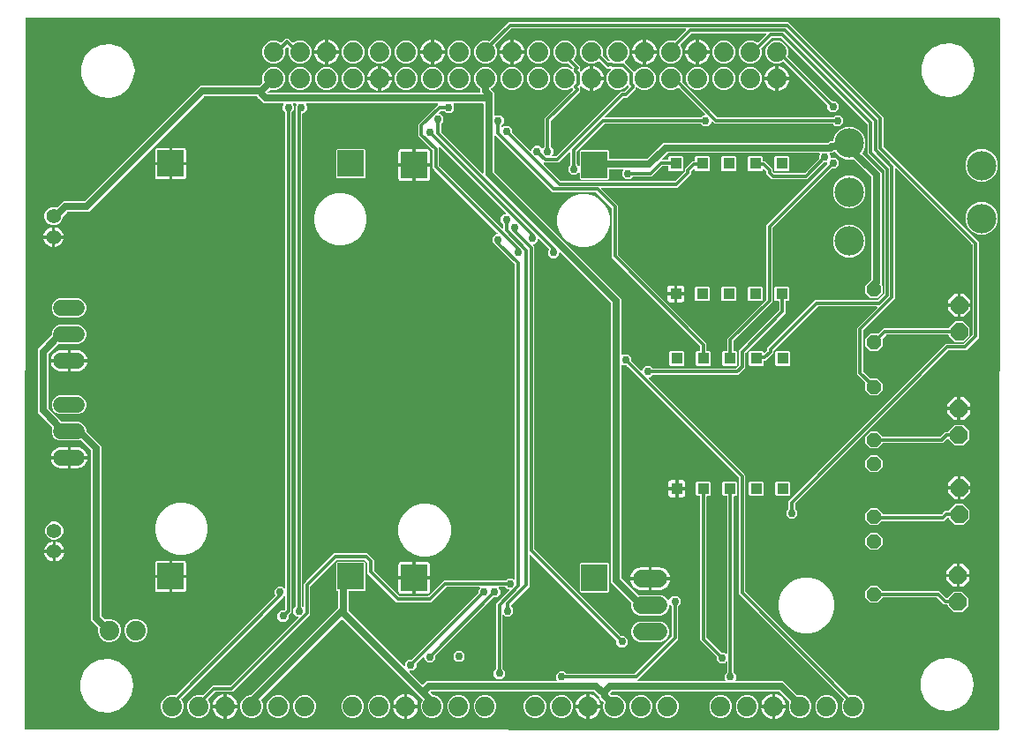
<source format=gbr>
G04 EAGLE Gerber RS-274X export*
G75*
%MOMM*%
%FSLAX34Y34*%
%LPD*%
%INTop Copper*%
%IPPOS*%
%AMOC8*
5,1,8,0,0,1.08239X$1,22.5*%
G01*
%ADD10C,1.422400*%
%ADD11C,1.879600*%
%ADD12P,1.814519X8X112.500000*%
%ADD13P,1.429621X8X112.500000*%
%ADD14R,2.500000X2.500000*%
%ADD15C,2.819400*%
%ADD16C,1.508000*%
%ADD17C,1.676400*%
%ADD18R,1.108000X1.108000*%
%ADD19C,0.756400*%
%ADD20C,0.700000*%
%ADD21C,0.300000*%

G36*
X657113Y349168D02*
X657113Y349168D01*
X657132Y349166D01*
X657233Y349188D01*
X657336Y349205D01*
X657353Y349214D01*
X657372Y349218D01*
X657461Y349271D01*
X657553Y349320D01*
X657567Y349334D01*
X657584Y349344D01*
X657651Y349423D01*
X657723Y349498D01*
X657731Y349516D01*
X657744Y349531D01*
X657783Y349627D01*
X657827Y349721D01*
X657829Y349741D01*
X657836Y349759D01*
X657855Y349925D01*
X658824Y1032082D01*
X658821Y1032102D01*
X658823Y1032122D01*
X658801Y1032223D01*
X658784Y1032324D01*
X658775Y1032342D01*
X658771Y1032362D01*
X658718Y1032451D01*
X658670Y1032542D01*
X658655Y1032556D01*
X658645Y1032573D01*
X658566Y1032640D01*
X658491Y1032711D01*
X658473Y1032720D01*
X658458Y1032733D01*
X658362Y1032772D01*
X658269Y1032815D01*
X658248Y1032818D01*
X658230Y1032825D01*
X658063Y1032844D01*
X-275093Y1033235D01*
X-275113Y1033232D01*
X-275132Y1033234D01*
X-275233Y1033212D01*
X-275336Y1033195D01*
X-275353Y1033186D01*
X-275372Y1033182D01*
X-275461Y1033129D01*
X-275553Y1033080D01*
X-275567Y1033066D01*
X-275584Y1033056D01*
X-275651Y1032977D01*
X-275723Y1032902D01*
X-275731Y1032884D01*
X-275744Y1032869D01*
X-275783Y1032773D01*
X-275827Y1032679D01*
X-275829Y1032659D01*
X-275836Y1032641D01*
X-275855Y1032475D01*
X-276824Y350318D01*
X-276821Y350298D01*
X-276823Y350278D01*
X-276801Y350177D01*
X-276784Y350076D01*
X-276775Y350058D01*
X-276771Y350038D01*
X-276718Y349949D01*
X-276670Y349858D01*
X-276655Y349844D01*
X-276645Y349827D01*
X-276566Y349760D01*
X-276491Y349689D01*
X-276473Y349680D01*
X-276458Y349667D01*
X-276362Y349628D01*
X-276269Y349585D01*
X-276248Y349582D01*
X-276230Y349575D01*
X-276063Y349556D01*
X657093Y349165D01*
X657113Y349168D01*
G37*
%LPC*%
G36*
X-137173Y361077D02*
X-137173Y361077D01*
X-141187Y362740D01*
X-144260Y365813D01*
X-145923Y369827D01*
X-145923Y374173D01*
X-144260Y378187D01*
X-141187Y381260D01*
X-137173Y382923D01*
X-132827Y382923D01*
X-132313Y382710D01*
X-132248Y382695D01*
X-132209Y382679D01*
X-132161Y382673D01*
X-132086Y382655D01*
X-132080Y382655D01*
X-132074Y382654D01*
X-131957Y382665D01*
X-131841Y382674D01*
X-131835Y382676D01*
X-131829Y382677D01*
X-131780Y382699D01*
X-131771Y382700D01*
X-131740Y382716D01*
X-131722Y382724D01*
X-131615Y382770D01*
X-131609Y382775D01*
X-131604Y382777D01*
X-131591Y382789D01*
X-131568Y382807D01*
X-131554Y382815D01*
X-131538Y382831D01*
X-131484Y382875D01*
X-36401Y477958D01*
X-36389Y477974D01*
X-36374Y477986D01*
X-36318Y478073D01*
X-36257Y478157D01*
X-36252Y478176D01*
X-36241Y478193D01*
X-36216Y478294D01*
X-36185Y478392D01*
X-36186Y478412D01*
X-36181Y478432D01*
X-36189Y478535D01*
X-36191Y478638D01*
X-36198Y478657D01*
X-36200Y478677D01*
X-36240Y478772D01*
X-36276Y478869D01*
X-36288Y478885D01*
X-36296Y478903D01*
X-36401Y479034D01*
X-36975Y479608D01*
X-36975Y484004D01*
X-33866Y487113D01*
X-29470Y487113D01*
X-28075Y485718D01*
X-28017Y485676D01*
X-27965Y485627D01*
X-27918Y485605D01*
X-27876Y485575D01*
X-27807Y485553D01*
X-27742Y485523D01*
X-27690Y485518D01*
X-27640Y485502D01*
X-27569Y485504D01*
X-27498Y485496D01*
X-27447Y485507D01*
X-27395Y485509D01*
X-27327Y485533D01*
X-27257Y485548D01*
X-27212Y485575D01*
X-27164Y485593D01*
X-27108Y485638D01*
X-27046Y485675D01*
X-27012Y485714D01*
X-26972Y485747D01*
X-26933Y485807D01*
X-26886Y485862D01*
X-26867Y485910D01*
X-26839Y485954D01*
X-26821Y486023D01*
X-26794Y486090D01*
X-26786Y486161D01*
X-26778Y486192D01*
X-26780Y486215D01*
X-26776Y486256D01*
X-26776Y941852D01*
X-26790Y941942D01*
X-26798Y942033D01*
X-26810Y942062D01*
X-26815Y942094D01*
X-26858Y942175D01*
X-26894Y942259D01*
X-26920Y942291D01*
X-26931Y942312D01*
X-26954Y942334D01*
X-26999Y942390D01*
X-29058Y944449D01*
X-29058Y948845D01*
X-28532Y949371D01*
X-28490Y949429D01*
X-28441Y949481D01*
X-28419Y949528D01*
X-28389Y949570D01*
X-28367Y949639D01*
X-28337Y949704D01*
X-28332Y949756D01*
X-28316Y949806D01*
X-28318Y949877D01*
X-28310Y949948D01*
X-28321Y949999D01*
X-28323Y950051D01*
X-28347Y950119D01*
X-28362Y950189D01*
X-28389Y950234D01*
X-28407Y950282D01*
X-28452Y950338D01*
X-28489Y950400D01*
X-28528Y950434D01*
X-28561Y950474D01*
X-28621Y950513D01*
X-28676Y950560D01*
X-28724Y950579D01*
X-28768Y950607D01*
X-28837Y950625D01*
X-28904Y950652D01*
X-28975Y950660D01*
X-29006Y950668D01*
X-29029Y950666D01*
X-29070Y950670D01*
X-47321Y950670D01*
X-50488Y953837D01*
X-51522Y954871D01*
X-51554Y954894D01*
X-51579Y954923D01*
X-51720Y955014D01*
X-52742Y955525D01*
X-52968Y956203D01*
X-53011Y956285D01*
X-53047Y956370D01*
X-53072Y956401D01*
X-53082Y956421D01*
X-53106Y956443D01*
X-53152Y956501D01*
X-53881Y957230D01*
X-53923Y957260D01*
X-53991Y957325D01*
X-54009Y957333D01*
X-54024Y957346D01*
X-54066Y957363D01*
X-54080Y957373D01*
X-54126Y957387D01*
X-54214Y957428D01*
X-54234Y957430D01*
X-54252Y957438D01*
X-54312Y957444D01*
X-54316Y957446D01*
X-54321Y957445D01*
X-54419Y957456D01*
X-103917Y957456D01*
X-104007Y957442D01*
X-104098Y957434D01*
X-104128Y957422D01*
X-104160Y957417D01*
X-104241Y957374D01*
X-104325Y957338D01*
X-104357Y957312D01*
X-104377Y957301D01*
X-104400Y957278D01*
X-104456Y957233D01*
X-215071Y846618D01*
X-235113Y846618D01*
X-235203Y846604D01*
X-235294Y846596D01*
X-235324Y846584D01*
X-235356Y846579D01*
X-235437Y846536D01*
X-235521Y846500D01*
X-235553Y846474D01*
X-235573Y846463D01*
X-235596Y846440D01*
X-235652Y846395D01*
X-240040Y842007D01*
X-240093Y841933D01*
X-240153Y841863D01*
X-240165Y841833D01*
X-240184Y841807D01*
X-240211Y841720D01*
X-240245Y841635D01*
X-240249Y841594D01*
X-240256Y841572D01*
X-240255Y841540D01*
X-240263Y841468D01*
X-240263Y840782D01*
X-241578Y837608D01*
X-244008Y835178D01*
X-247182Y833863D01*
X-250618Y833863D01*
X-253792Y835178D01*
X-256222Y837608D01*
X-257537Y840782D01*
X-257537Y844218D01*
X-256222Y847392D01*
X-253792Y849822D01*
X-250618Y851137D01*
X-247182Y851137D01*
X-246196Y850728D01*
X-246082Y850701D01*
X-245968Y850673D01*
X-245962Y850673D01*
X-245956Y850672D01*
X-245840Y850683D01*
X-245723Y850692D01*
X-245717Y850694D01*
X-245711Y850695D01*
X-245604Y850743D01*
X-245497Y850788D01*
X-245491Y850793D01*
X-245486Y850795D01*
X-245473Y850808D01*
X-245366Y850893D01*
X-242758Y853501D01*
X-239591Y856668D01*
X-219549Y856668D01*
X-219459Y856682D01*
X-219368Y856690D01*
X-219338Y856702D01*
X-219306Y856707D01*
X-219225Y856750D01*
X-219141Y856786D01*
X-219109Y856812D01*
X-219089Y856823D01*
X-219066Y856846D01*
X-219010Y856891D01*
X-108395Y967506D01*
X-52161Y967506D01*
X-52071Y967520D01*
X-51980Y967528D01*
X-51950Y967540D01*
X-51918Y967545D01*
X-51837Y967588D01*
X-51753Y967624D01*
X-51721Y967650D01*
X-51701Y967661D01*
X-51678Y967684D01*
X-51622Y967729D01*
X-48526Y970825D01*
X-48458Y970920D01*
X-48388Y971014D01*
X-48386Y971019D01*
X-48383Y971025D01*
X-48348Y971136D01*
X-48312Y971247D01*
X-48312Y971254D01*
X-48310Y971260D01*
X-48313Y971376D01*
X-48314Y971493D01*
X-48317Y971501D01*
X-48317Y971506D01*
X-48323Y971523D01*
X-48361Y971654D01*
X-48723Y972527D01*
X-48723Y976873D01*
X-47060Y980887D01*
X-43987Y983960D01*
X-39973Y985623D01*
X-35627Y985623D01*
X-31613Y983960D01*
X-28540Y980887D01*
X-26877Y976873D01*
X-26877Y972527D01*
X-28540Y968513D01*
X-31613Y965440D01*
X-35627Y963777D01*
X-39973Y963777D01*
X-40485Y963989D01*
X-40598Y964016D01*
X-40712Y964045D01*
X-40718Y964044D01*
X-40724Y964046D01*
X-40841Y964035D01*
X-40957Y964026D01*
X-40963Y964023D01*
X-40969Y964023D01*
X-41077Y963975D01*
X-41184Y963929D01*
X-41189Y963925D01*
X-41194Y963923D01*
X-41208Y963910D01*
X-41315Y963824D01*
X-43120Y962019D01*
X-43162Y961961D01*
X-43211Y961909D01*
X-43233Y961862D01*
X-43263Y961820D01*
X-43284Y961751D01*
X-43315Y961686D01*
X-43320Y961634D01*
X-43336Y961584D01*
X-43334Y961513D01*
X-43342Y961442D01*
X-43331Y961391D01*
X-43329Y961339D01*
X-43305Y961271D01*
X-43289Y961201D01*
X-43263Y961157D01*
X-43245Y961108D01*
X-43200Y961052D01*
X-43163Y960990D01*
X-43124Y960956D01*
X-43091Y960916D01*
X-43031Y960877D01*
X-42976Y960830D01*
X-42928Y960811D01*
X-42884Y960783D01*
X-42815Y960765D01*
X-42748Y960738D01*
X-42677Y960730D01*
X-42646Y960722D01*
X-42622Y960724D01*
X-42581Y960720D01*
X159340Y960720D01*
X159360Y960723D01*
X159379Y960721D01*
X159481Y960743D01*
X159583Y960759D01*
X159600Y960769D01*
X159620Y960773D01*
X159709Y960826D01*
X159800Y960875D01*
X159814Y960889D01*
X159831Y960899D01*
X159898Y960978D01*
X159970Y961053D01*
X159978Y961071D01*
X159991Y961086D01*
X160030Y961182D01*
X160073Y961276D01*
X160075Y961296D01*
X160083Y961314D01*
X160101Y961481D01*
X160101Y964563D01*
X160082Y964678D01*
X160065Y964794D01*
X160063Y964800D01*
X160062Y964806D01*
X160007Y964909D01*
X159954Y965014D01*
X159949Y965018D01*
X159946Y965024D01*
X159862Y965104D01*
X159778Y965186D01*
X159772Y965190D01*
X159768Y965193D01*
X159751Y965201D01*
X159631Y965267D01*
X159213Y965440D01*
X156140Y968513D01*
X154477Y972527D01*
X154477Y976873D01*
X156140Y980887D01*
X159213Y983960D01*
X163227Y985623D01*
X167573Y985623D01*
X171587Y983960D01*
X174660Y980887D01*
X176323Y976873D01*
X176323Y972527D01*
X174660Y968513D01*
X171587Y965440D01*
X171003Y965198D01*
X170964Y965174D01*
X170921Y965158D01*
X170861Y965110D01*
X170794Y965069D01*
X170765Y965033D01*
X170729Y965005D01*
X170687Y964939D01*
X170637Y964879D01*
X170621Y964836D01*
X170596Y964798D01*
X170577Y964722D01*
X170549Y964650D01*
X170547Y964604D01*
X170536Y964559D01*
X170542Y964482D01*
X170539Y964404D01*
X170552Y964360D01*
X170555Y964314D01*
X170586Y964242D01*
X170607Y964168D01*
X170634Y964130D01*
X170652Y964088D01*
X170737Y963981D01*
X170748Y963966D01*
X170752Y963963D01*
X170756Y963957D01*
X173544Y961169D01*
X173544Y939525D01*
X173555Y939455D01*
X173557Y939383D01*
X173575Y939334D01*
X173583Y939283D01*
X173617Y939219D01*
X173642Y939152D01*
X173674Y939111D01*
X173699Y939065D01*
X173751Y939016D01*
X173795Y938960D01*
X173839Y938932D01*
X173877Y938896D01*
X173942Y938866D01*
X174002Y938827D01*
X174053Y938814D01*
X174100Y938792D01*
X174171Y938784D01*
X174241Y938767D01*
X174293Y938771D01*
X174344Y938765D01*
X174415Y938780D01*
X174486Y938786D01*
X174534Y938806D01*
X174585Y938817D01*
X174646Y938854D01*
X174712Y938882D01*
X174768Y938927D01*
X174796Y938944D01*
X174811Y938961D01*
X174843Y938987D01*
X175369Y939513D01*
X179765Y939513D01*
X182874Y936404D01*
X182874Y932008D01*
X180815Y929949D01*
X180762Y929875D01*
X180702Y929805D01*
X180690Y929775D01*
X180671Y929749D01*
X180644Y929662D01*
X180610Y929577D01*
X180606Y929536D01*
X180599Y929514D01*
X180600Y929482D01*
X180592Y929411D01*
X180592Y928477D01*
X180603Y928407D01*
X180605Y928335D01*
X180623Y928286D01*
X180631Y928235D01*
X180665Y928171D01*
X180690Y928104D01*
X180722Y928063D01*
X180747Y928017D01*
X180799Y927968D01*
X180843Y927912D01*
X180887Y927884D01*
X180925Y927848D01*
X180990Y927818D01*
X181050Y927779D01*
X181101Y927766D01*
X181148Y927744D01*
X181219Y927736D01*
X181289Y927719D01*
X181341Y927723D01*
X181392Y927717D01*
X181463Y927732D01*
X181534Y927738D01*
X181582Y927758D01*
X181633Y927769D01*
X181694Y927806D01*
X181760Y927834D01*
X181816Y927879D01*
X181844Y927896D01*
X181859Y927913D01*
X181891Y927939D01*
X183286Y929334D01*
X187682Y929334D01*
X190791Y926225D01*
X190791Y923313D01*
X190805Y923223D01*
X190813Y923132D01*
X190825Y923102D01*
X190830Y923070D01*
X190873Y922990D01*
X190909Y922906D01*
X190935Y922874D01*
X190946Y922853D01*
X190969Y922831D01*
X191014Y922775D01*
X208284Y905505D01*
X208342Y905463D01*
X208394Y905414D01*
X208441Y905392D01*
X208483Y905361D01*
X208552Y905340D01*
X208617Y905310D01*
X208669Y905304D01*
X208719Y905289D01*
X208790Y905291D01*
X208861Y905283D01*
X208912Y905294D01*
X208964Y905295D01*
X209032Y905320D01*
X209102Y905335D01*
X209147Y905362D01*
X209195Y905380D01*
X209251Y905425D01*
X209313Y905461D01*
X209347Y905501D01*
X209387Y905533D01*
X209426Y905594D01*
X209473Y905648D01*
X209492Y905697D01*
X209520Y905740D01*
X209538Y905810D01*
X209565Y905876D01*
X209573Y905948D01*
X209581Y905979D01*
X209579Y906002D01*
X209583Y906043D01*
X209583Y906998D01*
X212692Y910107D01*
X217088Y910107D01*
X219441Y907754D01*
X219457Y907742D01*
X219470Y907726D01*
X219557Y907670D01*
X219641Y907610D01*
X219660Y907604D01*
X219677Y907593D01*
X219777Y907568D01*
X219876Y907538D01*
X219896Y907538D01*
X219915Y907533D01*
X220018Y907541D01*
X220122Y907544D01*
X220141Y907551D01*
X220160Y907553D01*
X220255Y907593D01*
X220353Y907629D01*
X220369Y907641D01*
X220387Y907649D01*
X220518Y907754D01*
X221821Y909057D01*
X221874Y909131D01*
X221934Y909201D01*
X221946Y909231D01*
X221965Y909257D01*
X221992Y909344D01*
X222026Y909429D01*
X222030Y909470D01*
X222037Y909492D01*
X222036Y909524D01*
X222044Y909595D01*
X222044Y936590D01*
X249094Y963639D01*
X249105Y963655D01*
X249121Y963668D01*
X249177Y963755D01*
X249237Y963839D01*
X249243Y963858D01*
X249254Y963875D01*
X249279Y963975D01*
X249310Y964074D01*
X249309Y964094D01*
X249314Y964113D01*
X249306Y964216D01*
X249303Y964320D01*
X249296Y964339D01*
X249295Y964358D01*
X249254Y964453D01*
X249219Y964551D01*
X249206Y964567D01*
X249198Y964585D01*
X249188Y964597D01*
X249188Y965003D01*
X249177Y965074D01*
X249175Y965146D01*
X249157Y965195D01*
X249149Y965246D01*
X249115Y965309D01*
X249090Y965377D01*
X249058Y965418D01*
X249033Y965464D01*
X248982Y965513D01*
X248937Y965569D01*
X248893Y965597D01*
X248855Y965633D01*
X248790Y965663D01*
X248730Y965702D01*
X248679Y965715D01*
X248632Y965737D01*
X248561Y965744D01*
X248491Y965762D01*
X248439Y965758D01*
X248388Y965764D01*
X248317Y965748D01*
X248246Y965743D01*
X248198Y965722D01*
X248147Y965711D01*
X248086Y965675D01*
X248020Y965646D01*
X247964Y965602D01*
X247936Y965585D01*
X247921Y965567D01*
X247889Y965542D01*
X247787Y965440D01*
X243773Y963777D01*
X239427Y963777D01*
X235413Y965440D01*
X232340Y968513D01*
X230677Y972527D01*
X230677Y976873D01*
X232340Y980887D01*
X235413Y983960D01*
X239427Y985623D01*
X243773Y985623D01*
X247787Y983960D01*
X247889Y983858D01*
X247947Y983816D01*
X247999Y983767D01*
X248046Y983745D01*
X248088Y983715D01*
X248157Y983694D01*
X248222Y983663D01*
X248274Y983658D01*
X248323Y983642D01*
X248395Y983644D01*
X248466Y983636D01*
X248517Y983647D01*
X248569Y983649D01*
X248637Y983673D01*
X248707Y983689D01*
X248752Y983715D01*
X248800Y983733D01*
X248856Y983778D01*
X248918Y983815D01*
X248952Y983854D01*
X248992Y983887D01*
X249031Y983947D01*
X249078Y984002D01*
X249097Y984050D01*
X249125Y984094D01*
X249143Y984163D01*
X249170Y984230D01*
X249178Y984301D01*
X249186Y984332D01*
X249184Y984356D01*
X249188Y984397D01*
X249188Y984664D01*
X249174Y984754D01*
X249166Y984845D01*
X249154Y984875D01*
X249149Y984907D01*
X249106Y984987D01*
X249070Y985071D01*
X249044Y985103D01*
X249033Y985124D01*
X249010Y985146D01*
X248965Y985202D01*
X244993Y989174D01*
X244899Y989242D01*
X244897Y989243D01*
X244870Y989266D01*
X244862Y989270D01*
X244804Y989312D01*
X244799Y989314D01*
X244793Y989318D01*
X244682Y989352D01*
X244571Y989388D01*
X244564Y989388D01*
X244558Y989390D01*
X244442Y989387D01*
X244325Y989386D01*
X244317Y989384D01*
X244313Y989384D01*
X244295Y989377D01*
X244164Y989339D01*
X243773Y989177D01*
X239427Y989177D01*
X235413Y990840D01*
X232340Y993913D01*
X230677Y997927D01*
X230677Y1002273D01*
X232340Y1006287D01*
X235413Y1009360D01*
X239427Y1011023D01*
X243773Y1011023D01*
X247787Y1009360D01*
X250860Y1006287D01*
X252523Y1002273D01*
X252523Y997927D01*
X250860Y993913D01*
X250373Y993426D01*
X250361Y993410D01*
X250346Y993397D01*
X250290Y993310D01*
X250230Y993226D01*
X250224Y993207D01*
X250213Y993191D01*
X250188Y993090D01*
X250157Y992991D01*
X250158Y992971D01*
X250153Y992952D01*
X250161Y992849D01*
X250164Y992745D01*
X250170Y992727D01*
X250172Y992707D01*
X250212Y992612D01*
X250248Y992514D01*
X250261Y992499D01*
X250268Y992480D01*
X250373Y992349D01*
X256369Y986354D01*
X256369Y983848D01*
X255898Y983377D01*
X255886Y983361D01*
X255871Y983349D01*
X255815Y983261D01*
X255754Y983178D01*
X255749Y983159D01*
X255738Y983142D01*
X255712Y983041D01*
X255682Y982942D01*
X255683Y982923D01*
X255678Y982903D01*
X255686Y982800D01*
X255688Y982697D01*
X255695Y982678D01*
X255697Y982658D01*
X255737Y982563D01*
X255773Y982466D01*
X255785Y982450D01*
X255793Y982432D01*
X255898Y982301D01*
X256349Y981849D01*
X256414Y981803D01*
X256473Y981749D01*
X256513Y981732D01*
X256549Y981706D01*
X256625Y981683D01*
X256698Y981651D01*
X256742Y981647D01*
X256784Y981634D01*
X256863Y981636D01*
X256943Y981628D01*
X256986Y981639D01*
X257030Y981640D01*
X257105Y981667D01*
X257182Y981686D01*
X257219Y981709D01*
X257261Y981724D01*
X257323Y981774D01*
X257390Y981816D01*
X257430Y981860D01*
X257453Y981878D01*
X257468Y981901D01*
X257503Y981940D01*
X257894Y982478D01*
X259222Y983806D01*
X260743Y984911D01*
X262417Y985764D01*
X264204Y986345D01*
X265477Y986546D01*
X265477Y975462D01*
X265480Y975442D01*
X265478Y975423D01*
X265500Y975321D01*
X265517Y975219D01*
X265526Y975202D01*
X265530Y975182D01*
X265583Y975093D01*
X265632Y975002D01*
X265646Y974988D01*
X265656Y974971D01*
X265735Y974904D01*
X265810Y974833D01*
X265828Y974824D01*
X265843Y974811D01*
X265939Y974773D01*
X266033Y974729D01*
X266053Y974727D01*
X266071Y974719D01*
X266238Y974701D01*
X267001Y974701D01*
X267001Y974699D01*
X266238Y974699D01*
X266218Y974696D01*
X266199Y974698D01*
X266097Y974676D01*
X265995Y974659D01*
X265978Y974650D01*
X265958Y974646D01*
X265869Y974593D01*
X265778Y974544D01*
X265764Y974530D01*
X265747Y974520D01*
X265680Y974441D01*
X265609Y974366D01*
X265600Y974348D01*
X265587Y974333D01*
X265548Y974237D01*
X265505Y974143D01*
X265503Y974123D01*
X265495Y974105D01*
X265477Y973938D01*
X265477Y962854D01*
X264204Y963055D01*
X262417Y963636D01*
X260743Y964489D01*
X259222Y965594D01*
X257894Y966922D01*
X257792Y967062D01*
X257736Y967118D01*
X257686Y967180D01*
X257649Y967204D01*
X257618Y967235D01*
X257546Y967270D01*
X257479Y967313D01*
X257436Y967324D01*
X257397Y967343D01*
X257318Y967353D01*
X257241Y967373D01*
X257197Y967369D01*
X257153Y967375D01*
X257075Y967360D01*
X256995Y967354D01*
X256955Y967336D01*
X256911Y967328D01*
X256842Y967289D01*
X256769Y967257D01*
X256723Y967221D01*
X256698Y967206D01*
X256679Y967186D01*
X256638Y967153D01*
X256463Y966978D01*
X256452Y966962D01*
X256436Y966949D01*
X256380Y966862D01*
X256320Y966778D01*
X256314Y966759D01*
X256303Y966742D01*
X256278Y966642D01*
X256247Y966543D01*
X256248Y966523D01*
X256243Y966504D01*
X256251Y966400D01*
X256254Y966297D01*
X256261Y966278D01*
X256262Y966258D01*
X256303Y966163D01*
X256338Y966066D01*
X256351Y966050D01*
X256359Y966032D01*
X256369Y966019D01*
X256369Y962359D01*
X228317Y934307D01*
X228269Y934241D01*
X228262Y934233D01*
X228260Y934229D01*
X228204Y934164D01*
X228192Y934134D01*
X228173Y934107D01*
X228146Y934020D01*
X228112Y933936D01*
X228108Y933895D01*
X228101Y933872D01*
X228102Y933840D01*
X228094Y933769D01*
X228094Y909595D01*
X228108Y909505D01*
X228116Y909414D01*
X228128Y909385D01*
X228133Y909353D01*
X228176Y909272D01*
X228212Y909188D01*
X228238Y909156D01*
X228249Y909135D01*
X228272Y909113D01*
X228317Y909057D01*
X230376Y906998D01*
X230376Y902602D01*
X228981Y901207D01*
X228939Y901149D01*
X228890Y901097D01*
X228868Y901050D01*
X228838Y901008D01*
X228816Y900939D01*
X228786Y900874D01*
X228781Y900822D01*
X228765Y900772D01*
X228767Y900701D01*
X228759Y900630D01*
X228770Y900579D01*
X228772Y900527D01*
X228796Y900459D01*
X228811Y900389D01*
X228838Y900344D01*
X228856Y900296D01*
X228901Y900240D01*
X228938Y900178D01*
X228977Y900144D01*
X229010Y900104D01*
X229070Y900065D01*
X229125Y900018D01*
X229173Y899999D01*
X229217Y899971D01*
X229286Y899953D01*
X229353Y899926D01*
X229424Y899918D01*
X229455Y899910D01*
X229478Y899912D01*
X229519Y899908D01*
X232549Y899908D01*
X232639Y899922D01*
X232730Y899930D01*
X232760Y899942D01*
X232792Y899947D01*
X232872Y899990D01*
X232956Y900026D01*
X232988Y900052D01*
X233009Y900063D01*
X233031Y900086D01*
X233087Y900131D01*
X295069Y962113D01*
X298147Y962113D01*
X298237Y962127D01*
X298328Y962135D01*
X298358Y962147D01*
X298390Y962152D01*
X298470Y962195D01*
X298554Y962231D01*
X298586Y962257D01*
X298607Y962268D01*
X298629Y962291D01*
X298685Y962336D01*
X302816Y966467D01*
X302828Y966483D01*
X302843Y966495D01*
X302899Y966583D01*
X302960Y966666D01*
X302965Y966685D01*
X302976Y966702D01*
X303002Y966803D01*
X303032Y966902D01*
X303031Y966921D01*
X303036Y966941D01*
X303028Y967044D01*
X303026Y967147D01*
X303019Y967166D01*
X303017Y967186D01*
X302977Y967281D01*
X302941Y967378D01*
X302929Y967394D01*
X302921Y967412D01*
X302816Y967543D01*
X302292Y968068D01*
X302275Y968080D01*
X302263Y968095D01*
X302176Y968151D01*
X302092Y968211D01*
X302073Y968217D01*
X302056Y968228D01*
X301955Y968253D01*
X301857Y968284D01*
X301837Y968283D01*
X301817Y968288D01*
X301714Y968280D01*
X301611Y968277D01*
X301592Y968271D01*
X301572Y968269D01*
X301477Y968229D01*
X301380Y968193D01*
X301364Y968180D01*
X301346Y968173D01*
X301215Y968068D01*
X298587Y965440D01*
X294573Y963777D01*
X290227Y963777D01*
X286213Y965440D01*
X283140Y968513D01*
X281477Y972527D01*
X281477Y976873D01*
X283140Y980887D01*
X285768Y983515D01*
X285780Y983531D01*
X285795Y983544D01*
X285824Y983588D01*
X285854Y983620D01*
X285873Y983661D01*
X285911Y983715D01*
X285917Y983734D01*
X285928Y983750D01*
X285944Y983815D01*
X285957Y983843D01*
X285961Y983875D01*
X285984Y983950D01*
X285983Y983970D01*
X285988Y983989D01*
X285982Y984067D01*
X285984Y984087D01*
X285980Y984109D01*
X285977Y984196D01*
X285971Y984214D01*
X285969Y984234D01*
X285935Y984314D01*
X285932Y984328D01*
X285925Y984340D01*
X285893Y984427D01*
X285880Y984442D01*
X285873Y984461D01*
X285768Y984592D01*
X285550Y984809D01*
X285534Y984821D01*
X285522Y984836D01*
X285434Y984892D01*
X285351Y984953D01*
X285332Y984958D01*
X285315Y984969D01*
X285214Y984995D01*
X285115Y985025D01*
X285096Y985024D01*
X285076Y985029D01*
X284973Y985021D01*
X284870Y985019D01*
X284851Y985012D01*
X284831Y985010D01*
X284736Y984970D01*
X284639Y984934D01*
X284623Y984922D01*
X284605Y984914D01*
X284474Y984809D01*
X284003Y984338D01*
X281497Y984338D01*
X274630Y991206D01*
X274613Y991218D01*
X274601Y991233D01*
X274514Y991289D01*
X274430Y991349D01*
X274411Y991355D01*
X274394Y991366D01*
X274294Y991391D01*
X274195Y991422D01*
X274175Y991421D01*
X274155Y991426D01*
X274052Y991418D01*
X273949Y991415D01*
X273930Y991409D01*
X273910Y991407D01*
X273815Y991367D01*
X273718Y991331D01*
X273702Y991318D01*
X273684Y991311D01*
X273553Y991206D01*
X273187Y990840D01*
X269173Y989177D01*
X264827Y989177D01*
X260813Y990840D01*
X257740Y993913D01*
X256077Y997927D01*
X256077Y1002273D01*
X257740Y1006287D01*
X260813Y1009360D01*
X264827Y1011023D01*
X269173Y1011023D01*
X273187Y1009360D01*
X276260Y1006287D01*
X277923Y1002273D01*
X277923Y997927D01*
X277690Y997365D01*
X277663Y997252D01*
X277635Y997138D01*
X277635Y997132D01*
X277634Y997126D01*
X277645Y997009D01*
X277654Y996893D01*
X277656Y996887D01*
X277657Y996881D01*
X277705Y996773D01*
X277750Y996667D01*
X277755Y996661D01*
X277757Y996656D01*
X277770Y996642D01*
X277855Y996536D01*
X282649Y991742D01*
X282723Y991689D01*
X282792Y991629D01*
X282822Y991617D01*
X282849Y991598D01*
X282936Y991571D01*
X283020Y991537D01*
X283061Y991533D01*
X283084Y991526D01*
X283116Y991527D01*
X283187Y991519D01*
X283696Y991519D01*
X283767Y991530D01*
X283839Y991532D01*
X283888Y991550D01*
X283939Y991558D01*
X284002Y991592D01*
X284070Y991617D01*
X284110Y991649D01*
X284157Y991674D01*
X284206Y991726D01*
X284262Y991770D01*
X284290Y991814D01*
X284326Y991852D01*
X284356Y991917D01*
X284395Y991977D01*
X284408Y992028D01*
X284430Y992075D01*
X284437Y992146D01*
X284455Y992216D01*
X284451Y992268D01*
X284457Y992319D01*
X284441Y992390D01*
X284436Y992461D01*
X284415Y992509D01*
X284404Y992560D01*
X284368Y992621D01*
X284339Y992687D01*
X284295Y992743D01*
X284278Y992771D01*
X284260Y992786D01*
X284235Y992818D01*
X283140Y993913D01*
X281477Y997927D01*
X281477Y1002273D01*
X283140Y1006287D01*
X286213Y1009360D01*
X290227Y1011023D01*
X294573Y1011023D01*
X298587Y1009360D01*
X301660Y1006287D01*
X303323Y1002273D01*
X303323Y997927D01*
X301660Y993913D01*
X298959Y991212D01*
X298947Y991195D01*
X298931Y991183D01*
X298875Y991096D01*
X298815Y991012D01*
X298809Y990993D01*
X298798Y990976D01*
X298773Y990876D01*
X298743Y990777D01*
X298743Y990757D01*
X298738Y990737D01*
X298746Y990635D01*
X298749Y990531D01*
X298756Y990512D01*
X298757Y990492D01*
X298798Y990397D01*
X298834Y990300D01*
X298846Y990284D01*
X298854Y990266D01*
X298959Y990135D01*
X300701Y988393D01*
X307835Y981259D01*
X307851Y981247D01*
X307864Y981231D01*
X307951Y981175D01*
X308035Y981115D01*
X308054Y981109D01*
X308071Y981098D01*
X308171Y981073D01*
X308270Y981043D01*
X308290Y981043D01*
X308309Y981038D01*
X308412Y981046D01*
X308516Y981049D01*
X308534Y981056D01*
X308554Y981057D01*
X308649Y981098D01*
X308747Y981134D01*
X308762Y981146D01*
X308781Y981154D01*
X308912Y981259D01*
X311613Y983960D01*
X315627Y985623D01*
X319973Y985623D01*
X323987Y983960D01*
X327060Y980887D01*
X328723Y976873D01*
X328723Y972527D01*
X327060Y968513D01*
X323987Y965440D01*
X319973Y963777D01*
X315627Y963777D01*
X311613Y965440D01*
X310825Y966228D01*
X310767Y966270D01*
X310715Y966319D01*
X310668Y966341D01*
X310626Y966371D01*
X310557Y966392D01*
X310492Y966423D01*
X310440Y966428D01*
X310390Y966444D01*
X310319Y966442D01*
X310248Y966450D01*
X310197Y966439D01*
X310145Y966437D01*
X310077Y966413D01*
X310007Y966397D01*
X309962Y966371D01*
X309914Y966353D01*
X309858Y966308D01*
X309796Y966271D01*
X309762Y966232D01*
X309722Y966199D01*
X309683Y966139D01*
X309636Y966084D01*
X309617Y966036D01*
X309589Y965992D01*
X309571Y965923D01*
X309544Y965856D01*
X309536Y965785D01*
X309528Y965754D01*
X309530Y965730D01*
X309526Y965689D01*
X309526Y964621D01*
X300968Y956063D01*
X297890Y956063D01*
X297800Y956049D01*
X297709Y956041D01*
X297679Y956029D01*
X297647Y956024D01*
X297567Y955981D01*
X297483Y955945D01*
X297451Y955919D01*
X297430Y955908D01*
X297408Y955885D01*
X297352Y955840D01*
X280042Y938530D01*
X280000Y938472D01*
X279951Y938420D01*
X279929Y938373D01*
X279898Y938331D01*
X279877Y938262D01*
X279847Y938197D01*
X279841Y938145D01*
X279826Y938095D01*
X279828Y938024D01*
X279820Y937953D01*
X279831Y937902D01*
X279832Y937850D01*
X279857Y937782D01*
X279872Y937712D01*
X279899Y937667D01*
X279917Y937619D01*
X279962Y937563D01*
X279998Y937501D01*
X280038Y937467D01*
X280070Y937427D01*
X280131Y937388D01*
X280185Y937341D01*
X280234Y937322D01*
X280277Y937294D01*
X280347Y937276D01*
X280413Y937249D01*
X280485Y937241D01*
X280516Y937233D01*
X280539Y937235D01*
X280580Y937231D01*
X371828Y937231D01*
X371918Y937245D01*
X372009Y937253D01*
X372038Y937265D01*
X372070Y937270D01*
X372151Y937313D01*
X372235Y937349D01*
X372267Y937375D01*
X372288Y937386D01*
X372310Y937409D01*
X372366Y937454D01*
X374425Y939513D01*
X375380Y939513D01*
X375451Y939524D01*
X375522Y939526D01*
X375571Y939544D01*
X375623Y939552D01*
X375686Y939586D01*
X375753Y939611D01*
X375794Y939643D01*
X375840Y939668D01*
X375889Y939719D01*
X375945Y939764D01*
X375974Y939808D01*
X376009Y939846D01*
X376040Y939911D01*
X376078Y939971D01*
X376091Y940022D01*
X376113Y940069D01*
X376121Y940140D01*
X376138Y940210D01*
X376134Y940262D01*
X376140Y940313D01*
X376125Y940384D01*
X376119Y940455D01*
X376099Y940503D01*
X376088Y940554D01*
X376051Y940615D01*
X376023Y940681D01*
X375978Y940737D01*
X375962Y940765D01*
X375944Y940780D01*
X375918Y940812D01*
X350877Y965853D01*
X350861Y965865D01*
X350848Y965881D01*
X350761Y965937D01*
X350677Y965997D01*
X350658Y966003D01*
X350641Y966014D01*
X350541Y966039D01*
X350442Y966069D01*
X350422Y966069D01*
X350403Y966074D01*
X350300Y966066D01*
X350196Y966063D01*
X350178Y966056D01*
X350158Y966055D01*
X350063Y966014D01*
X349965Y965978D01*
X349950Y965966D01*
X349931Y965958D01*
X349800Y965853D01*
X349387Y965440D01*
X345373Y963777D01*
X341027Y963777D01*
X337013Y965440D01*
X333940Y968513D01*
X332277Y972527D01*
X332277Y976873D01*
X333940Y980887D01*
X337013Y983960D01*
X341027Y985623D01*
X345373Y985623D01*
X349387Y983960D01*
X352460Y980887D01*
X354123Y976873D01*
X354123Y972527D01*
X353918Y972032D01*
X353891Y971919D01*
X353863Y971805D01*
X353863Y971799D01*
X353862Y971793D01*
X353873Y971676D01*
X353882Y971560D01*
X353884Y971554D01*
X353885Y971548D01*
X353933Y971441D01*
X353978Y971334D01*
X353983Y971328D01*
X353985Y971323D01*
X353997Y971310D01*
X354083Y971203D01*
X387832Y937454D01*
X387906Y937401D01*
X387975Y937341D01*
X388005Y937329D01*
X388032Y937310D01*
X388119Y937283D01*
X388203Y937249D01*
X388244Y937245D01*
X388267Y937238D01*
X388299Y937239D01*
X388370Y937231D01*
X498500Y937231D01*
X498590Y937245D01*
X498681Y937253D01*
X498710Y937265D01*
X498742Y937270D01*
X498823Y937313D01*
X498907Y937349D01*
X498939Y937375D01*
X498960Y937386D01*
X498982Y937409D01*
X499038Y937454D01*
X501097Y939513D01*
X505493Y939513D01*
X508602Y936404D01*
X508602Y932008D01*
X505493Y928899D01*
X501097Y928899D01*
X499038Y930958D01*
X498964Y931011D01*
X498894Y931071D01*
X498864Y931083D01*
X498838Y931102D01*
X498751Y931129D01*
X498666Y931163D01*
X498625Y931167D01*
X498603Y931174D01*
X498571Y931173D01*
X498500Y931181D01*
X385549Y931181D01*
X383229Y933501D01*
X383171Y933543D01*
X383119Y933592D01*
X383072Y933614D01*
X383030Y933645D01*
X382961Y933666D01*
X382896Y933696D01*
X382844Y933702D01*
X382794Y933717D01*
X382723Y933715D01*
X382652Y933723D01*
X382601Y933712D01*
X382549Y933711D01*
X382481Y933686D01*
X382411Y933671D01*
X382366Y933644D01*
X382318Y933626D01*
X382262Y933581D01*
X382200Y933545D01*
X382166Y933505D01*
X382126Y933473D01*
X382087Y933412D01*
X382040Y933358D01*
X382021Y933309D01*
X381993Y933266D01*
X381975Y933196D01*
X381948Y933130D01*
X381940Y933058D01*
X381932Y933027D01*
X381934Y933004D01*
X381930Y932963D01*
X381930Y932008D01*
X378821Y928899D01*
X374425Y928899D01*
X372366Y930958D01*
X372292Y931011D01*
X372222Y931071D01*
X372192Y931083D01*
X372166Y931102D01*
X372079Y931129D01*
X371994Y931163D01*
X371953Y931167D01*
X371931Y931174D01*
X371899Y931173D01*
X371828Y931181D01*
X279794Y931181D01*
X279704Y931167D01*
X279613Y931159D01*
X279583Y931147D01*
X279551Y931142D01*
X279471Y931099D01*
X279387Y931063D01*
X279355Y931037D01*
X279334Y931026D01*
X279312Y931003D01*
X279256Y930958D01*
X253199Y904901D01*
X253146Y904827D01*
X253086Y904758D01*
X253074Y904728D01*
X253055Y904701D01*
X253028Y904614D01*
X252994Y904530D01*
X252990Y904489D01*
X252983Y904466D01*
X252984Y904434D01*
X252976Y904363D01*
X252976Y892630D01*
X252990Y892541D01*
X252998Y892449D01*
X253010Y892420D01*
X253015Y892388D01*
X253058Y892307D01*
X253094Y892223D01*
X253120Y892191D01*
X253131Y892170D01*
X253154Y892148D01*
X253199Y892092D01*
X254336Y890955D01*
X254394Y890913D01*
X254446Y890864D01*
X254493Y890842D01*
X254535Y890812D01*
X254604Y890790D01*
X254669Y890760D01*
X254721Y890755D01*
X254771Y890739D01*
X254842Y890741D01*
X254913Y890733D01*
X254964Y890744D01*
X255016Y890746D01*
X255084Y890770D01*
X255154Y890785D01*
X255199Y890812D01*
X255247Y890830D01*
X255303Y890875D01*
X255365Y890912D01*
X255399Y890951D01*
X255439Y890984D01*
X255478Y891044D01*
X255525Y891099D01*
X255544Y891147D01*
X255572Y891191D01*
X255590Y891260D01*
X255617Y891327D01*
X255625Y891398D01*
X255633Y891429D01*
X255631Y891452D01*
X255635Y891493D01*
X255635Y904852D01*
X256528Y905745D01*
X282792Y905745D01*
X283685Y904852D01*
X283685Y898145D01*
X283688Y898125D01*
X283686Y898106D01*
X283708Y898004D01*
X283724Y897902D01*
X283734Y897885D01*
X283738Y897865D01*
X283791Y897776D01*
X283840Y897685D01*
X283854Y897671D01*
X283864Y897654D01*
X283943Y897587D01*
X284018Y897515D01*
X284036Y897507D01*
X284051Y897494D01*
X284147Y897455D01*
X284241Y897412D01*
X284261Y897410D01*
X284279Y897402D01*
X284446Y897384D01*
X319938Y897384D01*
X320028Y897398D01*
X320119Y897406D01*
X320149Y897418D01*
X320181Y897423D01*
X320262Y897466D01*
X320346Y897502D01*
X320378Y897528D01*
X320398Y897539D01*
X320421Y897562D01*
X320477Y897607D01*
X336088Y913218D01*
X494112Y913218D01*
X494202Y913232D01*
X494293Y913240D01*
X494323Y913252D01*
X494355Y913257D01*
X494436Y913300D01*
X494520Y913336D01*
X494552Y913362D01*
X494572Y913373D01*
X494595Y913396D01*
X494651Y913441D01*
X495559Y914349D01*
X497917Y914349D01*
X497937Y914352D01*
X497956Y914350D01*
X498058Y914372D01*
X498160Y914388D01*
X498177Y914398D01*
X498197Y914402D01*
X498286Y914455D01*
X498377Y914504D01*
X498391Y914518D01*
X498408Y914528D01*
X498475Y914607D01*
X498547Y914682D01*
X498555Y914700D01*
X498568Y914715D01*
X498607Y914811D01*
X498650Y914905D01*
X498652Y914925D01*
X498660Y914943D01*
X498678Y915110D01*
X498678Y915797D01*
X501057Y921539D01*
X505451Y925933D01*
X511193Y928312D01*
X517407Y928312D01*
X523149Y925933D01*
X527543Y921539D01*
X529922Y915797D01*
X529922Y909583D01*
X527543Y903841D01*
X527342Y903639D01*
X527330Y903623D01*
X527314Y903610D01*
X527258Y903523D01*
X527198Y903439D01*
X527192Y903420D01*
X527181Y903404D01*
X527156Y903303D01*
X527126Y903204D01*
X527126Y903184D01*
X527121Y903165D01*
X527129Y903062D01*
X527132Y902958D01*
X527139Y902940D01*
X527140Y902920D01*
X527181Y902825D01*
X527216Y902727D01*
X527229Y902712D01*
X527237Y902693D01*
X527342Y902563D01*
X545643Y884261D01*
X545643Y777178D01*
X545619Y777154D01*
X545607Y777137D01*
X545591Y777125D01*
X545536Y777038D01*
X545475Y776954D01*
X545469Y776935D01*
X545458Y776918D01*
X545433Y776818D01*
X545403Y776719D01*
X545403Y776699D01*
X545398Y776680D01*
X545406Y776577D01*
X545409Y776473D01*
X545416Y776454D01*
X545418Y776434D01*
X545458Y776339D01*
X545494Y776242D01*
X545506Y776226D01*
X545514Y776208D01*
X545619Y776077D01*
X546029Y775667D01*
X546029Y768933D01*
X541267Y764171D01*
X534533Y764171D01*
X529771Y768933D01*
X529771Y775667D01*
X534560Y780456D01*
X534577Y780463D01*
X534609Y780468D01*
X534690Y780511D01*
X534774Y780547D01*
X534806Y780573D01*
X534826Y780584D01*
X534849Y780607D01*
X534905Y780652D01*
X535370Y781117D01*
X535423Y781191D01*
X535483Y781261D01*
X535495Y781291D01*
X535514Y781317D01*
X535541Y781404D01*
X535575Y781489D01*
X535579Y781530D01*
X535586Y781552D01*
X535585Y781584D01*
X535593Y781656D01*
X535593Y879783D01*
X535592Y879792D01*
X535592Y879796D01*
X535588Y879815D01*
X535579Y879873D01*
X535571Y879964D01*
X535559Y879994D01*
X535554Y880026D01*
X535511Y880107D01*
X535475Y880191D01*
X535449Y880223D01*
X535438Y880243D01*
X535415Y880266D01*
X535370Y880322D01*
X518627Y897065D01*
X518533Y897133D01*
X518528Y897136D01*
X518506Y897155D01*
X518499Y897158D01*
X518438Y897203D01*
X518432Y897205D01*
X518427Y897208D01*
X518316Y897243D01*
X518205Y897279D01*
X518198Y897279D01*
X518192Y897281D01*
X518076Y897278D01*
X517959Y897277D01*
X517951Y897275D01*
X517946Y897274D01*
X517929Y897268D01*
X517797Y897230D01*
X517407Y897068D01*
X511193Y897068D01*
X505451Y899447D01*
X501050Y903847D01*
X501000Y903929D01*
X500940Y904029D01*
X500935Y904033D01*
X500932Y904038D01*
X500842Y904113D01*
X500753Y904189D01*
X500747Y904191D01*
X500742Y904195D01*
X500634Y904237D01*
X500525Y904281D01*
X500517Y904282D01*
X500513Y904283D01*
X500494Y904284D01*
X500358Y904299D01*
X500037Y904299D01*
X499947Y904285D01*
X499856Y904277D01*
X499826Y904265D01*
X499794Y904260D01*
X499713Y904217D01*
X499629Y904181D01*
X499597Y904155D01*
X499576Y904144D01*
X499554Y904121D01*
X499498Y904076D01*
X498590Y903168D01*
X496173Y903168D01*
X496103Y903157D01*
X496031Y903155D01*
X495982Y903137D01*
X495931Y903129D01*
X495867Y903095D01*
X495800Y903070D01*
X495759Y903038D01*
X495713Y903013D01*
X495664Y902961D01*
X495608Y902917D01*
X495580Y902873D01*
X495544Y902835D01*
X495514Y902770D01*
X495475Y902710D01*
X495462Y902659D01*
X495440Y902612D01*
X495432Y902541D01*
X495415Y902471D01*
X495419Y902419D01*
X495413Y902368D01*
X495428Y902297D01*
X495434Y902226D01*
X495454Y902178D01*
X495465Y902127D01*
X495502Y902066D01*
X495530Y902000D01*
X495575Y901944D01*
X495592Y901916D01*
X495609Y901901D01*
X495635Y901869D01*
X496161Y901343D01*
X496161Y899558D01*
X496164Y899538D01*
X496162Y899519D01*
X496184Y899417D01*
X496200Y899315D01*
X496210Y899298D01*
X496214Y899278D01*
X496267Y899189D01*
X496316Y899098D01*
X496330Y899084D01*
X496340Y899067D01*
X496419Y899000D01*
X496494Y898928D01*
X496512Y898920D01*
X496527Y898907D01*
X496623Y898868D01*
X496717Y898825D01*
X496737Y898823D01*
X496755Y898815D01*
X496922Y898797D01*
X500969Y898797D01*
X504078Y895688D01*
X504078Y891292D01*
X500969Y888183D01*
X498057Y888183D01*
X497967Y888169D01*
X497876Y888161D01*
X497846Y888149D01*
X497814Y888144D01*
X497734Y888101D01*
X497650Y888065D01*
X497618Y888039D01*
X497597Y888028D01*
X497575Y888005D01*
X497519Y887960D01*
X440945Y831386D01*
X440892Y831312D01*
X440832Y831243D01*
X440820Y831213D01*
X440801Y831186D01*
X440774Y831099D01*
X440740Y831015D01*
X440736Y830974D01*
X440729Y830951D01*
X440730Y830919D01*
X440722Y830848D01*
X440722Y759910D01*
X403622Y722810D01*
X403569Y722736D01*
X403509Y722667D01*
X403497Y722637D01*
X403478Y722610D01*
X403451Y722523D01*
X403417Y722439D01*
X403413Y722398D01*
X403406Y722375D01*
X403407Y722343D01*
X403399Y722272D01*
X403399Y713826D01*
X403402Y713806D01*
X403400Y713787D01*
X403422Y713685D01*
X403438Y713583D01*
X403448Y713566D01*
X403452Y713546D01*
X403505Y713457D01*
X403554Y713366D01*
X403568Y713352D01*
X403578Y713335D01*
X403657Y713268D01*
X403732Y713196D01*
X403750Y713188D01*
X403765Y713175D01*
X403861Y713136D01*
X403955Y713093D01*
X403975Y713091D01*
X403993Y713083D01*
X404160Y713065D01*
X405972Y713065D01*
X406865Y712172D01*
X406865Y699828D01*
X405972Y698935D01*
X393628Y698935D01*
X392735Y699828D01*
X392735Y712172D01*
X393628Y713065D01*
X396588Y713065D01*
X396608Y713068D01*
X396627Y713066D01*
X396729Y713088D01*
X396831Y713104D01*
X396848Y713114D01*
X396868Y713118D01*
X396957Y713171D01*
X397048Y713220D01*
X397062Y713234D01*
X397079Y713244D01*
X397146Y713323D01*
X397218Y713398D01*
X397226Y713416D01*
X397239Y713431D01*
X397278Y713527D01*
X397321Y713621D01*
X397323Y713641D01*
X397331Y713659D01*
X397349Y713826D01*
X397349Y725093D01*
X434449Y762193D01*
X434502Y762267D01*
X434562Y762336D01*
X434574Y762366D01*
X434593Y762393D01*
X434620Y762480D01*
X434654Y762564D01*
X434658Y762605D01*
X434665Y762628D01*
X434664Y762660D01*
X434672Y762731D01*
X434672Y833669D01*
X493241Y892238D01*
X493294Y892312D01*
X493354Y892381D01*
X493366Y892411D01*
X493385Y892438D01*
X493412Y892525D01*
X493446Y892609D01*
X493450Y892650D01*
X493457Y892673D01*
X493456Y892705D01*
X493464Y892776D01*
X493464Y893077D01*
X493461Y893097D01*
X493463Y893116D01*
X493441Y893218D01*
X493425Y893320D01*
X493415Y893337D01*
X493411Y893357D01*
X493358Y893446D01*
X493309Y893537D01*
X493295Y893551D01*
X493285Y893568D01*
X493206Y893635D01*
X493131Y893707D01*
X493113Y893715D01*
X493098Y893728D01*
X493002Y893767D01*
X492908Y893810D01*
X492888Y893812D01*
X492870Y893820D01*
X492703Y893838D01*
X490140Y893838D01*
X490050Y893824D01*
X489959Y893816D01*
X489929Y893804D01*
X489897Y893799D01*
X489817Y893756D01*
X489733Y893720D01*
X489701Y893694D01*
X489680Y893683D01*
X489658Y893660D01*
X489602Y893615D01*
X474011Y878024D01*
X439837Y878024D01*
X434672Y883189D01*
X434672Y885136D01*
X434658Y885226D01*
X434650Y885317D01*
X434638Y885347D01*
X434633Y885379D01*
X434590Y885459D01*
X434554Y885543D01*
X434528Y885575D01*
X434517Y885596D01*
X434494Y885618D01*
X434449Y885674D01*
X432564Y887559D01*
X432506Y887601D01*
X432454Y887650D01*
X432407Y887672D01*
X432365Y887703D01*
X432296Y887724D01*
X432231Y887754D01*
X432179Y887760D01*
X432129Y887775D01*
X432058Y887773D01*
X431987Y887781D01*
X431936Y887770D01*
X431884Y887769D01*
X431816Y887744D01*
X431746Y887729D01*
X431702Y887702D01*
X431653Y887684D01*
X431597Y887639D01*
X431535Y887603D01*
X431501Y887563D01*
X431461Y887531D01*
X431422Y887470D01*
X431375Y887416D01*
X431356Y887367D01*
X431328Y887324D01*
X431310Y887254D01*
X431283Y887188D01*
X431275Y887116D01*
X431267Y887085D01*
X431269Y887062D01*
X431265Y887021D01*
X431265Y886828D01*
X430372Y885935D01*
X418028Y885935D01*
X417135Y886828D01*
X417135Y899172D01*
X418028Y900065D01*
X430372Y900065D01*
X431265Y899172D01*
X431265Y896145D01*
X431268Y896125D01*
X431266Y896106D01*
X431288Y896004D01*
X431304Y895902D01*
X431314Y895885D01*
X431318Y895865D01*
X431371Y895776D01*
X431420Y895685D01*
X431434Y895671D01*
X431444Y895654D01*
X431523Y895587D01*
X431598Y895515D01*
X431616Y895507D01*
X431631Y895494D01*
X431727Y895455D01*
X431821Y895412D01*
X431841Y895410D01*
X431859Y895402D01*
X432026Y895384D01*
X433295Y895384D01*
X440722Y887957D01*
X440722Y886010D01*
X440736Y885920D01*
X440744Y885829D01*
X440756Y885799D01*
X440761Y885767D01*
X440804Y885687D01*
X440840Y885603D01*
X440866Y885571D01*
X440877Y885550D01*
X440900Y885528D01*
X440945Y885472D01*
X442120Y884297D01*
X442194Y884244D01*
X442263Y884184D01*
X442293Y884172D01*
X442320Y884153D01*
X442407Y884126D01*
X442491Y884092D01*
X442532Y884088D01*
X442555Y884081D01*
X442587Y884082D01*
X442658Y884074D01*
X471190Y884074D01*
X471280Y884088D01*
X471371Y884096D01*
X471401Y884108D01*
X471433Y884113D01*
X471513Y884156D01*
X471597Y884192D01*
X471629Y884218D01*
X471650Y884229D01*
X471672Y884252D01*
X471728Y884297D01*
X485324Y897893D01*
X485377Y897967D01*
X485437Y898036D01*
X485449Y898066D01*
X485468Y898093D01*
X485495Y898180D01*
X485529Y898264D01*
X485533Y898305D01*
X485540Y898328D01*
X485539Y898360D01*
X485547Y898431D01*
X485547Y901343D01*
X486073Y901869D01*
X486115Y901927D01*
X486164Y901979D01*
X486186Y902026D01*
X486216Y902068D01*
X486238Y902137D01*
X486268Y902202D01*
X486273Y902254D01*
X486289Y902304D01*
X486287Y902375D01*
X486295Y902446D01*
X486284Y902497D01*
X486282Y902549D01*
X486258Y902617D01*
X486243Y902687D01*
X486216Y902732D01*
X486198Y902780D01*
X486153Y902836D01*
X486116Y902898D01*
X486077Y902932D01*
X486044Y902972D01*
X485984Y903011D01*
X485929Y903058D01*
X485881Y903077D01*
X485837Y903105D01*
X485768Y903123D01*
X485701Y903150D01*
X485630Y903158D01*
X485599Y903166D01*
X485576Y903164D01*
X485535Y903168D01*
X340566Y903168D01*
X340476Y903154D01*
X340385Y903146D01*
X340355Y903134D01*
X340323Y903129D01*
X340242Y903086D01*
X340158Y903050D01*
X340126Y903024D01*
X340106Y903013D01*
X340083Y902990D01*
X340027Y902945D01*
X334896Y897814D01*
X334854Y897756D01*
X334805Y897704D01*
X334783Y897657D01*
X334753Y897615D01*
X334732Y897546D01*
X334701Y897481D01*
X334696Y897429D01*
X334680Y897379D01*
X334682Y897308D01*
X334674Y897237D01*
X334685Y897186D01*
X334687Y897134D01*
X334711Y897066D01*
X334727Y896996D01*
X334753Y896951D01*
X334771Y896903D01*
X334816Y896847D01*
X334853Y896785D01*
X334892Y896751D01*
X334925Y896711D01*
X334985Y896672D01*
X335040Y896625D01*
X335088Y896606D01*
X335132Y896578D01*
X335201Y896560D01*
X335268Y896533D01*
X335339Y896525D01*
X335370Y896517D01*
X335394Y896519D01*
X335435Y896515D01*
X340174Y896515D01*
X340194Y896518D01*
X340213Y896516D01*
X340315Y896538D01*
X340417Y896554D01*
X340434Y896564D01*
X340454Y896568D01*
X340543Y896621D01*
X340634Y896670D01*
X340648Y896684D01*
X340665Y896694D01*
X340732Y896773D01*
X340804Y896848D01*
X340812Y896866D01*
X340825Y896881D01*
X340864Y896977D01*
X340907Y897071D01*
X340909Y897091D01*
X340917Y897109D01*
X340935Y897276D01*
X340935Y899172D01*
X341828Y900065D01*
X354172Y900065D01*
X355065Y899172D01*
X355065Y886828D01*
X354172Y885935D01*
X341828Y885935D01*
X340935Y886828D01*
X340935Y889704D01*
X340932Y889724D01*
X340934Y889743D01*
X340912Y889845D01*
X340896Y889947D01*
X340886Y889964D01*
X340882Y889984D01*
X340829Y890073D01*
X340780Y890164D01*
X340766Y890178D01*
X340756Y890195D01*
X340677Y890262D01*
X340602Y890334D01*
X340584Y890342D01*
X340569Y890355D01*
X340473Y890394D01*
X340379Y890437D01*
X340359Y890439D01*
X340341Y890447D01*
X340174Y890465D01*
X335213Y890465D01*
X335123Y890451D01*
X335032Y890443D01*
X335002Y890431D01*
X334970Y890426D01*
X334890Y890383D01*
X334806Y890347D01*
X334774Y890321D01*
X334753Y890310D01*
X334731Y890287D01*
X334675Y890242D01*
X324719Y880286D01*
X306772Y880286D01*
X306682Y880272D01*
X306591Y880264D01*
X306562Y880252D01*
X306530Y880247D01*
X306449Y880204D01*
X306365Y880168D01*
X306333Y880142D01*
X306312Y880131D01*
X306290Y880108D01*
X306234Y880063D01*
X304175Y878004D01*
X299779Y878004D01*
X296670Y881113D01*
X296670Y885509D01*
X297196Y886035D01*
X297238Y886093D01*
X297287Y886145D01*
X297309Y886192D01*
X297339Y886234D01*
X297361Y886303D01*
X297391Y886368D01*
X297396Y886420D01*
X297412Y886470D01*
X297410Y886541D01*
X297418Y886612D01*
X297407Y886663D01*
X297405Y886715D01*
X297381Y886783D01*
X297366Y886853D01*
X297339Y886898D01*
X297321Y886946D01*
X297276Y887002D01*
X297239Y887064D01*
X297200Y887098D01*
X297167Y887138D01*
X297107Y887177D01*
X297052Y887224D01*
X297004Y887243D01*
X296960Y887271D01*
X296891Y887289D01*
X296824Y887316D01*
X296753Y887324D01*
X296722Y887332D01*
X296699Y887330D01*
X296658Y887334D01*
X284446Y887334D01*
X284426Y887331D01*
X284407Y887333D01*
X284305Y887311D01*
X284203Y887295D01*
X284186Y887285D01*
X284166Y887281D01*
X284077Y887228D01*
X283986Y887179D01*
X283972Y887165D01*
X283955Y887155D01*
X283888Y887076D01*
X283816Y887001D01*
X283808Y886983D01*
X283795Y886968D01*
X283756Y886872D01*
X283713Y886778D01*
X283711Y886758D01*
X283703Y886740D01*
X283685Y886573D01*
X283685Y878588D01*
X282792Y877695D01*
X256528Y877695D01*
X255635Y878588D01*
X255635Y884177D01*
X255624Y884247D01*
X255622Y884319D01*
X255604Y884368D01*
X255596Y884419D01*
X255562Y884483D01*
X255537Y884550D01*
X255505Y884591D01*
X255480Y884637D01*
X255428Y884686D01*
X255384Y884742D01*
X255340Y884770D01*
X255302Y884806D01*
X255237Y884836D01*
X255177Y884875D01*
X255126Y884888D01*
X255079Y884910D01*
X255008Y884918D01*
X254938Y884935D01*
X254886Y884931D01*
X254835Y884937D01*
X254764Y884922D01*
X254693Y884916D01*
X254645Y884896D01*
X254594Y884885D01*
X254533Y884848D01*
X254467Y884820D01*
X254411Y884775D01*
X254383Y884758D01*
X254368Y884741D01*
X254336Y884715D01*
X252149Y882528D01*
X247753Y882528D01*
X244644Y885637D01*
X244644Y890033D01*
X246703Y892092D01*
X246756Y892166D01*
X246816Y892236D01*
X246828Y892266D01*
X246847Y892292D01*
X246874Y892379D01*
X246908Y892464D01*
X246912Y892505D01*
X246919Y892527D01*
X246918Y892559D01*
X246926Y892630D01*
X246926Y903577D01*
X246915Y903648D01*
X246913Y903719D01*
X246895Y903768D01*
X246887Y903820D01*
X246853Y903883D01*
X246828Y903950D01*
X246796Y903991D01*
X246771Y904037D01*
X246719Y904086D01*
X246675Y904142D01*
X246631Y904171D01*
X246593Y904206D01*
X246528Y904237D01*
X246468Y904275D01*
X246417Y904288D01*
X246370Y904310D01*
X246299Y904318D01*
X246229Y904335D01*
X246177Y904331D01*
X246126Y904337D01*
X246055Y904322D01*
X245984Y904316D01*
X245936Y904296D01*
X245885Y904285D01*
X245824Y904248D01*
X245758Y904220D01*
X245702Y904175D01*
X245674Y904159D01*
X245659Y904141D01*
X245627Y904115D01*
X235370Y893858D01*
X221768Y893858D01*
X221697Y893847D01*
X221626Y893845D01*
X221577Y893827D01*
X221525Y893819D01*
X221462Y893785D01*
X221395Y893760D01*
X221354Y893728D01*
X221308Y893703D01*
X221259Y893651D01*
X221203Y893607D01*
X221174Y893563D01*
X221139Y893525D01*
X221108Y893460D01*
X221070Y893400D01*
X221057Y893349D01*
X221035Y893302D01*
X221027Y893231D01*
X221010Y893161D01*
X221014Y893109D01*
X221008Y893058D01*
X221023Y892987D01*
X221029Y892916D01*
X221049Y892868D01*
X221060Y892817D01*
X221097Y892756D01*
X221125Y892690D01*
X221170Y892634D01*
X221186Y892606D01*
X221204Y892591D01*
X221230Y892559D01*
X237409Y876380D01*
X237483Y876327D01*
X237552Y876267D01*
X237582Y876255D01*
X237609Y876236D01*
X237696Y876209D01*
X237780Y876175D01*
X237821Y876171D01*
X237844Y876164D01*
X237876Y876165D01*
X237947Y876157D01*
X346780Y876157D01*
X346870Y876171D01*
X346961Y876179D01*
X346991Y876191D01*
X347023Y876196D01*
X347103Y876239D01*
X347187Y876275D01*
X347219Y876301D01*
X347240Y876312D01*
X347262Y876335D01*
X347318Y876380D01*
X356410Y885472D01*
X356463Y885546D01*
X356523Y885615D01*
X356535Y885645D01*
X356554Y885672D01*
X356581Y885759D01*
X356615Y885843D01*
X356619Y885884D01*
X356626Y885907D01*
X356625Y885939D01*
X356633Y886010D01*
X356633Y887957D01*
X364060Y895384D01*
X365574Y895384D01*
X365594Y895387D01*
X365613Y895385D01*
X365715Y895407D01*
X365817Y895423D01*
X365834Y895433D01*
X365854Y895437D01*
X365943Y895490D01*
X366034Y895539D01*
X366048Y895553D01*
X366065Y895563D01*
X366132Y895642D01*
X366204Y895717D01*
X366212Y895735D01*
X366225Y895750D01*
X366264Y895846D01*
X366307Y895940D01*
X366309Y895960D01*
X366317Y895978D01*
X366335Y896145D01*
X366335Y899172D01*
X367228Y900065D01*
X379572Y900065D01*
X380465Y899172D01*
X380465Y886828D01*
X379572Y885935D01*
X367228Y885935D01*
X366335Y886828D01*
X366335Y887266D01*
X366324Y887337D01*
X366322Y887408D01*
X366304Y887457D01*
X366296Y887509D01*
X366262Y887572D01*
X366237Y887639D01*
X366205Y887680D01*
X366180Y887726D01*
X366128Y887775D01*
X366084Y887831D01*
X366040Y887860D01*
X366002Y887895D01*
X365937Y887926D01*
X365877Y887964D01*
X365826Y887977D01*
X365779Y887999D01*
X365708Y888007D01*
X365638Y888024D01*
X365586Y888020D01*
X365535Y888026D01*
X365464Y888011D01*
X365393Y888005D01*
X365345Y887985D01*
X365294Y887974D01*
X365233Y887937D01*
X365167Y887909D01*
X365111Y887864D01*
X365083Y887848D01*
X365068Y887830D01*
X365036Y887804D01*
X362906Y885674D01*
X362853Y885600D01*
X362793Y885531D01*
X362781Y885501D01*
X362762Y885474D01*
X362735Y885387D01*
X362701Y885303D01*
X362697Y885262D01*
X362690Y885239D01*
X362691Y885207D01*
X362683Y885136D01*
X362683Y883189D01*
X349601Y870107D01*
X277187Y870107D01*
X277116Y870096D01*
X277045Y870094D01*
X276996Y870076D01*
X276944Y870068D01*
X276881Y870034D01*
X276814Y870009D01*
X276773Y869977D01*
X276727Y869952D01*
X276678Y869900D01*
X276622Y869856D01*
X276593Y869812D01*
X276558Y869774D01*
X276527Y869709D01*
X276489Y869649D01*
X276476Y869598D01*
X276454Y869551D01*
X276446Y869480D01*
X276429Y869410D01*
X276433Y869358D01*
X276427Y869307D01*
X276442Y869236D01*
X276448Y869165D01*
X276468Y869117D01*
X276479Y869066D01*
X276516Y869005D01*
X276544Y868939D01*
X276589Y868883D01*
X276605Y868855D01*
X276623Y868840D01*
X276649Y868808D01*
X292561Y852896D01*
X292561Y805709D01*
X292575Y805619D01*
X292583Y805528D01*
X292595Y805498D01*
X292600Y805466D01*
X292643Y805386D01*
X292679Y805302D01*
X292705Y805270D01*
X292716Y805249D01*
X292739Y805227D01*
X292784Y805171D01*
X377386Y720569D01*
X377386Y713826D01*
X377389Y713806D01*
X377387Y713787D01*
X377409Y713685D01*
X377425Y713583D01*
X377435Y713566D01*
X377439Y713546D01*
X377492Y713457D01*
X377541Y713366D01*
X377555Y713352D01*
X377565Y713335D01*
X377644Y713268D01*
X377719Y713196D01*
X377737Y713188D01*
X377752Y713175D01*
X377848Y713136D01*
X377942Y713093D01*
X377962Y713091D01*
X377980Y713083D01*
X378147Y713065D01*
X380572Y713065D01*
X381465Y712172D01*
X381465Y699828D01*
X380572Y698935D01*
X368228Y698935D01*
X367335Y699828D01*
X367335Y712172D01*
X368228Y713065D01*
X370575Y713065D01*
X370595Y713068D01*
X370614Y713066D01*
X370716Y713088D01*
X370818Y713104D01*
X370835Y713114D01*
X370855Y713118D01*
X370944Y713171D01*
X371035Y713220D01*
X371049Y713234D01*
X371066Y713244D01*
X371133Y713323D01*
X371205Y713398D01*
X371213Y713416D01*
X371226Y713431D01*
X371265Y713527D01*
X371308Y713621D01*
X371310Y713641D01*
X371318Y713659D01*
X371336Y713826D01*
X371336Y717748D01*
X371322Y717838D01*
X371314Y717929D01*
X371302Y717959D01*
X371297Y717991D01*
X371254Y718071D01*
X371218Y718155D01*
X371192Y718187D01*
X371181Y718208D01*
X371158Y718230D01*
X371113Y718286D01*
X286511Y802888D01*
X286511Y850075D01*
X286509Y850092D01*
X286510Y850107D01*
X286496Y850173D01*
X286489Y850256D01*
X286477Y850286D01*
X286472Y850318D01*
X286460Y850340D01*
X286458Y850348D01*
X286437Y850382D01*
X286429Y850398D01*
X286393Y850482D01*
X286367Y850514D01*
X286356Y850535D01*
X286333Y850557D01*
X286288Y850613D01*
X271541Y865360D01*
X271467Y865413D01*
X271398Y865473D01*
X271368Y865485D01*
X271341Y865504D01*
X271254Y865531D01*
X271170Y865565D01*
X271129Y865569D01*
X271106Y865576D01*
X271074Y865575D01*
X271003Y865583D01*
X229471Y865583D01*
X176537Y918517D01*
X174843Y920211D01*
X174785Y920253D01*
X174733Y920302D01*
X174686Y920324D01*
X174644Y920355D01*
X174575Y920376D01*
X174510Y920406D01*
X174458Y920412D01*
X174408Y920427D01*
X174337Y920425D01*
X174266Y920433D01*
X174215Y920422D01*
X174163Y920421D01*
X174095Y920396D01*
X174025Y920381D01*
X173980Y920354D01*
X173932Y920336D01*
X173876Y920291D01*
X173814Y920255D01*
X173780Y920215D01*
X173740Y920183D01*
X173701Y920122D01*
X173654Y920068D01*
X173635Y920019D01*
X173607Y919976D01*
X173589Y919906D01*
X173562Y919840D01*
X173554Y919768D01*
X173546Y919737D01*
X173548Y919714D01*
X173544Y919673D01*
X173544Y885708D01*
X173558Y885618D01*
X173566Y885527D01*
X173578Y885497D01*
X173583Y885465D01*
X173626Y885384D01*
X173662Y885300D01*
X173688Y885268D01*
X173699Y885248D01*
X173722Y885225D01*
X173767Y885169D01*
X295692Y763244D01*
X295692Y709932D01*
X295703Y709862D01*
X295705Y709790D01*
X295723Y709741D01*
X295731Y709690D01*
X295765Y709626D01*
X295790Y709559D01*
X295822Y709518D01*
X295847Y709472D01*
X295899Y709423D01*
X295943Y709367D01*
X295987Y709339D01*
X296025Y709303D01*
X296090Y709273D01*
X296150Y709234D01*
X296201Y709221D01*
X296248Y709199D01*
X296319Y709191D01*
X296389Y709174D01*
X296441Y709178D01*
X296492Y709172D01*
X296563Y709187D01*
X296634Y709193D01*
X296682Y709213D01*
X296733Y709224D01*
X296794Y709261D01*
X296860Y709289D01*
X296916Y709334D01*
X296944Y709351D01*
X296959Y709368D01*
X296991Y709394D01*
X297517Y709920D01*
X301913Y709920D01*
X305022Y706811D01*
X305022Y703899D01*
X305024Y703883D01*
X305023Y703868D01*
X305037Y703803D01*
X305044Y703718D01*
X305056Y703688D01*
X305061Y703656D01*
X305074Y703633D01*
X305075Y703628D01*
X305088Y703605D01*
X305104Y703576D01*
X305140Y703492D01*
X305166Y703460D01*
X305177Y703439D01*
X305200Y703417D01*
X305245Y703361D01*
X314598Y694008D01*
X314656Y693966D01*
X314708Y693917D01*
X314755Y693895D01*
X314797Y693864D01*
X314866Y693843D01*
X314931Y693813D01*
X314983Y693807D01*
X315033Y693792D01*
X315104Y693794D01*
X315175Y693786D01*
X315226Y693797D01*
X315278Y693798D01*
X315346Y693823D01*
X315416Y693838D01*
X315461Y693865D01*
X315509Y693883D01*
X315565Y693928D01*
X315627Y693964D01*
X315661Y694004D01*
X315701Y694036D01*
X315740Y694097D01*
X315787Y694151D01*
X315806Y694200D01*
X315834Y694243D01*
X315852Y694313D01*
X315879Y694379D01*
X315887Y694451D01*
X315895Y694482D01*
X315893Y694505D01*
X315897Y694546D01*
X315897Y695501D01*
X319006Y698610D01*
X323402Y698610D01*
X325461Y696551D01*
X325535Y696498D01*
X325605Y696438D01*
X325635Y696426D01*
X325661Y696407D01*
X325748Y696380D01*
X325833Y696346D01*
X325874Y696342D01*
X325896Y696335D01*
X325928Y696336D01*
X325999Y696328D01*
X405592Y696328D01*
X405682Y696342D01*
X405773Y696350D01*
X405803Y696362D01*
X405835Y696367D01*
X405915Y696410D01*
X405999Y696446D01*
X406031Y696472D01*
X406052Y696483D01*
X406074Y696506D01*
X406130Y696551D01*
X408436Y698857D01*
X408489Y698931D01*
X408549Y699000D01*
X408561Y699030D01*
X408580Y699057D01*
X408607Y699144D01*
X408641Y699228D01*
X408645Y699269D01*
X408652Y699292D01*
X408651Y699324D01*
X408659Y699395D01*
X408659Y713783D01*
X446890Y752014D01*
X446943Y752088D01*
X447003Y752157D01*
X447015Y752187D01*
X447034Y752214D01*
X447061Y752301D01*
X447095Y752385D01*
X447099Y752426D01*
X447106Y752449D01*
X447105Y752481D01*
X447113Y752552D01*
X447113Y760174D01*
X447110Y760194D01*
X447112Y760213D01*
X447090Y760315D01*
X447074Y760417D01*
X447064Y760434D01*
X447060Y760454D01*
X447007Y760543D01*
X446958Y760634D01*
X446944Y760648D01*
X446934Y760665D01*
X446855Y760732D01*
X446780Y760804D01*
X446762Y760812D01*
X446747Y760825D01*
X446651Y760864D01*
X446557Y760907D01*
X446537Y760909D01*
X446519Y760917D01*
X446352Y760935D01*
X443428Y760935D01*
X442535Y761828D01*
X442535Y774172D01*
X443428Y775065D01*
X455772Y775065D01*
X456665Y774172D01*
X456665Y761828D01*
X455772Y760935D01*
X453924Y760935D01*
X453904Y760932D01*
X453885Y760934D01*
X453783Y760912D01*
X453681Y760896D01*
X453664Y760886D01*
X453644Y760882D01*
X453555Y760829D01*
X453464Y760780D01*
X453450Y760766D01*
X453433Y760756D01*
X453366Y760677D01*
X453294Y760602D01*
X453286Y760584D01*
X453273Y760569D01*
X453234Y760473D01*
X453191Y760379D01*
X453189Y760359D01*
X453181Y760341D01*
X453163Y760174D01*
X453163Y749731D01*
X414932Y711500D01*
X414879Y711426D01*
X414819Y711357D01*
X414807Y711327D01*
X414788Y711300D01*
X414761Y711213D01*
X414727Y711129D01*
X414723Y711088D01*
X414716Y711065D01*
X414717Y711033D01*
X414709Y710962D01*
X414709Y696574D01*
X408413Y690278D01*
X325999Y690278D01*
X325909Y690264D01*
X325818Y690256D01*
X325789Y690244D01*
X325757Y690239D01*
X325676Y690196D01*
X325592Y690160D01*
X325560Y690134D01*
X325539Y690123D01*
X325517Y690100D01*
X325461Y690055D01*
X323402Y687996D01*
X322447Y687996D01*
X322376Y687985D01*
X322305Y687983D01*
X322256Y687965D01*
X322204Y687957D01*
X322141Y687923D01*
X322074Y687898D01*
X322033Y687866D01*
X321987Y687841D01*
X321938Y687789D01*
X321882Y687745D01*
X321853Y687701D01*
X321818Y687663D01*
X321787Y687598D01*
X321749Y687538D01*
X321736Y687487D01*
X321714Y687440D01*
X321706Y687369D01*
X321689Y687299D01*
X321693Y687247D01*
X321687Y687196D01*
X321702Y687125D01*
X321708Y687054D01*
X321728Y687006D01*
X321739Y686955D01*
X321776Y686894D01*
X321804Y686828D01*
X321849Y686772D01*
X321865Y686744D01*
X321883Y686729D01*
X321909Y686697D01*
X414709Y593897D01*
X414709Y482243D01*
X414723Y482153D01*
X414731Y482062D01*
X414743Y482032D01*
X414748Y482000D01*
X414791Y481920D01*
X414827Y481836D01*
X414853Y481804D01*
X414864Y481783D01*
X414887Y481761D01*
X414932Y481705D01*
X513973Y382663D01*
X514068Y382595D01*
X514162Y382525D01*
X514168Y382523D01*
X514173Y382520D01*
X514284Y382486D01*
X514396Y382449D01*
X514402Y382449D01*
X514408Y382447D01*
X514525Y382451D01*
X514642Y382452D01*
X514649Y382454D01*
X514654Y382454D01*
X514671Y382460D01*
X514803Y382498D01*
X515827Y382923D01*
X520173Y382923D01*
X524187Y381260D01*
X527260Y378187D01*
X528923Y374173D01*
X528923Y369827D01*
X527260Y365813D01*
X524187Y362740D01*
X520173Y361077D01*
X515827Y361077D01*
X511813Y362740D01*
X508740Y365813D01*
X507077Y369827D01*
X507077Y374173D01*
X508740Y378187D01*
X508779Y378226D01*
X508790Y378242D01*
X508806Y378255D01*
X508862Y378342D01*
X508922Y378426D01*
X508928Y378445D01*
X508939Y378461D01*
X508964Y378562D01*
X508995Y378661D01*
X508994Y378681D01*
X508999Y378700D01*
X508991Y378803D01*
X508988Y378907D01*
X508982Y378925D01*
X508980Y378945D01*
X508940Y379040D01*
X508904Y379138D01*
X508891Y379153D01*
X508884Y379172D01*
X508779Y379303D01*
X410654Y477427D01*
X408659Y479422D01*
X408659Y591076D01*
X408645Y591166D01*
X408637Y591257D01*
X408625Y591287D01*
X408620Y591319D01*
X408577Y591399D01*
X408541Y591483D01*
X408515Y591515D01*
X408504Y591536D01*
X408481Y591558D01*
X408436Y591614D01*
X300967Y699083D01*
X300893Y699136D01*
X300824Y699196D01*
X300794Y699208D01*
X300767Y699227D01*
X300680Y699254D01*
X300596Y699288D01*
X300555Y699292D01*
X300532Y699299D01*
X300500Y699298D01*
X300429Y699306D01*
X297517Y699306D01*
X296991Y699832D01*
X296933Y699874D01*
X296881Y699923D01*
X296834Y699945D01*
X296792Y699975D01*
X296723Y699997D01*
X296658Y700027D01*
X296606Y700032D01*
X296556Y700048D01*
X296485Y700046D01*
X296414Y700054D01*
X296363Y700043D01*
X296311Y700041D01*
X296243Y700017D01*
X296173Y700002D01*
X296128Y699975D01*
X296080Y699957D01*
X296024Y699912D01*
X295962Y699875D01*
X295928Y699836D01*
X295888Y699803D01*
X295849Y699743D01*
X295802Y699688D01*
X295783Y699640D01*
X295755Y699596D01*
X295737Y699527D01*
X295710Y699460D01*
X295702Y699389D01*
X295694Y699358D01*
X295696Y699335D01*
X295692Y699294D01*
X295692Y495513D01*
X295706Y495423D01*
X295714Y495332D01*
X295726Y495302D01*
X295731Y495270D01*
X295774Y495189D01*
X295810Y495105D01*
X295836Y495073D01*
X295847Y495053D01*
X295870Y495030D01*
X295915Y494974D01*
X311935Y478954D01*
X312029Y478887D01*
X312123Y478816D01*
X312129Y478814D01*
X312134Y478811D01*
X312245Y478777D01*
X312357Y478740D01*
X312363Y478740D01*
X312369Y478739D01*
X312486Y478742D01*
X312603Y478743D01*
X312610Y478745D01*
X312615Y478745D01*
X312633Y478751D01*
X312764Y478789D01*
X313047Y478907D01*
X333753Y478907D01*
X337394Y477399D01*
X340181Y474612D01*
X340446Y473971D01*
X340497Y473888D01*
X340543Y473803D01*
X340561Y473785D01*
X340575Y473762D01*
X340651Y473700D01*
X340721Y473633D01*
X340745Y473622D01*
X340765Y473606D01*
X340856Y473571D01*
X340944Y473530D01*
X340970Y473527D01*
X340994Y473517D01*
X341092Y473513D01*
X341188Y473503D01*
X341214Y473508D01*
X341240Y473507D01*
X341334Y473534D01*
X341429Y473555D01*
X341451Y473568D01*
X341476Y473576D01*
X341556Y473631D01*
X341640Y473681D01*
X341657Y473701D01*
X341678Y473716D01*
X341737Y473794D01*
X341800Y473868D01*
X341810Y473892D01*
X341825Y473913D01*
X341855Y474006D01*
X341892Y474096D01*
X341895Y474129D01*
X341901Y474147D01*
X341901Y474180D01*
X341910Y474263D01*
X341910Y474956D01*
X345019Y478065D01*
X349415Y478065D01*
X352524Y474956D01*
X352524Y470560D01*
X350465Y468501D01*
X350412Y468427D01*
X350352Y468357D01*
X350340Y468327D01*
X350321Y468301D01*
X350294Y468214D01*
X350260Y468129D01*
X350256Y468088D01*
X350249Y468066D01*
X350250Y468034D01*
X350242Y467963D01*
X350242Y436444D01*
X313142Y399344D01*
X311448Y397650D01*
X311406Y397592D01*
X311357Y397540D01*
X311335Y397493D01*
X311304Y397451D01*
X311283Y397382D01*
X311253Y397317D01*
X311247Y397265D01*
X311232Y397215D01*
X311234Y397144D01*
X311226Y397073D01*
X311237Y397022D01*
X311238Y396970D01*
X311263Y396902D01*
X311278Y396832D01*
X311305Y396787D01*
X311323Y396739D01*
X311368Y396683D01*
X311404Y396621D01*
X311444Y396587D01*
X311476Y396547D01*
X311537Y396508D01*
X311591Y396461D01*
X311640Y396442D01*
X311683Y396414D01*
X311753Y396396D01*
X311819Y396369D01*
X311891Y396361D01*
X311922Y396353D01*
X311945Y396355D01*
X311986Y396351D01*
X395055Y396351D01*
X395125Y396362D01*
X395197Y396364D01*
X395246Y396382D01*
X395297Y396390D01*
X395361Y396424D01*
X395428Y396449D01*
X395469Y396481D01*
X395515Y396506D01*
X395564Y396558D01*
X395620Y396602D01*
X395648Y396646D01*
X395684Y396684D01*
X395714Y396749D01*
X395753Y396809D01*
X395766Y396860D01*
X395788Y396907D01*
X395796Y396978D01*
X395813Y397048D01*
X395809Y397100D01*
X395815Y397151D01*
X395800Y397222D01*
X395794Y397293D01*
X395774Y397341D01*
X395763Y397392D01*
X395726Y397453D01*
X395698Y397519D01*
X395653Y397575D01*
X395636Y397603D01*
X395626Y397611D01*
X395624Y397615D01*
X395614Y397624D01*
X395593Y397650D01*
X395067Y398176D01*
X395067Y402572D01*
X397126Y404631D01*
X397179Y404705D01*
X397239Y404775D01*
X397251Y404805D01*
X397270Y404831D01*
X397296Y404918D01*
X397331Y405003D01*
X397335Y405044D01*
X397342Y405066D01*
X397341Y405098D01*
X397349Y405169D01*
X397349Y414020D01*
X397338Y414090D01*
X397336Y414162D01*
X397318Y414211D01*
X397310Y414262D01*
X397276Y414326D01*
X397251Y414393D01*
X397219Y414434D01*
X397194Y414480D01*
X397142Y414529D01*
X397098Y414585D01*
X397054Y414613D01*
X397016Y414649D01*
X396951Y414679D01*
X396891Y414718D01*
X396840Y414731D01*
X396793Y414753D01*
X396722Y414761D01*
X396652Y414778D01*
X396600Y414774D01*
X396549Y414780D01*
X396478Y414765D01*
X396407Y414759D01*
X396359Y414739D01*
X396308Y414728D01*
X396247Y414691D01*
X396181Y414663D01*
X396125Y414618D01*
X396097Y414601D01*
X396082Y414584D01*
X396050Y414558D01*
X394655Y413163D01*
X390259Y413163D01*
X387150Y416272D01*
X387150Y419184D01*
X387136Y419274D01*
X387128Y419365D01*
X387116Y419395D01*
X387111Y419427D01*
X387068Y419507D01*
X387032Y419591D01*
X387006Y419623D01*
X386995Y419644D01*
X386972Y419666D01*
X386961Y419680D01*
X386954Y419691D01*
X386947Y419698D01*
X386927Y419722D01*
X371336Y435313D01*
X371336Y573174D01*
X371333Y573194D01*
X371335Y573213D01*
X371313Y573315D01*
X371297Y573417D01*
X371287Y573434D01*
X371283Y573454D01*
X371230Y573543D01*
X371181Y573634D01*
X371167Y573648D01*
X371157Y573665D01*
X371078Y573732D01*
X371003Y573804D01*
X370985Y573812D01*
X370970Y573825D01*
X370874Y573864D01*
X370780Y573907D01*
X370760Y573909D01*
X370742Y573917D01*
X370575Y573935D01*
X368228Y573935D01*
X367335Y574828D01*
X367335Y587172D01*
X368228Y588065D01*
X380572Y588065D01*
X381465Y587172D01*
X381465Y574828D01*
X380572Y573935D01*
X378147Y573935D01*
X378127Y573932D01*
X378108Y573934D01*
X378006Y573912D01*
X377904Y573896D01*
X377887Y573886D01*
X377867Y573882D01*
X377778Y573829D01*
X377687Y573780D01*
X377673Y573766D01*
X377656Y573756D01*
X377589Y573677D01*
X377517Y573602D01*
X377509Y573584D01*
X377496Y573569D01*
X377457Y573473D01*
X377414Y573379D01*
X377412Y573359D01*
X377404Y573341D01*
X377386Y573174D01*
X377386Y438134D01*
X377400Y438044D01*
X377408Y437953D01*
X377420Y437923D01*
X377425Y437891D01*
X377468Y437811D01*
X377504Y437727D01*
X377530Y437695D01*
X377541Y437674D01*
X377564Y437652D01*
X377609Y437596D01*
X391205Y424000D01*
X391279Y423947D01*
X391348Y423887D01*
X391378Y423875D01*
X391405Y423856D01*
X391492Y423829D01*
X391576Y423795D01*
X391617Y423791D01*
X391640Y423784D01*
X391672Y423785D01*
X391743Y423777D01*
X394655Y423777D01*
X396050Y422382D01*
X396108Y422340D01*
X396160Y422291D01*
X396207Y422269D01*
X396249Y422239D01*
X396318Y422217D01*
X396383Y422187D01*
X396435Y422182D01*
X396485Y422166D01*
X396556Y422168D01*
X396627Y422160D01*
X396678Y422171D01*
X396730Y422173D01*
X396798Y422197D01*
X396868Y422212D01*
X396913Y422239D01*
X396961Y422257D01*
X397017Y422302D01*
X397079Y422339D01*
X397113Y422378D01*
X397153Y422411D01*
X397192Y422471D01*
X397239Y422526D01*
X397258Y422574D01*
X397286Y422618D01*
X397304Y422687D01*
X397331Y422754D01*
X397339Y422825D01*
X397347Y422856D01*
X397345Y422879D01*
X397349Y422920D01*
X397349Y573174D01*
X397346Y573194D01*
X397348Y573213D01*
X397326Y573315D01*
X397310Y573417D01*
X397300Y573434D01*
X397296Y573454D01*
X397243Y573543D01*
X397194Y573634D01*
X397180Y573648D01*
X397170Y573665D01*
X397091Y573732D01*
X397016Y573804D01*
X396998Y573812D01*
X396983Y573825D01*
X396887Y573864D01*
X396793Y573907D01*
X396773Y573909D01*
X396755Y573917D01*
X396588Y573935D01*
X393628Y573935D01*
X392735Y574828D01*
X392735Y587172D01*
X393628Y588065D01*
X405972Y588065D01*
X406865Y587172D01*
X406865Y574828D01*
X405972Y573935D01*
X404160Y573935D01*
X404140Y573932D01*
X404121Y573934D01*
X404019Y573912D01*
X403917Y573896D01*
X403900Y573886D01*
X403880Y573882D01*
X403791Y573829D01*
X403700Y573780D01*
X403686Y573766D01*
X403669Y573756D01*
X403602Y573677D01*
X403530Y573602D01*
X403522Y573584D01*
X403509Y573569D01*
X403470Y573473D01*
X403427Y573379D01*
X403425Y573359D01*
X403417Y573341D01*
X403399Y573174D01*
X403399Y405169D01*
X403413Y405079D01*
X403421Y404988D01*
X403433Y404959D01*
X403438Y404927D01*
X403481Y404846D01*
X403517Y404762D01*
X403543Y404730D01*
X403554Y404709D01*
X403577Y404687D01*
X403622Y404631D01*
X405681Y402572D01*
X405681Y398176D01*
X405155Y397650D01*
X405113Y397592D01*
X405064Y397540D01*
X405042Y397493D01*
X405012Y397451D01*
X404990Y397382D01*
X404960Y397317D01*
X404955Y397265D01*
X404939Y397215D01*
X404941Y397144D01*
X404933Y397073D01*
X404944Y397022D01*
X404946Y396970D01*
X404970Y396902D01*
X404985Y396832D01*
X405012Y396787D01*
X405030Y396739D01*
X405075Y396683D01*
X405112Y396621D01*
X405151Y396587D01*
X405184Y396547D01*
X405244Y396508D01*
X405299Y396461D01*
X405347Y396442D01*
X405391Y396414D01*
X405460Y396396D01*
X405527Y396369D01*
X405598Y396361D01*
X405629Y396353D01*
X405652Y396355D01*
X405693Y396351D01*
X451088Y396351D01*
X464306Y383133D01*
X464400Y383065D01*
X464495Y382995D01*
X464501Y382993D01*
X464506Y382989D01*
X464617Y382955D01*
X464729Y382919D01*
X464735Y382919D01*
X464741Y382917D01*
X464858Y382920D01*
X464975Y382921D01*
X464981Y382923D01*
X469373Y382923D01*
X473387Y381260D01*
X476460Y378187D01*
X478123Y374173D01*
X478123Y369827D01*
X476460Y365813D01*
X473387Y362740D01*
X469373Y361077D01*
X465027Y361077D01*
X461013Y362740D01*
X457940Y365813D01*
X456277Y369827D01*
X456277Y374173D01*
X456896Y375666D01*
X456923Y375780D01*
X456951Y375893D01*
X456951Y375900D01*
X456952Y375906D01*
X456941Y376022D01*
X456932Y376139D01*
X456930Y376144D01*
X456929Y376151D01*
X456881Y376258D01*
X456836Y376365D01*
X456831Y376371D01*
X456829Y376375D01*
X456816Y376389D01*
X456731Y376496D01*
X447149Y386078D01*
X447075Y386131D01*
X447005Y386191D01*
X446975Y386203D01*
X446949Y386222D01*
X446862Y386249D01*
X446777Y386283D01*
X446736Y386287D01*
X446714Y386294D01*
X446682Y386293D01*
X446610Y386301D01*
X287409Y386301D01*
X287319Y386287D01*
X287228Y386279D01*
X287198Y386267D01*
X287166Y386262D01*
X287085Y386219D01*
X287001Y386183D01*
X286969Y386157D01*
X286949Y386146D01*
X286926Y386123D01*
X286870Y386078D01*
X285305Y384513D01*
X285293Y384497D01*
X285278Y384484D01*
X285222Y384397D01*
X285161Y384313D01*
X285155Y384294D01*
X285145Y384277D01*
X285119Y384177D01*
X285089Y384078D01*
X285089Y384058D01*
X285085Y384039D01*
X285093Y383936D01*
X285095Y383832D01*
X285102Y383813D01*
X285104Y383793D01*
X285144Y383699D01*
X285180Y383601D01*
X285192Y383585D01*
X285200Y383567D01*
X285305Y383436D01*
X285813Y382928D01*
X285909Y382859D01*
X286001Y382790D01*
X286007Y382788D01*
X286013Y382785D01*
X286125Y382750D01*
X286235Y382714D01*
X286242Y382714D01*
X286248Y382712D01*
X286364Y382715D01*
X286481Y382717D01*
X286488Y382719D01*
X286493Y382719D01*
X286511Y382725D01*
X286642Y382763D01*
X287027Y382923D01*
X291373Y382923D01*
X295387Y381260D01*
X298460Y378187D01*
X300123Y374173D01*
X300123Y369827D01*
X298460Y365813D01*
X295387Y362740D01*
X291373Y361077D01*
X287027Y361077D01*
X283013Y362740D01*
X279940Y365813D01*
X278277Y369827D01*
X278277Y374173D01*
X278692Y375173D01*
X278718Y375286D01*
X278747Y375400D01*
X278746Y375406D01*
X278748Y375412D01*
X278737Y375529D01*
X278728Y375645D01*
X278725Y375651D01*
X278725Y375657D01*
X278677Y375765D01*
X278631Y375871D01*
X278627Y375877D01*
X278625Y375882D01*
X278612Y375896D01*
X278527Y376002D01*
X277499Y377030D01*
X274844Y379685D01*
X274792Y379722D01*
X274747Y379767D01*
X274693Y379794D01*
X274644Y379829D01*
X274583Y379847D01*
X274526Y379876D01*
X274466Y379883D01*
X274409Y379901D01*
X274345Y379899D01*
X274282Y379908D01*
X274281Y379908D01*
X274310Y379976D01*
X274311Y379984D01*
X274314Y379991D01*
X274332Y380158D01*
X274332Y381012D01*
X274318Y381102D01*
X274310Y381193D01*
X274298Y381223D01*
X274293Y381255D01*
X274250Y381336D01*
X274214Y381420D01*
X274188Y381452D01*
X274177Y381472D01*
X274154Y381495D01*
X274109Y381551D01*
X269582Y386078D01*
X269508Y386131D01*
X269438Y386191D01*
X269408Y386203D01*
X269382Y386222D01*
X269295Y386249D01*
X269210Y386283D01*
X269169Y386287D01*
X269147Y386294D01*
X269115Y386293D01*
X269043Y386301D01*
X113497Y386301D01*
X113426Y386290D01*
X113354Y386288D01*
X113305Y386270D01*
X113254Y386262D01*
X113191Y386228D01*
X113123Y386203D01*
X113082Y386171D01*
X113036Y386146D01*
X112987Y386095D01*
X112931Y386050D01*
X112903Y386006D01*
X112867Y385968D01*
X112837Y385903D01*
X112798Y385843D01*
X112785Y385792D01*
X112763Y385745D01*
X112756Y385674D01*
X112738Y385604D01*
X112742Y385552D01*
X112736Y385501D01*
X112752Y385430D01*
X112757Y385359D01*
X112778Y385311D01*
X112789Y385260D01*
X112825Y385199D01*
X112853Y385133D01*
X112898Y385077D01*
X112915Y385049D01*
X112933Y385034D01*
X112958Y385002D01*
X114814Y383146D01*
X114888Y383093D01*
X114958Y383033D01*
X114988Y383021D01*
X115014Y383002D01*
X115101Y382975D01*
X115186Y382941D01*
X115227Y382937D01*
X115249Y382930D01*
X115281Y382931D01*
X115353Y382923D01*
X116373Y382923D01*
X120387Y381260D01*
X123460Y378187D01*
X125123Y374173D01*
X125123Y369827D01*
X123460Y365813D01*
X120387Y362740D01*
X116373Y361077D01*
X112027Y361077D01*
X108013Y362740D01*
X104940Y365813D01*
X103277Y369827D01*
X103277Y374173D01*
X104927Y378156D01*
X104954Y378270D01*
X104982Y378383D01*
X104982Y378389D01*
X104983Y378396D01*
X104972Y378512D01*
X104963Y378628D01*
X104961Y378634D01*
X104960Y378640D01*
X104913Y378747D01*
X104867Y378855D01*
X104862Y378861D01*
X104860Y378865D01*
X104848Y378879D01*
X104762Y378986D01*
X103325Y380423D01*
X99935Y383813D01*
X28248Y455500D01*
X28232Y455512D01*
X28219Y455527D01*
X28132Y455584D01*
X28048Y455644D01*
X28029Y455650D01*
X28012Y455660D01*
X27912Y455686D01*
X27813Y455716D01*
X27793Y455716D01*
X27774Y455720D01*
X27671Y455712D01*
X27567Y455710D01*
X27548Y455703D01*
X27529Y455701D01*
X27434Y455661D01*
X27336Y455625D01*
X27320Y455613D01*
X27302Y455605D01*
X27171Y455500D01*
X-49357Y378972D01*
X-49424Y378878D01*
X-49495Y378784D01*
X-49497Y378778D01*
X-49500Y378773D01*
X-49535Y378661D01*
X-49571Y378550D01*
X-49571Y378543D01*
X-49573Y378537D01*
X-49570Y378421D01*
X-49568Y378304D01*
X-49566Y378297D01*
X-49566Y378292D01*
X-49560Y378274D01*
X-49522Y378143D01*
X-47877Y374173D01*
X-47877Y369827D01*
X-49540Y365813D01*
X-52613Y362740D01*
X-56627Y361077D01*
X-60973Y361077D01*
X-64987Y362740D01*
X-68060Y365813D01*
X-69723Y369827D01*
X-69723Y374173D01*
X-68060Y378187D01*
X-64987Y381260D01*
X-60973Y382923D01*
X-59934Y382923D01*
X-59844Y382937D01*
X-59753Y382945D01*
X-59723Y382957D01*
X-59691Y382962D01*
X-59610Y383005D01*
X-59526Y383041D01*
X-59494Y383067D01*
X-59474Y383078D01*
X-59451Y383101D01*
X-59395Y383146D01*
X24158Y466699D01*
X24211Y466773D01*
X24271Y466843D01*
X24283Y466873D01*
X24302Y466899D01*
X24329Y466986D01*
X24363Y467071D01*
X24367Y467112D01*
X24374Y467134D01*
X24373Y467166D01*
X24381Y467238D01*
X24381Y481994D01*
X24378Y482014D01*
X24380Y482033D01*
X24358Y482135D01*
X24342Y482237D01*
X24332Y482254D01*
X24328Y482274D01*
X24275Y482363D01*
X24226Y482454D01*
X24212Y482468D01*
X24202Y482485D01*
X24123Y482552D01*
X24048Y482624D01*
X24030Y482632D01*
X24015Y482645D01*
X23919Y482684D01*
X23825Y482727D01*
X23805Y482729D01*
X23787Y482737D01*
X23620Y482755D01*
X23028Y482755D01*
X22135Y483648D01*
X22135Y509912D01*
X23028Y510805D01*
X49292Y510805D01*
X50185Y509912D01*
X50185Y483648D01*
X49292Y482755D01*
X35192Y482755D01*
X35172Y482752D01*
X35153Y482754D01*
X35051Y482732D01*
X34949Y482716D01*
X34932Y482706D01*
X34912Y482702D01*
X34823Y482649D01*
X34732Y482600D01*
X34718Y482586D01*
X34701Y482576D01*
X34634Y482497D01*
X34562Y482422D01*
X34554Y482404D01*
X34541Y482389D01*
X34502Y482293D01*
X34459Y482199D01*
X34457Y482179D01*
X34449Y482161D01*
X34431Y481994D01*
X34431Y463845D01*
X34445Y463755D01*
X34453Y463664D01*
X34465Y463634D01*
X34470Y463602D01*
X34513Y463521D01*
X34549Y463437D01*
X34575Y463405D01*
X34586Y463384D01*
X34609Y463362D01*
X34654Y463306D01*
X87267Y410693D01*
X87325Y410651D01*
X87377Y410602D01*
X87424Y410580D01*
X87466Y410550D01*
X87535Y410529D01*
X87600Y410498D01*
X87652Y410493D01*
X87702Y410477D01*
X87773Y410479D01*
X87844Y410471D01*
X87895Y410482D01*
X87947Y410484D01*
X88015Y410508D01*
X88085Y410524D01*
X88129Y410550D01*
X88178Y410568D01*
X88234Y410613D01*
X88296Y410650D01*
X88330Y410689D01*
X88370Y410722D01*
X88409Y410782D01*
X88456Y410837D01*
X88475Y410885D01*
X88503Y410929D01*
X88521Y410998D01*
X88548Y411065D01*
X88556Y411136D01*
X88564Y411167D01*
X88562Y411191D01*
X88566Y411232D01*
X88566Y413882D01*
X91675Y416991D01*
X94587Y416991D01*
X94677Y417005D01*
X94768Y417013D01*
X94798Y417025D01*
X94830Y417030D01*
X94910Y417073D01*
X94994Y417109D01*
X95026Y417135D01*
X95047Y417146D01*
X95069Y417169D01*
X95125Y417214D01*
X158465Y480554D01*
X158518Y480628D01*
X158578Y480697D01*
X158590Y480727D01*
X158609Y480754D01*
X158636Y480841D01*
X158670Y480925D01*
X158674Y480966D01*
X158681Y480989D01*
X158680Y481021D01*
X158688Y481092D01*
X158688Y484004D01*
X160083Y485399D01*
X160125Y485457D01*
X160174Y485509D01*
X160196Y485556D01*
X160226Y485598D01*
X160248Y485667D01*
X160278Y485732D01*
X160283Y485784D01*
X160299Y485834D01*
X160297Y485905D01*
X160305Y485976D01*
X160294Y486027D01*
X160292Y486079D01*
X160268Y486147D01*
X160253Y486217D01*
X160226Y486262D01*
X160208Y486310D01*
X160163Y486366D01*
X160126Y486428D01*
X160087Y486462D01*
X160054Y486502D01*
X159994Y486541D01*
X159939Y486588D01*
X159891Y486607D01*
X159847Y486635D01*
X159778Y486653D01*
X159711Y486680D01*
X159640Y486688D01*
X159609Y486696D01*
X159586Y486694D01*
X159545Y486698D01*
X128240Y486698D01*
X128150Y486684D01*
X128059Y486676D01*
X128029Y486664D01*
X127997Y486659D01*
X127917Y486616D01*
X127833Y486580D01*
X127801Y486554D01*
X127780Y486543D01*
X127758Y486520D01*
X127702Y486475D01*
X113222Y471995D01*
X80179Y471995D01*
X52394Y499780D01*
X52394Y509644D01*
X52380Y509734D01*
X52372Y509825D01*
X52360Y509855D01*
X52355Y509887D01*
X52312Y509967D01*
X52276Y510051D01*
X52250Y510083D01*
X52239Y510104D01*
X52216Y510126D01*
X52171Y510182D01*
X49865Y512488D01*
X49791Y512541D01*
X49722Y512601D01*
X49692Y512613D01*
X49665Y512632D01*
X49578Y512659D01*
X49494Y512693D01*
X49453Y512697D01*
X49430Y512704D01*
X49398Y512703D01*
X49327Y512711D01*
X23057Y512711D01*
X22967Y512697D01*
X22876Y512689D01*
X22846Y512677D01*
X22814Y512672D01*
X22734Y512629D01*
X22650Y512593D01*
X22618Y512567D01*
X22597Y512556D01*
X22575Y512533D01*
X22519Y512488D01*
X-2407Y487562D01*
X-2460Y487488D01*
X-2520Y487419D01*
X-2532Y487389D01*
X-2551Y487362D01*
X-2578Y487275D01*
X-2612Y487191D01*
X-2616Y487150D01*
X-2623Y487127D01*
X-2622Y487095D01*
X-2630Y487024D01*
X-2630Y460195D01*
X-76786Y386039D01*
X-93436Y386039D01*
X-93526Y386025D01*
X-93617Y386017D01*
X-93647Y386005D01*
X-93679Y386000D01*
X-93759Y385957D01*
X-93843Y385921D01*
X-93875Y385895D01*
X-93896Y385884D01*
X-93918Y385861D01*
X-93974Y385816D01*
X-100433Y379357D01*
X-100445Y379341D01*
X-100461Y379328D01*
X-100517Y379241D01*
X-100577Y379157D01*
X-100583Y379138D01*
X-100594Y379121D01*
X-100619Y379021D01*
X-100649Y378922D01*
X-100649Y378902D01*
X-100654Y378883D01*
X-100646Y378780D01*
X-100643Y378676D01*
X-100636Y378658D01*
X-100635Y378638D01*
X-100594Y378543D01*
X-100558Y378445D01*
X-100546Y378430D01*
X-100538Y378411D01*
X-100433Y378280D01*
X-100340Y378187D01*
X-98677Y374173D01*
X-98677Y369827D01*
X-100340Y365813D01*
X-103413Y362740D01*
X-107427Y361077D01*
X-111773Y361077D01*
X-115787Y362740D01*
X-118860Y365813D01*
X-120523Y369827D01*
X-120523Y374173D01*
X-118860Y378187D01*
X-115787Y381260D01*
X-111773Y382923D01*
X-107427Y382923D01*
X-106480Y382530D01*
X-106366Y382504D01*
X-106253Y382475D01*
X-106247Y382476D01*
X-106240Y382474D01*
X-106124Y382485D01*
X-106008Y382494D01*
X-106002Y382497D01*
X-105996Y382497D01*
X-105888Y382545D01*
X-105781Y382590D01*
X-105776Y382595D01*
X-105771Y382597D01*
X-105757Y382610D01*
X-105650Y382695D01*
X-96257Y392089D01*
X-79607Y392089D01*
X-79517Y392103D01*
X-79426Y392111D01*
X-79396Y392123D01*
X-79364Y392128D01*
X-79284Y392171D01*
X-79200Y392207D01*
X-79168Y392233D01*
X-79147Y392244D01*
X-79125Y392267D01*
X-79069Y392312D01*
X-14277Y457104D01*
X-14235Y457162D01*
X-14186Y457214D01*
X-14164Y457261D01*
X-14133Y457303D01*
X-14112Y457372D01*
X-14082Y457437D01*
X-14076Y457489D01*
X-14061Y457539D01*
X-14063Y457610D01*
X-14055Y457681D01*
X-14066Y457732D01*
X-14067Y457784D01*
X-14092Y457852D01*
X-14107Y457922D01*
X-14134Y457967D01*
X-14152Y458015D01*
X-14197Y458071D01*
X-14233Y458133D01*
X-14273Y458167D01*
X-14305Y458207D01*
X-14366Y458246D01*
X-14420Y458293D01*
X-14469Y458312D01*
X-14512Y458340D01*
X-14582Y458358D01*
X-14648Y458385D01*
X-14720Y458393D01*
X-14751Y458401D01*
X-14774Y458399D01*
X-14815Y458403D01*
X-15770Y458403D01*
X-18879Y461512D01*
X-18879Y465908D01*
X-16820Y467967D01*
X-16767Y468041D01*
X-16707Y468111D01*
X-16695Y468141D01*
X-16676Y468167D01*
X-16649Y468254D01*
X-16615Y468339D01*
X-16611Y468380D01*
X-16604Y468402D01*
X-16605Y468434D01*
X-16597Y468505D01*
X-16597Y944114D01*
X-16611Y944204D01*
X-16617Y944271D01*
X-16617Y948845D01*
X-16091Y949371D01*
X-16049Y949429D01*
X-16000Y949481D01*
X-15978Y949528D01*
X-15948Y949570D01*
X-15926Y949639D01*
X-15896Y949704D01*
X-15891Y949756D01*
X-15875Y949806D01*
X-15877Y949877D01*
X-15869Y949948D01*
X-15880Y949999D01*
X-15882Y950051D01*
X-15906Y950119D01*
X-15921Y950189D01*
X-15948Y950234D01*
X-15966Y950282D01*
X-16011Y950338D01*
X-16048Y950400D01*
X-16087Y950434D01*
X-16120Y950474D01*
X-16180Y950513D01*
X-16235Y950560D01*
X-16283Y950579D01*
X-16327Y950607D01*
X-16396Y950625D01*
X-16463Y950652D01*
X-16534Y950660D01*
X-16565Y950668D01*
X-16588Y950666D01*
X-16629Y950670D01*
X-18432Y950670D01*
X-18502Y950659D01*
X-18574Y950657D01*
X-18623Y950639D01*
X-18674Y950631D01*
X-18738Y950597D01*
X-18805Y950572D01*
X-18846Y950540D01*
X-18892Y950515D01*
X-18941Y950463D01*
X-18997Y950419D01*
X-19025Y950375D01*
X-19061Y950337D01*
X-19091Y950272D01*
X-19130Y950212D01*
X-19143Y950161D01*
X-19165Y950114D01*
X-19173Y950043D01*
X-19190Y949973D01*
X-19186Y949921D01*
X-19192Y949870D01*
X-19177Y949799D01*
X-19171Y949728D01*
X-19151Y949680D01*
X-19140Y949629D01*
X-19103Y949568D01*
X-19075Y949502D01*
X-19030Y949446D01*
X-19013Y949418D01*
X-18996Y949403D01*
X-18970Y949371D01*
X-18444Y948845D01*
X-18444Y944449D01*
X-20503Y942390D01*
X-20556Y942316D01*
X-20616Y942246D01*
X-20628Y942216D01*
X-20647Y942190D01*
X-20674Y942103D01*
X-20708Y942018D01*
X-20712Y941977D01*
X-20719Y941955D01*
X-20718Y941923D01*
X-20726Y941852D01*
X-20726Y462457D01*
X-23221Y459962D01*
X-23274Y459888D01*
X-23334Y459819D01*
X-23346Y459789D01*
X-23365Y459762D01*
X-23392Y459675D01*
X-23426Y459591D01*
X-23430Y459550D01*
X-23437Y459527D01*
X-23436Y459495D01*
X-23444Y459424D01*
X-23444Y456512D01*
X-26553Y453403D01*
X-30949Y453403D01*
X-34058Y456512D01*
X-34058Y460908D01*
X-30949Y464017D01*
X-28037Y464017D01*
X-27947Y464031D01*
X-27856Y464039D01*
X-27826Y464051D01*
X-27794Y464056D01*
X-27714Y464099D01*
X-27630Y464135D01*
X-27598Y464161D01*
X-27577Y464172D01*
X-27555Y464195D01*
X-27499Y464240D01*
X-26999Y464740D01*
X-26946Y464814D01*
X-26886Y464883D01*
X-26874Y464913D01*
X-26855Y464940D01*
X-26828Y465027D01*
X-26794Y465111D01*
X-26790Y465152D01*
X-26783Y465175D01*
X-26784Y465207D01*
X-26776Y465278D01*
X-26776Y477356D01*
X-26787Y477426D01*
X-26789Y477498D01*
X-26807Y477547D01*
X-26815Y477598D01*
X-26849Y477662D01*
X-26874Y477729D01*
X-26906Y477770D01*
X-26931Y477816D01*
X-26982Y477865D01*
X-27027Y477921D01*
X-27071Y477949D01*
X-27109Y477985D01*
X-27174Y478015D01*
X-27234Y478054D01*
X-27285Y478067D01*
X-27332Y478089D01*
X-27403Y478097D01*
X-27473Y478114D01*
X-27525Y478110D01*
X-27576Y478116D01*
X-27647Y478101D01*
X-27718Y478095D01*
X-27766Y478075D01*
X-27817Y478064D01*
X-27878Y478027D01*
X-27944Y477999D01*
X-28000Y477954D01*
X-28028Y477937D01*
X-28043Y477920D01*
X-28075Y477894D01*
X-28420Y477549D01*
X-28473Y477475D01*
X-28533Y477405D01*
X-28545Y477375D01*
X-28564Y477349D01*
X-28591Y477262D01*
X-28624Y477179D01*
X-126140Y379664D01*
X-126152Y379647D01*
X-126167Y379635D01*
X-126223Y379548D01*
X-126283Y379464D01*
X-126289Y379445D01*
X-126300Y379428D01*
X-126325Y379328D01*
X-126356Y379229D01*
X-126355Y379209D01*
X-126360Y379189D01*
X-126352Y379086D01*
X-126349Y378983D01*
X-126343Y378964D01*
X-126341Y378944D01*
X-126301Y378849D01*
X-126265Y378752D01*
X-126252Y378736D01*
X-126245Y378718D01*
X-126140Y378587D01*
X-125740Y378187D01*
X-124077Y374173D01*
X-124077Y369827D01*
X-125740Y365813D01*
X-128813Y362740D01*
X-132827Y361077D01*
X-137173Y361077D01*
G37*
%LPD*%
G36*
X-9351Y467411D02*
X-9351Y467411D01*
X-9299Y467413D01*
X-9231Y467437D01*
X-9161Y467452D01*
X-9116Y467479D01*
X-9068Y467497D01*
X-9012Y467542D01*
X-8950Y467579D01*
X-8916Y467618D01*
X-8876Y467651D01*
X-8837Y467711D01*
X-8790Y467766D01*
X-8771Y467814D01*
X-8743Y467858D01*
X-8725Y467927D01*
X-8698Y467994D01*
X-8690Y468065D01*
X-8682Y468096D01*
X-8684Y468119D01*
X-8680Y468160D01*
X-8680Y489845D01*
X-6685Y491840D01*
X20236Y518761D01*
X52148Y518761D01*
X58444Y512465D01*
X58444Y502601D01*
X58458Y502511D01*
X58466Y502420D01*
X58478Y502390D01*
X58483Y502358D01*
X58526Y502278D01*
X58562Y502194D01*
X58588Y502162D01*
X58599Y502141D01*
X58622Y502119D01*
X58667Y502063D01*
X82462Y478268D01*
X82536Y478215D01*
X82605Y478155D01*
X82635Y478143D01*
X82662Y478124D01*
X82749Y478097D01*
X82833Y478063D01*
X82874Y478059D01*
X82897Y478052D01*
X82929Y478053D01*
X83000Y478045D01*
X110401Y478045D01*
X110491Y478059D01*
X110582Y478067D01*
X110612Y478079D01*
X110644Y478084D01*
X110724Y478127D01*
X110808Y478163D01*
X110840Y478189D01*
X110861Y478200D01*
X110883Y478223D01*
X110939Y478268D01*
X125419Y492748D01*
X184082Y492748D01*
X184172Y492762D01*
X184263Y492770D01*
X184292Y492782D01*
X184324Y492787D01*
X184405Y492830D01*
X184489Y492866D01*
X184521Y492892D01*
X184542Y492903D01*
X184564Y492926D01*
X184620Y492971D01*
X186679Y495030D01*
X191075Y495030D01*
X192470Y493635D01*
X192528Y493593D01*
X192580Y493544D01*
X192627Y493522D01*
X192669Y493492D01*
X192738Y493470D01*
X192803Y493440D01*
X192855Y493435D01*
X192905Y493419D01*
X192976Y493421D01*
X193047Y493413D01*
X193098Y493424D01*
X193150Y493426D01*
X193218Y493450D01*
X193288Y493465D01*
X193333Y493492D01*
X193381Y493510D01*
X193437Y493555D01*
X193499Y493592D01*
X193533Y493631D01*
X193573Y493664D01*
X193612Y493724D01*
X193659Y493779D01*
X193678Y493827D01*
X193706Y493871D01*
X193724Y493940D01*
X193751Y494007D01*
X193759Y494078D01*
X193767Y494109D01*
X193765Y494132D01*
X193769Y494173D01*
X193769Y795787D01*
X193755Y795877D01*
X193747Y795968D01*
X193735Y795998D01*
X193730Y796030D01*
X193687Y796110D01*
X193651Y796194D01*
X193625Y796226D01*
X193614Y796247D01*
X193591Y796269D01*
X193546Y796325D01*
X174521Y815350D01*
X174520Y815361D01*
X174508Y815390D01*
X174503Y815422D01*
X174460Y815503D01*
X174424Y815587D01*
X174398Y815619D01*
X174387Y815640D01*
X174364Y815662D01*
X174319Y815718D01*
X172260Y817777D01*
X172260Y822173D01*
X175369Y825282D01*
X176324Y825282D01*
X176395Y825293D01*
X176466Y825295D01*
X176515Y825313D01*
X176567Y825321D01*
X176630Y825355D01*
X176697Y825380D01*
X176738Y825412D01*
X176784Y825437D01*
X176833Y825489D01*
X176889Y825533D01*
X176918Y825577D01*
X176953Y825615D01*
X176984Y825680D01*
X177022Y825740D01*
X177035Y825791D01*
X177057Y825838D01*
X177065Y825909D01*
X177082Y825979D01*
X177078Y826031D01*
X177084Y826082D01*
X177069Y826153D01*
X177063Y826224D01*
X177043Y826272D01*
X177032Y826323D01*
X176995Y826384D01*
X176967Y826450D01*
X176922Y826506D01*
X176906Y826534D01*
X176888Y826549D01*
X176862Y826581D01*
X116594Y886849D01*
X114599Y888844D01*
X114599Y905494D01*
X114585Y905584D01*
X114577Y905675D01*
X114565Y905705D01*
X114560Y905737D01*
X114517Y905817D01*
X114481Y905901D01*
X114455Y905933D01*
X114444Y905954D01*
X114421Y905976D01*
X114376Y906032D01*
X101027Y919381D01*
X101027Y930935D01*
X117769Y947677D01*
X119463Y949371D01*
X119505Y949429D01*
X119554Y949481D01*
X119576Y949528D01*
X119607Y949570D01*
X119628Y949639D01*
X119658Y949704D01*
X119664Y949756D01*
X119679Y949806D01*
X119677Y949877D01*
X119685Y949948D01*
X119674Y949999D01*
X119673Y950051D01*
X119648Y950119D01*
X119633Y950189D01*
X119606Y950234D01*
X119588Y950282D01*
X119543Y950338D01*
X119507Y950400D01*
X119467Y950434D01*
X119435Y950474D01*
X119374Y950513D01*
X119320Y950560D01*
X119271Y950579D01*
X119228Y950607D01*
X119158Y950625D01*
X119092Y950652D01*
X119020Y950660D01*
X118989Y950668D01*
X118966Y950666D01*
X118925Y950670D01*
X-5991Y950670D01*
X-6061Y950659D01*
X-6133Y950657D01*
X-6182Y950639D01*
X-6233Y950631D01*
X-6297Y950597D01*
X-6364Y950572D01*
X-6405Y950540D01*
X-6451Y950515D01*
X-6500Y950463D01*
X-6556Y950419D01*
X-6584Y950375D01*
X-6620Y950337D01*
X-6650Y950272D01*
X-6689Y950212D01*
X-6702Y950161D01*
X-6724Y950114D01*
X-6732Y950043D01*
X-6749Y949973D01*
X-6745Y949921D01*
X-6751Y949870D01*
X-6736Y949799D01*
X-6730Y949728D01*
X-6710Y949680D01*
X-6699Y949629D01*
X-6662Y949568D01*
X-6634Y949502D01*
X-6589Y949446D01*
X-6572Y949418D01*
X-6555Y949403D01*
X-6529Y949371D01*
X-6003Y948845D01*
X-6003Y944449D01*
X-9112Y941340D01*
X-9786Y941340D01*
X-9806Y941337D01*
X-9825Y941339D01*
X-9927Y941317D01*
X-10029Y941301D01*
X-10046Y941291D01*
X-10066Y941287D01*
X-10155Y941234D01*
X-10246Y941185D01*
X-10260Y941171D01*
X-10277Y941161D01*
X-10344Y941082D01*
X-10416Y941007D01*
X-10424Y940989D01*
X-10437Y940974D01*
X-10476Y940878D01*
X-10519Y940784D01*
X-10521Y940764D01*
X-10529Y940746D01*
X-10547Y940579D01*
X-10547Y468505D01*
X-10533Y468416D01*
X-10525Y468324D01*
X-10513Y468295D01*
X-10508Y468263D01*
X-10465Y468182D01*
X-10429Y468098D01*
X-10403Y468066D01*
X-10392Y468045D01*
X-10369Y468023D01*
X-10324Y467967D01*
X-9979Y467622D01*
X-9921Y467580D01*
X-9869Y467531D01*
X-9822Y467509D01*
X-9780Y467479D01*
X-9711Y467457D01*
X-9646Y467427D01*
X-9594Y467422D01*
X-9544Y467406D01*
X-9473Y467408D01*
X-9402Y467400D01*
X-9351Y467411D01*
G37*
G36*
X105222Y393103D02*
X105222Y393103D01*
X105325Y393106D01*
X105344Y393113D01*
X105364Y393114D01*
X105459Y393155D01*
X105556Y393190D01*
X105572Y393203D01*
X105590Y393211D01*
X105721Y393315D01*
X108757Y396351D01*
X233322Y396351D01*
X233392Y396362D01*
X233464Y396364D01*
X233513Y396382D01*
X233564Y396390D01*
X233628Y396424D01*
X233695Y396449D01*
X233736Y396481D01*
X233782Y396506D01*
X233831Y396558D01*
X233887Y396602D01*
X233915Y396646D01*
X233951Y396684D01*
X233981Y396749D01*
X234020Y396809D01*
X234033Y396860D01*
X234055Y396907D01*
X234063Y396978D01*
X234080Y397048D01*
X234076Y397100D01*
X234082Y397151D01*
X234067Y397222D01*
X234061Y397293D01*
X234041Y397341D01*
X234030Y397392D01*
X233993Y397453D01*
X233965Y397519D01*
X233920Y397575D01*
X233903Y397603D01*
X233893Y397611D01*
X233891Y397615D01*
X233881Y397624D01*
X233860Y397650D01*
X233334Y398176D01*
X233334Y402572D01*
X236443Y405681D01*
X240839Y405681D01*
X242898Y403622D01*
X242972Y403569D01*
X243042Y403509D01*
X243072Y403497D01*
X243098Y403478D01*
X243185Y403451D01*
X243270Y403417D01*
X243311Y403413D01*
X243333Y403406D01*
X243365Y403407D01*
X243436Y403399D01*
X308326Y403399D01*
X308416Y403413D01*
X308507Y403421D01*
X308537Y403433D01*
X308569Y403438D01*
X308649Y403481D01*
X308733Y403517D01*
X308765Y403543D01*
X308786Y403554D01*
X308808Y403577D01*
X308864Y403622D01*
X343969Y438727D01*
X344022Y438801D01*
X344082Y438870D01*
X344094Y438900D01*
X344113Y438927D01*
X344140Y439014D01*
X344174Y439098D01*
X344178Y439139D01*
X344185Y439162D01*
X344184Y439194D01*
X344192Y439265D01*
X344192Y467963D01*
X344178Y468052D01*
X344170Y468144D01*
X344158Y468173D01*
X344153Y468205D01*
X344110Y468286D01*
X344074Y468370D01*
X344048Y468402D01*
X344037Y468423D01*
X344014Y468445D01*
X343969Y468501D01*
X342988Y469482D01*
X342930Y469524D01*
X342878Y469573D01*
X342831Y469595D01*
X342789Y469625D01*
X342720Y469647D01*
X342655Y469677D01*
X342603Y469682D01*
X342553Y469698D01*
X342482Y469696D01*
X342411Y469704D01*
X342360Y469693D01*
X342308Y469691D01*
X342240Y469667D01*
X342170Y469652D01*
X342125Y469625D01*
X342077Y469607D01*
X342021Y469562D01*
X341959Y469525D01*
X341925Y469486D01*
X341885Y469453D01*
X341846Y469393D01*
X341799Y469338D01*
X341780Y469290D01*
X341752Y469246D01*
X341734Y469177D01*
X341707Y469110D01*
X341699Y469039D01*
X341691Y469008D01*
X341693Y468985D01*
X341689Y468944D01*
X341689Y467029D01*
X340181Y463388D01*
X337394Y460601D01*
X333753Y459093D01*
X313047Y459093D01*
X309406Y460601D01*
X306619Y463388D01*
X305111Y467029D01*
X305111Y471008D01*
X305117Y471034D01*
X305146Y471149D01*
X305146Y471155D01*
X305147Y471161D01*
X305136Y471277D01*
X305127Y471394D01*
X305125Y471399D01*
X305124Y471406D01*
X305076Y471513D01*
X305031Y471620D01*
X305026Y471626D01*
X305024Y471630D01*
X305011Y471644D01*
X304926Y471751D01*
X285642Y491035D01*
X285642Y758766D01*
X285628Y758856D01*
X285620Y758947D01*
X285608Y758977D01*
X285603Y759009D01*
X285560Y759090D01*
X285524Y759174D01*
X285498Y759206D01*
X285487Y759226D01*
X285464Y759249D01*
X285419Y759305D01*
X237330Y807394D01*
X237272Y807436D01*
X237220Y807485D01*
X237173Y807507D01*
X237131Y807537D01*
X237062Y807558D01*
X236997Y807589D01*
X236945Y807594D01*
X236895Y807610D01*
X236824Y807608D01*
X236753Y807616D01*
X236702Y807605D01*
X236650Y807603D01*
X236582Y807579D01*
X236512Y807563D01*
X236467Y807537D01*
X236419Y807519D01*
X236363Y807474D01*
X236301Y807437D01*
X236267Y807398D01*
X236227Y807365D01*
X236188Y807305D01*
X236141Y807250D01*
X236122Y807202D01*
X236094Y807158D01*
X236076Y807089D01*
X236049Y807022D01*
X236041Y806951D01*
X236033Y806920D01*
X236035Y806896D01*
X236031Y806855D01*
X236031Y805336D01*
X232922Y802227D01*
X228526Y802227D01*
X225417Y805336D01*
X225417Y809732D01*
X225991Y810306D01*
X226003Y810322D01*
X226018Y810334D01*
X226074Y810422D01*
X226135Y810506D01*
X226140Y810525D01*
X226151Y810541D01*
X226176Y810642D01*
X226207Y810741D01*
X226206Y810761D01*
X226211Y810780D01*
X226203Y810883D01*
X226201Y810987D01*
X226194Y811005D01*
X226192Y811025D01*
X226152Y811120D01*
X226116Y811218D01*
X226104Y811233D01*
X226096Y811251D01*
X225991Y811382D01*
X216972Y820401D01*
X216914Y820443D01*
X216862Y820492D01*
X216815Y820514D01*
X216773Y820545D01*
X216704Y820566D01*
X216639Y820596D01*
X216587Y820602D01*
X216537Y820617D01*
X216466Y820615D01*
X216395Y820623D01*
X216344Y820612D01*
X216292Y820611D01*
X216224Y820586D01*
X216154Y820571D01*
X216110Y820544D01*
X216061Y820526D01*
X216005Y820481D01*
X215943Y820445D01*
X215909Y820405D01*
X215869Y820373D01*
X215830Y820312D01*
X215783Y820258D01*
X215764Y820209D01*
X215736Y820166D01*
X215718Y820096D01*
X215691Y820030D01*
X215683Y819958D01*
X215675Y819927D01*
X215677Y819904D01*
X215673Y819863D01*
X215673Y818908D01*
X212564Y815799D01*
X211609Y815799D01*
X211538Y815788D01*
X211467Y815786D01*
X211418Y815768D01*
X211366Y815760D01*
X211303Y815726D01*
X211236Y815701D01*
X211195Y815669D01*
X211149Y815644D01*
X211100Y815592D01*
X211044Y815548D01*
X211015Y815504D01*
X210980Y815466D01*
X210949Y815401D01*
X210911Y815341D01*
X210898Y815290D01*
X210876Y815243D01*
X210868Y815172D01*
X210851Y815102D01*
X210855Y815050D01*
X210849Y814999D01*
X210864Y814928D01*
X210870Y814857D01*
X210890Y814809D01*
X210901Y814758D01*
X210938Y814697D01*
X210966Y814631D01*
X211011Y814575D01*
X211027Y814547D01*
X211045Y814532D01*
X211071Y814500D01*
X212260Y813311D01*
X212260Y522959D01*
X212274Y522869D01*
X212282Y522778D01*
X212294Y522748D01*
X212299Y522716D01*
X212342Y522636D01*
X212378Y522552D01*
X212404Y522520D01*
X212415Y522499D01*
X212438Y522477D01*
X212483Y522421D01*
X295070Y439834D01*
X295144Y439781D01*
X295213Y439721D01*
X295243Y439709D01*
X295270Y439690D01*
X295357Y439663D01*
X295441Y439629D01*
X295482Y439625D01*
X295505Y439618D01*
X295537Y439619D01*
X295608Y439611D01*
X298520Y439611D01*
X301629Y436502D01*
X301629Y432106D01*
X298520Y428997D01*
X294124Y428997D01*
X291015Y432106D01*
X291015Y435018D01*
X291001Y435108D01*
X290993Y435199D01*
X290981Y435229D01*
X290976Y435261D01*
X290933Y435341D01*
X290897Y435425D01*
X290871Y435457D01*
X290860Y435478D01*
X290837Y435500D01*
X290792Y435556D01*
X209035Y517313D01*
X208977Y517355D01*
X208925Y517404D01*
X208878Y517426D01*
X208836Y517457D01*
X208767Y517478D01*
X208702Y517508D01*
X208650Y517514D01*
X208600Y517529D01*
X208529Y517527D01*
X208458Y517535D01*
X208407Y517524D01*
X208355Y517523D01*
X208287Y517498D01*
X208217Y517483D01*
X208173Y517456D01*
X208124Y517438D01*
X208068Y517393D01*
X208006Y517357D01*
X207972Y517317D01*
X207932Y517285D01*
X207893Y517224D01*
X207846Y517170D01*
X207827Y517121D01*
X207799Y517078D01*
X207781Y517008D01*
X207754Y516942D01*
X207746Y516870D01*
X207738Y516839D01*
X207740Y516816D01*
X207736Y516775D01*
X207736Y487339D01*
X189863Y469466D01*
X189810Y469392D01*
X189750Y469323D01*
X189738Y469293D01*
X189719Y469266D01*
X189692Y469179D01*
X189658Y469095D01*
X189654Y469054D01*
X189647Y469031D01*
X189648Y468999D01*
X189640Y468928D01*
X189640Y468505D01*
X189654Y468415D01*
X189662Y468324D01*
X189674Y468295D01*
X189679Y468263D01*
X189722Y468182D01*
X189758Y468098D01*
X189784Y468066D01*
X189795Y468045D01*
X189818Y468023D01*
X189863Y467967D01*
X191922Y465908D01*
X191922Y461512D01*
X188813Y458403D01*
X184417Y458403D01*
X183022Y459798D01*
X182964Y459840D01*
X182912Y459889D01*
X182865Y459911D01*
X182823Y459941D01*
X182754Y459963D01*
X182689Y459993D01*
X182637Y459998D01*
X182587Y460014D01*
X182516Y460012D01*
X182445Y460020D01*
X182394Y460009D01*
X182342Y460007D01*
X182274Y459983D01*
X182204Y459968D01*
X182159Y459941D01*
X182111Y459923D01*
X182055Y459878D01*
X181993Y459841D01*
X181959Y459802D01*
X181919Y459769D01*
X181880Y459709D01*
X181833Y459654D01*
X181814Y459606D01*
X181786Y459562D01*
X181768Y459493D01*
X181741Y459426D01*
X181733Y459355D01*
X181725Y459324D01*
X181727Y459301D01*
X181723Y459260D01*
X181723Y408562D01*
X181737Y408472D01*
X181745Y408381D01*
X181757Y408352D01*
X181762Y408320D01*
X181805Y408239D01*
X181841Y408155D01*
X181867Y408123D01*
X181878Y408102D01*
X181901Y408080D01*
X181917Y408060D01*
X181922Y408052D01*
X181927Y408047D01*
X181946Y408024D01*
X184005Y405965D01*
X184005Y401569D01*
X180896Y398460D01*
X176500Y398460D01*
X173391Y401569D01*
X173391Y405965D01*
X175450Y408024D01*
X175495Y408087D01*
X175522Y408115D01*
X175527Y408126D01*
X175563Y408168D01*
X175575Y408198D01*
X175594Y408224D01*
X175621Y408311D01*
X175655Y408396D01*
X175659Y408437D01*
X175666Y408459D01*
X175665Y408491D01*
X175673Y408562D01*
X175673Y470618D01*
X188172Y483117D01*
X188214Y483175D01*
X188263Y483227D01*
X188285Y483274D01*
X188316Y483316D01*
X188337Y483385D01*
X188367Y483450D01*
X188373Y483502D01*
X188388Y483552D01*
X188386Y483623D01*
X188394Y483694D01*
X188383Y483745D01*
X188382Y483797D01*
X188357Y483865D01*
X188342Y483935D01*
X188315Y483980D01*
X188297Y484028D01*
X188252Y484084D01*
X188216Y484146D01*
X188176Y484180D01*
X188144Y484220D01*
X188083Y484259D01*
X188029Y484306D01*
X187980Y484325D01*
X187937Y484353D01*
X187867Y484371D01*
X187801Y484398D01*
X187729Y484406D01*
X187698Y484414D01*
X187675Y484412D01*
X187634Y484416D01*
X186679Y484416D01*
X184620Y486475D01*
X184546Y486528D01*
X184476Y486588D01*
X184446Y486600D01*
X184420Y486619D01*
X184333Y486646D01*
X184248Y486680D01*
X184207Y486684D01*
X184185Y486691D01*
X184153Y486690D01*
X184082Y486698D01*
X178624Y486698D01*
X178554Y486687D01*
X178482Y486685D01*
X178433Y486667D01*
X178382Y486659D01*
X178318Y486625D01*
X178251Y486600D01*
X178210Y486568D01*
X178164Y486543D01*
X178115Y486491D01*
X178059Y486447D01*
X178031Y486403D01*
X177995Y486365D01*
X177965Y486300D01*
X177926Y486240D01*
X177913Y486189D01*
X177891Y486142D01*
X177883Y486071D01*
X177866Y486001D01*
X177870Y485949D01*
X177864Y485898D01*
X177879Y485827D01*
X177885Y485756D01*
X177905Y485708D01*
X177916Y485657D01*
X177953Y485596D01*
X177981Y485530D01*
X178026Y485474D01*
X178043Y485446D01*
X178060Y485431D01*
X178086Y485399D01*
X179481Y484004D01*
X179481Y479608D01*
X176372Y476499D01*
X173460Y476499D01*
X173370Y476485D01*
X173279Y476477D01*
X173249Y476465D01*
X173217Y476460D01*
X173137Y476417D01*
X173053Y476381D01*
X173021Y476355D01*
X173000Y476344D01*
X172978Y476321D01*
X172922Y476276D01*
X117499Y420853D01*
X117446Y420779D01*
X117386Y420710D01*
X117374Y420680D01*
X117355Y420653D01*
X117328Y420566D01*
X117294Y420482D01*
X117290Y420441D01*
X117283Y420418D01*
X117284Y420386D01*
X117276Y420315D01*
X117276Y417403D01*
X114167Y414294D01*
X109771Y414294D01*
X106662Y417403D01*
X106662Y418358D01*
X106651Y418429D01*
X106649Y418500D01*
X106631Y418549D01*
X106623Y418601D01*
X106589Y418664D01*
X106564Y418731D01*
X106532Y418772D01*
X106507Y418818D01*
X106455Y418867D01*
X106411Y418923D01*
X106367Y418952D01*
X106329Y418987D01*
X106264Y419018D01*
X106204Y419056D01*
X106153Y419069D01*
X106106Y419091D01*
X106035Y419099D01*
X105965Y419116D01*
X105913Y419112D01*
X105862Y419118D01*
X105791Y419103D01*
X105720Y419097D01*
X105672Y419077D01*
X105621Y419066D01*
X105560Y419029D01*
X105494Y419001D01*
X105438Y418956D01*
X105410Y418940D01*
X105395Y418922D01*
X105363Y418896D01*
X99403Y412936D01*
X99350Y412862D01*
X99290Y412793D01*
X99278Y412763D01*
X99259Y412736D01*
X99232Y412649D01*
X99198Y412565D01*
X99194Y412524D01*
X99187Y412501D01*
X99188Y412469D01*
X99180Y412398D01*
X99180Y409486D01*
X96071Y406377D01*
X93421Y406377D01*
X93350Y406366D01*
X93278Y406364D01*
X93229Y406346D01*
X93178Y406338D01*
X93115Y406304D01*
X93047Y406279D01*
X93006Y406247D01*
X92960Y406222D01*
X92911Y406171D01*
X92855Y406126D01*
X92827Y406082D01*
X92791Y406044D01*
X92761Y405979D01*
X92722Y405919D01*
X92709Y405868D01*
X92687Y405821D01*
X92680Y405750D01*
X92662Y405680D01*
X92666Y405628D01*
X92660Y405577D01*
X92676Y405506D01*
X92681Y405435D01*
X92702Y405387D01*
X92713Y405336D01*
X92749Y405275D01*
X92777Y405209D01*
X92822Y405153D01*
X92839Y405125D01*
X92857Y405110D01*
X92882Y405078D01*
X104645Y393315D01*
X104661Y393304D01*
X104673Y393288D01*
X104761Y393232D01*
X104844Y393172D01*
X104863Y393166D01*
X104880Y393155D01*
X104981Y393130D01*
X105080Y393099D01*
X105099Y393100D01*
X105119Y393095D01*
X105222Y393103D01*
G37*
%LPC*%
G36*
X456988Y552276D02*
X456988Y552276D01*
X453879Y555385D01*
X453879Y559781D01*
X455938Y561840D01*
X455991Y561914D01*
X456051Y561984D01*
X456063Y562014D01*
X456082Y562040D01*
X456109Y562127D01*
X456143Y562212D01*
X456147Y562253D01*
X456154Y562275D01*
X456153Y562307D01*
X456161Y562378D01*
X456161Y569015D01*
X607225Y720079D01*
X623875Y720079D01*
X623965Y720093D01*
X624056Y720101D01*
X624086Y720113D01*
X624118Y720118D01*
X624198Y720161D01*
X624282Y720197D01*
X624314Y720223D01*
X624335Y720234D01*
X624357Y720257D01*
X624413Y720302D01*
X632374Y728263D01*
X632427Y728337D01*
X632487Y728406D01*
X632499Y728436D01*
X632518Y728463D01*
X632545Y728550D01*
X632579Y728634D01*
X632583Y728675D01*
X632590Y728698D01*
X632589Y728730D01*
X632597Y728801D01*
X632597Y815014D01*
X632583Y815104D01*
X632575Y815195D01*
X632563Y815225D01*
X632558Y815257D01*
X632515Y815337D01*
X632479Y815421D01*
X632453Y815453D01*
X632442Y815474D01*
X632419Y815496D01*
X632374Y815552D01*
X559645Y888281D01*
X559587Y888323D01*
X559535Y888372D01*
X559488Y888394D01*
X559446Y888425D01*
X559377Y888446D01*
X559312Y888476D01*
X559260Y888482D01*
X559210Y888497D01*
X559139Y888495D01*
X559068Y888503D01*
X559017Y888492D01*
X558965Y888491D01*
X558897Y888466D01*
X558827Y888451D01*
X558782Y888424D01*
X558734Y888406D01*
X558678Y888361D01*
X558616Y888325D01*
X558582Y888285D01*
X558542Y888253D01*
X558503Y888192D01*
X558456Y888138D01*
X558437Y888089D01*
X558409Y888046D01*
X558391Y887976D01*
X558364Y887910D01*
X558356Y887838D01*
X558348Y887807D01*
X558350Y887784D01*
X558346Y887743D01*
X558346Y763303D01*
X528032Y732989D01*
X527979Y732915D01*
X527919Y732846D01*
X527907Y732816D01*
X527888Y732789D01*
X527861Y732702D01*
X527827Y732618D01*
X527823Y732577D01*
X527816Y732554D01*
X527817Y732522D01*
X527809Y732451D01*
X527809Y693740D01*
X527823Y693650D01*
X527831Y693559D01*
X527843Y693529D01*
X527848Y693497D01*
X527891Y693417D01*
X527927Y693333D01*
X527953Y693301D01*
X527964Y693280D01*
X527987Y693258D01*
X528032Y693202D01*
X534182Y687052D01*
X534256Y686999D01*
X534325Y686939D01*
X534355Y686927D01*
X534382Y686908D01*
X534469Y686881D01*
X534553Y686847D01*
X534594Y686843D01*
X534617Y686836D01*
X534649Y686837D01*
X534720Y686829D01*
X541267Y686829D01*
X546029Y682067D01*
X546029Y675333D01*
X541267Y670571D01*
X534533Y670571D01*
X529771Y675333D01*
X529771Y682113D01*
X529797Y682148D01*
X529802Y682168D01*
X529813Y682184D01*
X529839Y682285D01*
X529869Y682384D01*
X529868Y682403D01*
X529873Y682423D01*
X529865Y682526D01*
X529863Y682629D01*
X529856Y682648D01*
X529854Y682668D01*
X529814Y682763D01*
X529778Y682860D01*
X529766Y682876D01*
X529758Y682894D01*
X529653Y683025D01*
X523754Y688924D01*
X521759Y690919D01*
X521759Y735272D01*
X541064Y754577D01*
X541106Y754635D01*
X541155Y754687D01*
X541177Y754734D01*
X541208Y754776D01*
X541229Y754845D01*
X541259Y754910D01*
X541265Y754962D01*
X541280Y755012D01*
X541278Y755083D01*
X541286Y755154D01*
X541275Y755205D01*
X541274Y755257D01*
X541249Y755325D01*
X541234Y755395D01*
X541207Y755440D01*
X541189Y755488D01*
X541144Y755544D01*
X541108Y755606D01*
X541068Y755640D01*
X541036Y755680D01*
X540975Y755719D01*
X540921Y755766D01*
X540872Y755785D01*
X540829Y755813D01*
X540759Y755831D01*
X540693Y755858D01*
X540621Y755866D01*
X540590Y755874D01*
X540567Y755872D01*
X540526Y755876D01*
X484505Y755876D01*
X484415Y755862D01*
X484324Y755854D01*
X484294Y755842D01*
X484262Y755837D01*
X484182Y755794D01*
X484098Y755758D01*
X484066Y755732D01*
X484045Y755721D01*
X484023Y755698D01*
X483967Y755653D01*
X442076Y713762D01*
X442023Y713688D01*
X441963Y713619D01*
X441951Y713589D01*
X441932Y713562D01*
X441905Y713475D01*
X441871Y713391D01*
X441867Y713350D01*
X441860Y713327D01*
X441861Y713295D01*
X441853Y713224D01*
X441853Y711277D01*
X434426Y703850D01*
X433026Y703850D01*
X433006Y703847D01*
X432987Y703849D01*
X432885Y703827D01*
X432783Y703811D01*
X432766Y703801D01*
X432746Y703797D01*
X432657Y703744D01*
X432566Y703695D01*
X432552Y703681D01*
X432535Y703671D01*
X432468Y703592D01*
X432396Y703517D01*
X432388Y703499D01*
X432375Y703484D01*
X432336Y703388D01*
X432293Y703294D01*
X432291Y703274D01*
X432283Y703256D01*
X432265Y703089D01*
X432265Y699828D01*
X431372Y698935D01*
X419028Y698935D01*
X418135Y699828D01*
X418135Y712172D01*
X419028Y713065D01*
X431372Y713065D01*
X432265Y712172D01*
X432265Y712082D01*
X432276Y712011D01*
X432278Y711940D01*
X432296Y711891D01*
X432304Y711839D01*
X432338Y711776D01*
X432363Y711709D01*
X432395Y711668D01*
X432420Y711622D01*
X432472Y711573D01*
X432516Y711517D01*
X432560Y711488D01*
X432598Y711453D01*
X432663Y711422D01*
X432723Y711384D01*
X432774Y711371D01*
X432821Y711349D01*
X432892Y711341D01*
X432962Y711324D01*
X433014Y711328D01*
X433065Y711322D01*
X433136Y711337D01*
X433207Y711343D01*
X433255Y711363D01*
X433306Y711374D01*
X433367Y711411D01*
X433433Y711439D01*
X433489Y711484D01*
X433517Y711500D01*
X433532Y711518D01*
X433564Y711544D01*
X435580Y713560D01*
X435633Y713634D01*
X435693Y713703D01*
X435705Y713733D01*
X435724Y713760D01*
X435751Y713847D01*
X435785Y713931D01*
X435789Y713972D01*
X435796Y713995D01*
X435795Y714027D01*
X435803Y714098D01*
X435803Y716045D01*
X481684Y761926D01*
X541312Y761926D01*
X541402Y761940D01*
X541493Y761948D01*
X541523Y761960D01*
X541555Y761965D01*
X541635Y762008D01*
X541719Y762044D01*
X541751Y762070D01*
X541772Y762081D01*
X541794Y762104D01*
X541850Y762149D01*
X547549Y767848D01*
X547602Y767922D01*
X547662Y767991D01*
X547674Y768021D01*
X547693Y768048D01*
X547720Y768135D01*
X547754Y768219D01*
X547758Y768260D01*
X547765Y768283D01*
X547764Y768315D01*
X547772Y768386D01*
X547772Y886267D01*
X547758Y886357D01*
X547750Y886448D01*
X547738Y886478D01*
X547733Y886510D01*
X547690Y886590D01*
X547654Y886674D01*
X547628Y886706D01*
X547617Y886727D01*
X547594Y886749D01*
X547549Y886805D01*
X531938Y902416D01*
X531938Y930376D01*
X531924Y930466D01*
X531916Y930557D01*
X531904Y930587D01*
X531899Y930619D01*
X531856Y930699D01*
X531820Y930783D01*
X531794Y930815D01*
X531783Y930836D01*
X531760Y930858D01*
X531715Y930914D01*
X449108Y1013521D01*
X449034Y1013574D01*
X448965Y1013634D01*
X448935Y1013646D01*
X448908Y1013665D01*
X448821Y1013692D01*
X448737Y1013726D01*
X448696Y1013730D01*
X448673Y1013737D01*
X448641Y1013736D01*
X448570Y1013744D01*
X440396Y1013744D01*
X440306Y1013730D01*
X440215Y1013722D01*
X440185Y1013710D01*
X440153Y1013705D01*
X440073Y1013662D01*
X439989Y1013626D01*
X439957Y1013600D01*
X439936Y1013589D01*
X439929Y1013582D01*
X439928Y1013582D01*
X439912Y1013565D01*
X439858Y1013521D01*
X430181Y1003844D01*
X430112Y1003749D01*
X430043Y1003655D01*
X430041Y1003649D01*
X430037Y1003644D01*
X430003Y1003533D01*
X429966Y1003421D01*
X429966Y1003415D01*
X429965Y1003409D01*
X429968Y1003292D01*
X429969Y1003175D01*
X429971Y1003168D01*
X429971Y1003163D01*
X429977Y1003146D01*
X430016Y1003014D01*
X430323Y1002273D01*
X430323Y997927D01*
X428660Y993913D01*
X425587Y990840D01*
X421573Y989177D01*
X417227Y989177D01*
X413213Y990840D01*
X410140Y993913D01*
X408477Y997927D01*
X408477Y1002273D01*
X410140Y1006287D01*
X413213Y1009360D01*
X417227Y1011023D01*
X421573Y1011023D01*
X425587Y1009360D01*
X425826Y1009121D01*
X425842Y1009110D01*
X425855Y1009094D01*
X425942Y1009038D01*
X426026Y1008978D01*
X426045Y1008972D01*
X426061Y1008961D01*
X426162Y1008936D01*
X426261Y1008905D01*
X426281Y1008906D01*
X426300Y1008901D01*
X426403Y1008909D01*
X426507Y1008912D01*
X426525Y1008918D01*
X426545Y1008920D01*
X426640Y1008960D01*
X426738Y1008996D01*
X426753Y1009009D01*
X426772Y1009016D01*
X426903Y1009121D01*
X434750Y1016969D01*
X434792Y1017027D01*
X434841Y1017079D01*
X434863Y1017126D01*
X434894Y1017168D01*
X434915Y1017237D01*
X434945Y1017302D01*
X434951Y1017354D01*
X434966Y1017404D01*
X434964Y1017475D01*
X434972Y1017546D01*
X434961Y1017597D01*
X434960Y1017649D01*
X434935Y1017717D01*
X434920Y1017787D01*
X434893Y1017832D01*
X434875Y1017880D01*
X434830Y1017936D01*
X434794Y1017998D01*
X434754Y1018032D01*
X434722Y1018072D01*
X434661Y1018111D01*
X434607Y1018158D01*
X434558Y1018177D01*
X434515Y1018205D01*
X434445Y1018223D01*
X434379Y1018250D01*
X434307Y1018258D01*
X434276Y1018266D01*
X434253Y1018264D01*
X434212Y1018268D01*
X363488Y1018268D01*
X363398Y1018254D01*
X363307Y1018246D01*
X363277Y1018234D01*
X363245Y1018229D01*
X363165Y1018186D01*
X363081Y1018150D01*
X363049Y1018124D01*
X363028Y1018113D01*
X363006Y1018090D01*
X362950Y1018045D01*
X352364Y1007460D01*
X352352Y1007443D01*
X352337Y1007431D01*
X352281Y1007344D01*
X352221Y1007260D01*
X352215Y1007241D01*
X352204Y1007224D01*
X352179Y1007123D01*
X352148Y1007025D01*
X352149Y1007005D01*
X352144Y1006985D01*
X352152Y1006882D01*
X352155Y1006779D01*
X352161Y1006760D01*
X352163Y1006740D01*
X352203Y1006645D01*
X352239Y1006548D01*
X352252Y1006532D01*
X352259Y1006514D01*
X352364Y1006383D01*
X352460Y1006287D01*
X354123Y1002273D01*
X354123Y997927D01*
X352460Y993913D01*
X349387Y990840D01*
X345373Y989177D01*
X341027Y989177D01*
X337013Y990840D01*
X333940Y993913D01*
X332277Y997927D01*
X332277Y1002273D01*
X333940Y1006287D01*
X337013Y1009360D01*
X341027Y1011023D01*
X345373Y1011023D01*
X346317Y1010632D01*
X346431Y1010605D01*
X346544Y1010577D01*
X346550Y1010577D01*
X346556Y1010576D01*
X346672Y1010587D01*
X346789Y1010596D01*
X346795Y1010598D01*
X346801Y1010599D01*
X346908Y1010646D01*
X347015Y1010692D01*
X347021Y1010697D01*
X347026Y1010699D01*
X347039Y1010711D01*
X347146Y1010797D01*
X357842Y1021493D01*
X357884Y1021551D01*
X357933Y1021603D01*
X357955Y1021650D01*
X357986Y1021692D01*
X358007Y1021761D01*
X358037Y1021826D01*
X358043Y1021878D01*
X358058Y1021928D01*
X358056Y1021999D01*
X358064Y1022070D01*
X358053Y1022121D01*
X358052Y1022173D01*
X358027Y1022241D01*
X358012Y1022311D01*
X357985Y1022355D01*
X357967Y1022404D01*
X357922Y1022460D01*
X357886Y1022522D01*
X357846Y1022556D01*
X357814Y1022596D01*
X357753Y1022635D01*
X357699Y1022682D01*
X357650Y1022701D01*
X357607Y1022729D01*
X357537Y1022747D01*
X357471Y1022774D01*
X357399Y1022782D01*
X357368Y1022790D01*
X357345Y1022788D01*
X357304Y1022792D01*
X190445Y1022792D01*
X190355Y1022778D01*
X190264Y1022770D01*
X190234Y1022758D01*
X190202Y1022753D01*
X190122Y1022710D01*
X190038Y1022674D01*
X190006Y1022648D01*
X189985Y1022637D01*
X189963Y1022614D01*
X189907Y1022569D01*
X174681Y1007343D01*
X174669Y1007327D01*
X174653Y1007314D01*
X174597Y1007227D01*
X174537Y1007143D01*
X174531Y1007124D01*
X174520Y1007107D01*
X174495Y1007007D01*
X174465Y1006908D01*
X174465Y1006888D01*
X174460Y1006869D01*
X174468Y1006766D01*
X174471Y1006662D01*
X174478Y1006644D01*
X174480Y1006624D01*
X174520Y1006529D01*
X174556Y1006431D01*
X174568Y1006416D01*
X174576Y1006397D01*
X174655Y1006298D01*
X176323Y1002273D01*
X176323Y997927D01*
X174660Y993913D01*
X171587Y990840D01*
X167573Y989177D01*
X163227Y989177D01*
X159213Y990840D01*
X156140Y993913D01*
X154477Y997927D01*
X154477Y1002273D01*
X156140Y1006287D01*
X159213Y1009360D01*
X163227Y1011023D01*
X167573Y1011023D01*
X168681Y1010564D01*
X168795Y1010537D01*
X168908Y1010508D01*
X168915Y1010509D01*
X168921Y1010507D01*
X169037Y1010518D01*
X169154Y1010527D01*
X169159Y1010530D01*
X169166Y1010530D01*
X169273Y1010578D01*
X169380Y1010624D01*
X169386Y1010628D01*
X169390Y1010630D01*
X169404Y1010643D01*
X169511Y1010729D01*
X187624Y1028842D01*
X455915Y1028842D01*
X547036Y937721D01*
X547036Y909761D01*
X547050Y909671D01*
X547058Y909580D01*
X547070Y909550D01*
X547075Y909518D01*
X547118Y909438D01*
X547154Y909354D01*
X547180Y909322D01*
X547191Y909301D01*
X547214Y909279D01*
X547259Y909223D01*
X638647Y817835D01*
X638647Y725980D01*
X626696Y714029D01*
X610046Y714029D01*
X609956Y714015D01*
X609865Y714007D01*
X609835Y713995D01*
X609803Y713990D01*
X609723Y713947D01*
X609639Y713911D01*
X609607Y713885D01*
X609586Y713874D01*
X609564Y713851D01*
X609508Y713806D01*
X462434Y566732D01*
X462381Y566658D01*
X462321Y566589D01*
X462309Y566559D01*
X462290Y566532D01*
X462263Y566445D01*
X462229Y566361D01*
X462225Y566320D01*
X462218Y566297D01*
X462219Y566265D01*
X462211Y566194D01*
X462211Y562378D01*
X462225Y562288D01*
X462233Y562197D01*
X462245Y562168D01*
X462250Y562136D01*
X462293Y562055D01*
X462329Y561971D01*
X462355Y561939D01*
X462366Y561918D01*
X462389Y561896D01*
X462434Y561840D01*
X464493Y559781D01*
X464493Y555385D01*
X461384Y552276D01*
X456988Y552276D01*
G37*
%LPD*%
%LPC*%
G36*
X-197573Y434077D02*
X-197573Y434077D01*
X-201587Y435740D01*
X-204660Y438813D01*
X-206323Y442827D01*
X-206323Y447173D01*
X-206264Y447314D01*
X-206238Y447427D01*
X-206209Y447541D01*
X-206210Y447547D01*
X-206208Y447553D01*
X-206219Y447669D01*
X-206228Y447786D01*
X-206231Y447792D01*
X-206231Y447798D01*
X-206279Y447905D01*
X-206325Y448012D01*
X-206329Y448018D01*
X-206331Y448023D01*
X-206344Y448037D01*
X-206429Y448143D01*
X-213129Y454843D01*
X-213129Y617391D01*
X-213143Y617481D01*
X-213151Y617572D01*
X-213163Y617602D01*
X-213168Y617634D01*
X-213211Y617715D01*
X-213247Y617799D01*
X-213273Y617831D01*
X-213284Y617851D01*
X-213307Y617874D01*
X-213352Y617930D01*
X-222783Y627361D01*
X-222878Y627429D01*
X-222972Y627499D01*
X-222978Y627501D01*
X-222983Y627505D01*
X-223094Y627539D01*
X-223206Y627575D01*
X-223212Y627575D01*
X-223218Y627577D01*
X-223335Y627574D01*
X-223452Y627573D01*
X-223459Y627571D01*
X-223464Y627571D01*
X-223482Y627564D01*
X-223613Y627526D01*
X-224557Y627135D01*
X-243243Y627135D01*
X-246575Y628515D01*
X-249125Y631065D01*
X-250505Y634397D01*
X-250505Y638003D01*
X-250003Y639214D01*
X-249977Y639328D01*
X-249948Y639441D01*
X-249949Y639447D01*
X-249947Y639453D01*
X-249958Y639570D01*
X-249967Y639686D01*
X-249970Y639692D01*
X-249970Y639698D01*
X-250018Y639806D01*
X-250063Y639912D01*
X-250068Y639918D01*
X-250070Y639923D01*
X-250083Y639937D01*
X-250168Y640043D01*
X-260857Y650732D01*
X-264024Y653899D01*
X-264024Y714611D01*
X-250728Y727907D01*
X-250675Y727981D01*
X-250615Y728051D01*
X-250603Y728081D01*
X-250584Y728107D01*
X-250557Y728194D01*
X-250523Y728279D01*
X-250519Y728320D01*
X-250512Y728342D01*
X-250513Y728374D01*
X-250505Y728446D01*
X-250505Y731003D01*
X-249125Y734335D01*
X-246575Y736885D01*
X-243243Y738265D01*
X-224557Y738265D01*
X-221225Y736885D01*
X-218675Y734335D01*
X-217295Y731003D01*
X-217295Y727397D01*
X-218675Y724065D01*
X-221225Y721515D01*
X-224557Y720135D01*
X-243243Y720135D01*
X-243512Y720247D01*
X-243626Y720273D01*
X-243739Y720302D01*
X-243745Y720301D01*
X-243751Y720303D01*
X-243868Y720292D01*
X-243984Y720283D01*
X-243990Y720280D01*
X-243996Y720280D01*
X-244104Y720232D01*
X-244210Y720186D01*
X-244216Y720182D01*
X-244221Y720180D01*
X-244235Y720167D01*
X-244341Y720082D01*
X-253751Y710672D01*
X-253804Y710598D01*
X-253864Y710528D01*
X-253876Y710498D01*
X-253895Y710472D01*
X-253922Y710385D01*
X-253956Y710300D01*
X-253960Y710259D01*
X-253967Y710237D01*
X-253966Y710205D01*
X-253974Y710133D01*
X-253974Y658377D01*
X-253960Y658287D01*
X-253952Y658196D01*
X-253940Y658166D01*
X-253935Y658134D01*
X-253892Y658053D01*
X-253856Y657969D01*
X-253830Y657937D01*
X-253819Y657917D01*
X-253796Y657894D01*
X-253751Y657838D01*
X-241401Y645488D01*
X-241327Y645435D01*
X-241257Y645375D01*
X-241227Y645363D01*
X-241201Y645344D01*
X-241114Y645317D01*
X-241029Y645283D01*
X-240988Y645279D01*
X-240966Y645272D01*
X-240934Y645273D01*
X-240862Y645265D01*
X-224557Y645265D01*
X-221225Y643885D01*
X-218675Y641335D01*
X-217295Y638003D01*
X-217295Y636401D01*
X-217281Y636311D01*
X-217273Y636220D01*
X-217261Y636190D01*
X-217256Y636158D01*
X-217213Y636077D01*
X-217177Y635993D01*
X-217151Y635961D01*
X-217140Y635941D01*
X-217117Y635918D01*
X-217072Y635862D01*
X-203079Y621869D01*
X-203079Y459321D01*
X-203065Y459231D01*
X-203057Y459140D01*
X-203045Y459110D01*
X-203040Y459078D01*
X-202997Y458997D01*
X-202961Y458913D01*
X-202935Y458881D01*
X-202924Y458861D01*
X-202901Y458838D01*
X-202856Y458782D01*
X-199646Y455572D01*
X-199552Y455505D01*
X-199458Y455434D01*
X-199452Y455433D01*
X-199447Y455429D01*
X-199336Y455395D01*
X-199224Y455358D01*
X-199218Y455358D01*
X-199212Y455357D01*
X-199095Y455360D01*
X-198978Y455361D01*
X-198971Y455363D01*
X-198966Y455363D01*
X-198948Y455369D01*
X-198817Y455407D01*
X-197573Y455923D01*
X-193227Y455923D01*
X-189213Y454260D01*
X-186140Y451187D01*
X-184477Y447173D01*
X-184477Y442827D01*
X-186140Y438813D01*
X-189213Y435740D01*
X-193227Y434077D01*
X-197573Y434077D01*
G37*
%LPD*%
%LPC*%
G36*
X469749Y442329D02*
X469749Y442329D01*
X462965Y444147D01*
X456884Y447658D01*
X451918Y452624D01*
X448407Y458705D01*
X446589Y465489D01*
X446589Y472511D01*
X448407Y479295D01*
X451918Y485376D01*
X456884Y490342D01*
X462965Y493853D01*
X469749Y495671D01*
X476771Y495671D01*
X483555Y493853D01*
X489636Y490342D01*
X494602Y485376D01*
X498113Y479295D01*
X499931Y472511D01*
X499931Y465489D01*
X498113Y458705D01*
X494602Y452624D01*
X489636Y447658D01*
X483555Y444147D01*
X476771Y442329D01*
X469749Y442329D01*
G37*
%LPD*%
%LPC*%
G36*
X-204091Y957080D02*
X-204091Y957080D01*
X-212614Y961324D01*
X-219029Y968360D01*
X-222468Y977239D01*
X-222468Y986761D01*
X-219029Y995640D01*
X-212614Y1002676D01*
X-204091Y1006920D01*
X-194609Y1007799D01*
X-185451Y1005193D01*
X-177853Y999455D01*
X-172840Y991360D01*
X-171090Y982000D01*
X-172840Y972640D01*
X-177853Y964545D01*
X-185451Y958807D01*
X-194609Y956201D01*
X-204091Y957080D01*
G37*
%LPD*%
%LPC*%
G36*
X601909Y958080D02*
X601909Y958080D01*
X593386Y962324D01*
X586971Y969360D01*
X583532Y978239D01*
X583532Y987761D01*
X586971Y996640D01*
X593386Y1003676D01*
X601909Y1007920D01*
X611391Y1008799D01*
X620549Y1006193D01*
X628147Y1000455D01*
X633160Y992360D01*
X634910Y983000D01*
X633160Y973640D01*
X628147Y965545D01*
X620549Y959807D01*
X611391Y957201D01*
X601909Y958080D01*
G37*
%LPD*%
%LPC*%
G36*
X-205091Y367080D02*
X-205091Y367080D01*
X-213614Y371324D01*
X-220029Y378360D01*
X-223468Y387239D01*
X-223468Y396761D01*
X-220029Y405640D01*
X-213614Y412676D01*
X-205091Y416920D01*
X-195609Y417799D01*
X-186451Y415193D01*
X-178853Y409455D01*
X-173840Y401360D01*
X-172090Y392000D01*
X-173840Y382640D01*
X-178853Y374545D01*
X-186451Y368807D01*
X-195609Y366201D01*
X-205091Y367080D01*
G37*
%LPD*%
%LPC*%
G36*
X600909Y368080D02*
X600909Y368080D01*
X592386Y372324D01*
X585971Y379360D01*
X582532Y388239D01*
X582532Y397761D01*
X585971Y406640D01*
X592386Y413676D01*
X600909Y417920D01*
X610391Y418799D01*
X619549Y416193D01*
X627147Y410455D01*
X632160Y402360D01*
X633910Y393000D01*
X632160Y383640D01*
X627147Y375545D01*
X619549Y369807D01*
X610391Y367201D01*
X600909Y368080D01*
G37*
%LPD*%
%LPC*%
G36*
X256188Y813219D02*
X256188Y813219D01*
X249788Y814934D01*
X244051Y818246D01*
X239366Y822931D01*
X236054Y828668D01*
X234339Y835068D01*
X234339Y841692D01*
X236054Y848092D01*
X239366Y853829D01*
X244051Y858514D01*
X249788Y861826D01*
X256188Y863541D01*
X262812Y863541D01*
X269212Y861826D01*
X274949Y858514D01*
X279634Y853829D01*
X282946Y848092D01*
X284661Y841692D01*
X284661Y835068D01*
X282946Y828668D01*
X279634Y822931D01*
X274949Y818246D01*
X269212Y814934D01*
X262812Y813219D01*
X256188Y813219D01*
G37*
%LPD*%
%LPC*%
G36*
X103788Y516039D02*
X103788Y516039D01*
X97388Y517754D01*
X91651Y521066D01*
X86966Y525751D01*
X83654Y531488D01*
X81939Y537888D01*
X81939Y544512D01*
X83654Y550912D01*
X86966Y556649D01*
X91651Y561334D01*
X97388Y564646D01*
X103788Y566361D01*
X110412Y566361D01*
X116812Y564646D01*
X122549Y561334D01*
X127234Y556649D01*
X130546Y550912D01*
X132261Y544512D01*
X132261Y537888D01*
X130546Y531488D01*
X127234Y525751D01*
X122549Y521066D01*
X116812Y517754D01*
X110412Y516039D01*
X103788Y516039D01*
G37*
%LPD*%
%LPC*%
G36*
X-129712Y517339D02*
X-129712Y517339D01*
X-136112Y519054D01*
X-141849Y522366D01*
X-146534Y527051D01*
X-149846Y532788D01*
X-151561Y539188D01*
X-151561Y545812D01*
X-149846Y552212D01*
X-146534Y557949D01*
X-141849Y562634D01*
X-136112Y565946D01*
X-129712Y567661D01*
X-123088Y567661D01*
X-116688Y565946D01*
X-110951Y562634D01*
X-106266Y557949D01*
X-102954Y552212D01*
X-101239Y545812D01*
X-101239Y539188D01*
X-102954Y532788D01*
X-106266Y527051D01*
X-110951Y522366D01*
X-116688Y519054D01*
X-123088Y517339D01*
X-129712Y517339D01*
G37*
%LPD*%
%LPC*%
G36*
X22688Y814519D02*
X22688Y814519D01*
X16288Y816234D01*
X10551Y819546D01*
X5866Y824231D01*
X2554Y829968D01*
X839Y836368D01*
X839Y842992D01*
X2554Y849392D01*
X5866Y855129D01*
X10551Y859814D01*
X16288Y863126D01*
X22688Y864841D01*
X29312Y864841D01*
X35712Y863126D01*
X41449Y859814D01*
X46134Y855129D01*
X49446Y849392D01*
X51161Y842992D01*
X51161Y836368D01*
X49446Y829968D01*
X46134Y824231D01*
X41449Y819546D01*
X35712Y816234D01*
X29312Y814519D01*
X22688Y814519D01*
G37*
%LPD*%
G36*
X162823Y883523D02*
X162823Y883523D01*
X162875Y883524D01*
X162943Y883549D01*
X163013Y883564D01*
X163058Y883591D01*
X163106Y883609D01*
X163162Y883654D01*
X163224Y883690D01*
X163258Y883730D01*
X163298Y883762D01*
X163337Y883823D01*
X163384Y883877D01*
X163403Y883926D01*
X163431Y883969D01*
X163449Y884039D01*
X163476Y884105D01*
X163484Y884177D01*
X163492Y884208D01*
X163490Y884231D01*
X163494Y884272D01*
X163494Y949909D01*
X163491Y949929D01*
X163493Y949948D01*
X163471Y950050D01*
X163455Y950152D01*
X163445Y950169D01*
X163441Y950189D01*
X163388Y950278D01*
X163339Y950369D01*
X163325Y950383D01*
X163315Y950400D01*
X163236Y950467D01*
X163161Y950539D01*
X163143Y950547D01*
X163128Y950560D01*
X163032Y950599D01*
X162938Y950642D01*
X162918Y950644D01*
X162900Y950652D01*
X162733Y950670D01*
X135384Y950670D01*
X135314Y950659D01*
X135242Y950657D01*
X135193Y950639D01*
X135142Y950631D01*
X135078Y950597D01*
X135011Y950572D01*
X134970Y950540D01*
X134924Y950515D01*
X134875Y950463D01*
X134819Y950419D01*
X134791Y950375D01*
X134755Y950337D01*
X134725Y950272D01*
X134686Y950212D01*
X134673Y950161D01*
X134651Y950114D01*
X134643Y950043D01*
X134626Y949973D01*
X134630Y949921D01*
X134624Y949870D01*
X134639Y949799D01*
X134645Y949728D01*
X134665Y949680D01*
X134676Y949629D01*
X134713Y949568D01*
X134741Y949502D01*
X134786Y949446D01*
X134803Y949418D01*
X134820Y949403D01*
X134846Y949371D01*
X135372Y948845D01*
X135372Y944449D01*
X132263Y941340D01*
X127867Y941340D01*
X125808Y943399D01*
X125734Y943452D01*
X125664Y943512D01*
X125634Y943524D01*
X125608Y943543D01*
X125521Y943570D01*
X125436Y943604D01*
X125395Y943608D01*
X125373Y943615D01*
X125341Y943614D01*
X125270Y943622D01*
X122585Y943622D01*
X122495Y943608D01*
X122404Y943600D01*
X122374Y943588D01*
X122342Y943583D01*
X122262Y943540D01*
X122178Y943504D01*
X122146Y943478D01*
X122125Y943467D01*
X122103Y943444D01*
X122047Y943399D01*
X120591Y941943D01*
X120549Y941885D01*
X120500Y941833D01*
X120478Y941786D01*
X120447Y941744D01*
X120426Y941675D01*
X120396Y941610D01*
X120390Y941558D01*
X120375Y941508D01*
X120377Y941437D01*
X120369Y941366D01*
X120380Y941315D01*
X120381Y941263D01*
X120406Y941195D01*
X120421Y941125D01*
X120448Y941080D01*
X120466Y941032D01*
X120511Y940976D01*
X120547Y940914D01*
X120587Y940880D01*
X120619Y940840D01*
X120680Y940801D01*
X120734Y940754D01*
X120783Y940735D01*
X120826Y940707D01*
X120896Y940689D01*
X120962Y940662D01*
X121034Y940654D01*
X121065Y940646D01*
X121088Y940648D01*
X121129Y940644D01*
X122084Y940644D01*
X125193Y937535D01*
X125193Y933139D01*
X123134Y931080D01*
X123081Y931006D01*
X123021Y930936D01*
X123009Y930906D01*
X122990Y930880D01*
X122963Y930793D01*
X122929Y930708D01*
X122925Y930667D01*
X122918Y930645D01*
X122919Y930613D01*
X122911Y930542D01*
X122911Y923333D01*
X122925Y923243D01*
X122933Y923152D01*
X122945Y923122D01*
X122950Y923090D01*
X122993Y923010D01*
X123029Y922926D01*
X123055Y922894D01*
X123066Y922873D01*
X123089Y922851D01*
X123134Y922795D01*
X162195Y883734D01*
X162253Y883692D01*
X162305Y883643D01*
X162352Y883621D01*
X162394Y883590D01*
X162463Y883569D01*
X162528Y883539D01*
X162580Y883533D01*
X162630Y883518D01*
X162701Y883520D01*
X162772Y883512D01*
X162823Y883523D01*
G37*
G36*
X181788Y830628D02*
X181788Y830628D01*
X181840Y830629D01*
X181908Y830654D01*
X181978Y830669D01*
X182023Y830696D01*
X182071Y830714D01*
X182127Y830759D01*
X182189Y830795D01*
X182223Y830835D01*
X182263Y830867D01*
X182302Y830928D01*
X182349Y830982D01*
X182368Y831031D01*
X182396Y831074D01*
X182414Y831144D01*
X182441Y831210D01*
X182449Y831282D01*
X182457Y831313D01*
X182455Y831336D01*
X182459Y831377D01*
X182459Y834407D01*
X182445Y834497D01*
X182437Y834588D01*
X182425Y834617D01*
X182420Y834649D01*
X182377Y834730D01*
X182341Y834814D01*
X182315Y834846D01*
X182304Y834867D01*
X182281Y834889D01*
X182236Y834945D01*
X180177Y837004D01*
X180177Y841400D01*
X183286Y844509D01*
X184241Y844509D01*
X184312Y844520D01*
X184383Y844522D01*
X184432Y844540D01*
X184484Y844548D01*
X184547Y844582D01*
X184614Y844607D01*
X184655Y844639D01*
X184701Y844664D01*
X184750Y844715D01*
X184806Y844760D01*
X184835Y844804D01*
X184870Y844842D01*
X184901Y844907D01*
X184939Y844967D01*
X184952Y845018D01*
X184974Y845065D01*
X184982Y845136D01*
X184999Y845206D01*
X184995Y845258D01*
X185001Y845309D01*
X184986Y845380D01*
X184980Y845451D01*
X184960Y845499D01*
X184949Y845550D01*
X184912Y845611D01*
X184884Y845677D01*
X184839Y845733D01*
X184823Y845761D01*
X184805Y845776D01*
X184779Y845808D01*
X121948Y908639D01*
X121890Y908681D01*
X121838Y908730D01*
X121791Y908752D01*
X121749Y908783D01*
X121680Y908804D01*
X121615Y908834D01*
X121563Y908840D01*
X121513Y908855D01*
X121442Y908853D01*
X121371Y908861D01*
X121320Y908850D01*
X121268Y908849D01*
X121200Y908824D01*
X121130Y908809D01*
X121086Y908782D01*
X121037Y908764D01*
X120981Y908719D01*
X120919Y908683D01*
X120885Y908643D01*
X120845Y908611D01*
X120806Y908550D01*
X120759Y908496D01*
X120740Y908447D01*
X120712Y908404D01*
X120694Y908334D01*
X120667Y908268D01*
X120659Y908196D01*
X120651Y908165D01*
X120653Y908142D01*
X120649Y908101D01*
X120649Y891665D01*
X120663Y891575D01*
X120671Y891484D01*
X120683Y891454D01*
X120688Y891422D01*
X120731Y891342D01*
X120767Y891258D01*
X120793Y891226D01*
X120804Y891205D01*
X120827Y891183D01*
X120872Y891127D01*
X181160Y830839D01*
X181218Y830797D01*
X181270Y830748D01*
X181317Y830726D01*
X181359Y830695D01*
X181428Y830674D01*
X181493Y830644D01*
X181545Y830638D01*
X181595Y830623D01*
X181666Y830625D01*
X181737Y830617D01*
X181788Y830628D01*
G37*
%LPC*%
G36*
X534533Y713371D02*
X534533Y713371D01*
X529771Y718133D01*
X529771Y724867D01*
X534533Y729629D01*
X541309Y729629D01*
X541359Y729592D01*
X541378Y729587D01*
X541395Y729576D01*
X541496Y729551D01*
X541595Y729520D01*
X541615Y729521D01*
X541634Y729516D01*
X541737Y729524D01*
X541840Y729526D01*
X541859Y729533D01*
X541879Y729535D01*
X541974Y729575D01*
X542071Y729611D01*
X542087Y729623D01*
X542105Y729631D01*
X542236Y729736D01*
X545287Y732787D01*
X547282Y734782D01*
X609032Y734782D01*
X609052Y734785D01*
X609071Y734783D01*
X609173Y734805D01*
X609275Y734821D01*
X609292Y734831D01*
X609312Y734835D01*
X609401Y734888D01*
X609492Y734937D01*
X609506Y734951D01*
X609523Y734961D01*
X609590Y735040D01*
X609662Y735115D01*
X609670Y735133D01*
X609683Y735148D01*
X609722Y735244D01*
X609765Y735338D01*
X609767Y735358D01*
X609775Y735376D01*
X609793Y735543D01*
X609793Y735904D01*
X615596Y741707D01*
X623804Y741707D01*
X629607Y735904D01*
X629607Y727696D01*
X623804Y721893D01*
X615596Y721893D01*
X609793Y727696D01*
X609793Y727971D01*
X609790Y727991D01*
X609792Y728010D01*
X609770Y728112D01*
X609754Y728214D01*
X609744Y728231D01*
X609740Y728251D01*
X609687Y728340D01*
X609638Y728431D01*
X609624Y728445D01*
X609614Y728462D01*
X609535Y728529D01*
X609460Y728601D01*
X609442Y728609D01*
X609427Y728622D01*
X609331Y728661D01*
X609237Y728704D01*
X609217Y728706D01*
X609199Y728714D01*
X609032Y728732D01*
X550103Y728732D01*
X550013Y728718D01*
X549922Y728710D01*
X549892Y728698D01*
X549860Y728693D01*
X549780Y728650D01*
X549696Y728614D01*
X549664Y728588D01*
X549643Y728577D01*
X549621Y728554D01*
X549565Y728509D01*
X546252Y725196D01*
X546199Y725122D01*
X546139Y725053D01*
X546127Y725023D01*
X546108Y724996D01*
X546081Y724909D01*
X546047Y724825D01*
X546043Y724784D01*
X546036Y724761D01*
X546037Y724729D01*
X546029Y724658D01*
X546029Y718133D01*
X541267Y713371D01*
X534533Y713371D01*
G37*
%LPD*%
%LPC*%
G36*
X614596Y462393D02*
X614596Y462393D01*
X608793Y468196D01*
X608793Y468972D01*
X608790Y468992D01*
X608792Y469011D01*
X608770Y469113D01*
X608754Y469215D01*
X608744Y469232D01*
X608740Y469252D01*
X608687Y469341D01*
X608638Y469432D01*
X608624Y469446D01*
X608614Y469463D01*
X608535Y469530D01*
X608460Y469602D01*
X608442Y469610D01*
X608427Y469623D01*
X608331Y469662D01*
X608237Y469705D01*
X608217Y469707D01*
X608199Y469715D01*
X608032Y469733D01*
X604963Y469733D01*
X598400Y476296D01*
X598326Y476349D01*
X598257Y476409D01*
X598227Y476421D01*
X598200Y476440D01*
X598113Y476467D01*
X598029Y476501D01*
X597988Y476505D01*
X597965Y476512D01*
X597933Y476511D01*
X597862Y476519D01*
X546430Y476519D01*
X546340Y476505D01*
X546249Y476497D01*
X546220Y476485D01*
X546188Y476480D01*
X546107Y476437D01*
X546023Y476401D01*
X545991Y476375D01*
X545970Y476364D01*
X545948Y476341D01*
X545892Y476296D01*
X541267Y471671D01*
X534533Y471671D01*
X529771Y476433D01*
X529771Y483167D01*
X534533Y487929D01*
X541267Y487929D01*
X546061Y483135D01*
X546068Y483087D01*
X546078Y483070D01*
X546082Y483050D01*
X546135Y482961D01*
X546184Y482870D01*
X546198Y482856D01*
X546208Y482839D01*
X546287Y482772D01*
X546362Y482700D01*
X546380Y482692D01*
X546395Y482679D01*
X546491Y482640D01*
X546585Y482597D01*
X546605Y482595D01*
X546623Y482587D01*
X546790Y482569D01*
X600683Y482569D01*
X607246Y476006D01*
X607320Y475953D01*
X607389Y475893D01*
X607419Y475881D01*
X607446Y475862D01*
X607533Y475835D01*
X607617Y475801D01*
X607658Y475797D01*
X607681Y475790D01*
X607713Y475791D01*
X607784Y475783D01*
X608032Y475783D01*
X608052Y475786D01*
X608071Y475784D01*
X608173Y475806D01*
X608275Y475822D01*
X608292Y475832D01*
X608312Y475836D01*
X608401Y475889D01*
X608492Y475938D01*
X608506Y475952D01*
X608523Y475962D01*
X608590Y476041D01*
X608662Y476116D01*
X608670Y476134D01*
X608683Y476149D01*
X608722Y476245D01*
X608765Y476339D01*
X608767Y476359D01*
X608775Y476377D01*
X608776Y476386D01*
X614596Y482207D01*
X622804Y482207D01*
X628607Y476404D01*
X628607Y468196D01*
X622804Y462393D01*
X614596Y462393D01*
G37*
%LPD*%
%LPC*%
G36*
X534533Y619771D02*
X534533Y619771D01*
X529771Y624533D01*
X529771Y631267D01*
X534533Y636029D01*
X541267Y636029D01*
X546081Y631214D01*
X546082Y631211D01*
X546135Y631122D01*
X546184Y631031D01*
X546198Y631017D01*
X546208Y631000D01*
X546287Y630933D01*
X546362Y630861D01*
X546380Y630853D01*
X546395Y630840D01*
X546491Y630801D01*
X546585Y630758D01*
X546605Y630756D01*
X546623Y630748D01*
X546790Y630730D01*
X601255Y630730D01*
X601345Y630744D01*
X601436Y630752D01*
X601466Y630764D01*
X601498Y630769D01*
X601578Y630812D01*
X601662Y630848D01*
X601694Y630874D01*
X601715Y630885D01*
X601737Y630908D01*
X601793Y630953D01*
X606094Y635254D01*
X608832Y635254D01*
X608852Y635257D01*
X608871Y635255D01*
X608973Y635277D01*
X609075Y635293D01*
X609092Y635303D01*
X609112Y635307D01*
X609201Y635360D01*
X609292Y635409D01*
X609306Y635423D01*
X609323Y635433D01*
X609390Y635512D01*
X609462Y635587D01*
X609470Y635605D01*
X609483Y635620D01*
X609522Y635716D01*
X609565Y635810D01*
X609567Y635830D01*
X609575Y635848D01*
X609593Y636015D01*
X609593Y636504D01*
X615396Y642307D01*
X623604Y642307D01*
X629407Y636504D01*
X629407Y628296D01*
X623604Y622493D01*
X615396Y622493D01*
X609593Y628296D01*
X609593Y628360D01*
X609582Y628431D01*
X609580Y628502D01*
X609562Y628551D01*
X609554Y628603D01*
X609520Y628666D01*
X609495Y628733D01*
X609463Y628774D01*
X609438Y628820D01*
X609386Y628869D01*
X609342Y628925D01*
X609298Y628954D01*
X609260Y628989D01*
X609195Y629020D01*
X609135Y629058D01*
X609084Y629071D01*
X609037Y629093D01*
X608966Y629101D01*
X608896Y629118D01*
X608844Y629114D01*
X608793Y629120D01*
X608722Y629105D01*
X608651Y629099D01*
X608603Y629079D01*
X608552Y629068D01*
X608491Y629031D01*
X608425Y629003D01*
X608369Y628958D01*
X608341Y628942D01*
X608326Y628924D01*
X608294Y628898D01*
X604076Y624680D01*
X546491Y624680D01*
X546401Y624666D01*
X546310Y624658D01*
X546281Y624646D01*
X546249Y624641D01*
X546168Y624598D01*
X546084Y624562D01*
X546052Y624536D01*
X546031Y624525D01*
X546009Y624502D01*
X545953Y624457D01*
X541267Y619771D01*
X534533Y619771D01*
G37*
%LPD*%
%LPC*%
G36*
X534533Y545971D02*
X534533Y545971D01*
X529771Y550733D01*
X529771Y557467D01*
X534533Y562229D01*
X541267Y562229D01*
X546029Y557467D01*
X546029Y556845D01*
X546032Y556825D01*
X546030Y556806D01*
X546052Y556704D01*
X546068Y556602D01*
X546078Y556585D01*
X546082Y556565D01*
X546135Y556476D01*
X546184Y556385D01*
X546198Y556371D01*
X546208Y556354D01*
X546287Y556287D01*
X546362Y556215D01*
X546380Y556207D01*
X546395Y556194D01*
X546491Y556155D01*
X546585Y556112D01*
X546605Y556110D01*
X546623Y556102D01*
X546790Y556084D01*
X602386Y556084D01*
X602476Y556098D01*
X602567Y556106D01*
X602597Y556118D01*
X602629Y556123D01*
X602709Y556166D01*
X602793Y556202D01*
X602825Y556228D01*
X602846Y556239D01*
X602868Y556262D01*
X602924Y556307D01*
X604099Y557482D01*
X606094Y559477D01*
X609032Y559477D01*
X609052Y559480D01*
X609071Y559478D01*
X609173Y559500D01*
X609275Y559516D01*
X609292Y559526D01*
X609312Y559530D01*
X609401Y559583D01*
X609492Y559632D01*
X609506Y559646D01*
X609523Y559656D01*
X609590Y559735D01*
X609662Y559810D01*
X609670Y559828D01*
X609683Y559843D01*
X609722Y559939D01*
X609765Y560033D01*
X609767Y560053D01*
X609775Y560071D01*
X609793Y560238D01*
X609793Y560404D01*
X615596Y566207D01*
X623804Y566207D01*
X629607Y560404D01*
X629607Y552196D01*
X623804Y546393D01*
X615596Y546393D01*
X609793Y552196D01*
X609793Y552666D01*
X609790Y552686D01*
X609792Y552705D01*
X609770Y552807D01*
X609754Y552909D01*
X609744Y552926D01*
X609740Y552946D01*
X609687Y553035D01*
X609638Y553126D01*
X609624Y553140D01*
X609614Y553157D01*
X609535Y553224D01*
X609460Y553296D01*
X609442Y553304D01*
X609427Y553317D01*
X609331Y553356D01*
X609237Y553399D01*
X609217Y553401D01*
X609199Y553409D01*
X609032Y553427D01*
X608915Y553427D01*
X608825Y553413D01*
X608734Y553405D01*
X608704Y553393D01*
X608672Y553388D01*
X608592Y553345D01*
X608508Y553309D01*
X608476Y553283D01*
X608455Y553272D01*
X608433Y553249D01*
X608377Y553204D01*
X605207Y550034D01*
X545645Y550034D01*
X545555Y550020D01*
X545464Y550012D01*
X545435Y550000D01*
X545403Y549995D01*
X545322Y549952D01*
X545238Y549916D01*
X545206Y549890D01*
X545185Y549879D01*
X545163Y549856D01*
X545107Y549811D01*
X541267Y545971D01*
X534533Y545971D01*
G37*
%LPD*%
%LPC*%
G36*
X496573Y942471D02*
X496573Y942471D01*
X493464Y945580D01*
X493464Y948492D01*
X493450Y948582D01*
X493442Y948673D01*
X493430Y948703D01*
X493425Y948735D01*
X493382Y948815D01*
X493346Y948899D01*
X493320Y948931D01*
X493309Y948952D01*
X493286Y948974D01*
X493241Y949030D01*
X451661Y990611D01*
X451567Y990678D01*
X451472Y990748D01*
X451466Y990750D01*
X451461Y990754D01*
X451350Y990788D01*
X451238Y990825D01*
X451232Y990825D01*
X451226Y990826D01*
X451109Y990823D01*
X450992Y990822D01*
X450985Y990820D01*
X450980Y990820D01*
X450963Y990814D01*
X450831Y990776D01*
X446973Y989177D01*
X442627Y989177D01*
X438613Y990840D01*
X435540Y993913D01*
X433877Y997927D01*
X433877Y1002273D01*
X435540Y1006287D01*
X438613Y1009360D01*
X442627Y1011023D01*
X446973Y1011023D01*
X450987Y1009360D01*
X454060Y1006287D01*
X455723Y1002273D01*
X455723Y997927D01*
X455090Y996401D01*
X455064Y996287D01*
X455035Y996174D01*
X455036Y996167D01*
X455034Y996161D01*
X455045Y996045D01*
X455054Y995928D01*
X455057Y995923D01*
X455057Y995916D01*
X455105Y995809D01*
X455151Y995702D01*
X455155Y995696D01*
X455157Y995692D01*
X455170Y995678D01*
X455255Y995571D01*
X497519Y953308D01*
X497593Y953255D01*
X497662Y953195D01*
X497692Y953183D01*
X497719Y953164D01*
X497806Y953137D01*
X497890Y953103D01*
X497931Y953099D01*
X497954Y953092D01*
X497986Y953093D01*
X498057Y953085D01*
X500969Y953085D01*
X504078Y949976D01*
X504078Y945580D01*
X500969Y942471D01*
X496573Y942471D01*
G37*
%LPD*%
%LPC*%
G36*
X-39973Y989177D02*
X-39973Y989177D01*
X-43987Y990840D01*
X-47060Y993913D01*
X-48723Y997927D01*
X-48723Y1002273D01*
X-47060Y1006287D01*
X-43987Y1009360D01*
X-39973Y1011023D01*
X-35627Y1011023D01*
X-31613Y1009360D01*
X-31236Y1008983D01*
X-31220Y1008971D01*
X-31207Y1008956D01*
X-31120Y1008900D01*
X-31036Y1008840D01*
X-31017Y1008834D01*
X-31001Y1008823D01*
X-30900Y1008798D01*
X-30801Y1008767D01*
X-30781Y1008768D01*
X-30762Y1008763D01*
X-30659Y1008771D01*
X-30555Y1008774D01*
X-30537Y1008780D01*
X-30517Y1008782D01*
X-30422Y1008822D01*
X-30324Y1008858D01*
X-30309Y1008870D01*
X-30290Y1008878D01*
X-30159Y1008983D01*
X-28130Y1011013D01*
X-26135Y1013008D01*
X-23629Y1013008D01*
X-19823Y1009201D01*
X-19806Y1009189D01*
X-19794Y1009174D01*
X-19707Y1009118D01*
X-19623Y1009058D01*
X-19604Y1009052D01*
X-19587Y1009041D01*
X-19487Y1009016D01*
X-19388Y1008985D01*
X-19368Y1008986D01*
X-19348Y1008981D01*
X-19245Y1008989D01*
X-19142Y1008992D01*
X-19123Y1008998D01*
X-19103Y1009000D01*
X-19008Y1009040D01*
X-18911Y1009076D01*
X-18895Y1009088D01*
X-18877Y1009096D01*
X-18746Y1009201D01*
X-18587Y1009360D01*
X-14573Y1011023D01*
X-10227Y1011023D01*
X-6213Y1009360D01*
X-3140Y1006287D01*
X-1477Y1002273D01*
X-1477Y997927D01*
X-3140Y993913D01*
X-6213Y990840D01*
X-10227Y989177D01*
X-14573Y989177D01*
X-18587Y990840D01*
X-21660Y993913D01*
X-23323Y997927D01*
X-23323Y1002273D01*
X-22969Y1003127D01*
X-22942Y1003241D01*
X-22913Y1003355D01*
X-22914Y1003361D01*
X-22912Y1003367D01*
X-22923Y1003483D01*
X-22933Y1003600D01*
X-22935Y1003606D01*
X-22936Y1003612D01*
X-22983Y1003719D01*
X-23029Y1003826D01*
X-23034Y1003832D01*
X-23036Y1003837D01*
X-23048Y1003850D01*
X-23134Y1003957D01*
X-24344Y1005167D01*
X-24360Y1005179D01*
X-24372Y1005194D01*
X-24451Y1005245D01*
X-24460Y1005252D01*
X-24466Y1005255D01*
X-24543Y1005311D01*
X-24563Y1005317D01*
X-24579Y1005327D01*
X-24680Y1005353D01*
X-24779Y1005383D01*
X-24798Y1005382D01*
X-24818Y1005387D01*
X-24921Y1005379D01*
X-25024Y1005377D01*
X-25043Y1005370D01*
X-25063Y1005368D01*
X-25158Y1005328D01*
X-25255Y1005292D01*
X-25271Y1005280D01*
X-25289Y1005272D01*
X-25369Y1005208D01*
X-25370Y1005207D01*
X-25420Y1005167D01*
X-26939Y1003649D01*
X-27007Y1003554D01*
X-27077Y1003460D01*
X-27078Y1003454D01*
X-27082Y1003449D01*
X-27117Y1003337D01*
X-27153Y1003226D01*
X-27153Y1003220D01*
X-27155Y1003214D01*
X-27151Y1003097D01*
X-27150Y1002980D01*
X-27148Y1002973D01*
X-27148Y1002968D01*
X-27142Y1002951D01*
X-27104Y1002819D01*
X-26877Y1002273D01*
X-26877Y997927D01*
X-28540Y993913D01*
X-31613Y990840D01*
X-35627Y989177D01*
X-39973Y989177D01*
G37*
%LPD*%
%LPC*%
G36*
X23028Y878995D02*
X23028Y878995D01*
X22135Y879888D01*
X22135Y906152D01*
X23028Y907045D01*
X49292Y907045D01*
X50185Y906152D01*
X50185Y879888D01*
X49292Y878995D01*
X23028Y878995D01*
G37*
%LPD*%
%LPC*%
G36*
X256528Y481455D02*
X256528Y481455D01*
X255635Y482348D01*
X255635Y508612D01*
X256528Y509505D01*
X282792Y509505D01*
X283685Y508612D01*
X283685Y482348D01*
X282792Y481455D01*
X256528Y481455D01*
G37*
%LPD*%
%LPC*%
G36*
X638193Y824678D02*
X638193Y824678D01*
X632451Y827057D01*
X628057Y831451D01*
X625678Y837193D01*
X625678Y843407D01*
X628057Y849149D01*
X632451Y853543D01*
X638193Y855922D01*
X644407Y855922D01*
X650149Y853543D01*
X654543Y849149D01*
X656922Y843407D01*
X656922Y837193D01*
X654543Y831451D01*
X650149Y827057D01*
X644407Y824678D01*
X638193Y824678D01*
G37*
%LPD*%
%LPC*%
G36*
X511193Y803088D02*
X511193Y803088D01*
X505451Y805467D01*
X501057Y809861D01*
X498678Y815603D01*
X498678Y821817D01*
X501057Y827559D01*
X505451Y831953D01*
X511193Y834332D01*
X517407Y834332D01*
X523149Y831953D01*
X527543Y827559D01*
X529922Y821817D01*
X529922Y815603D01*
X527543Y809861D01*
X523149Y805467D01*
X517407Y803088D01*
X511193Y803088D01*
G37*
%LPD*%
%LPC*%
G36*
X638193Y875478D02*
X638193Y875478D01*
X632451Y877857D01*
X628057Y882251D01*
X625678Y887993D01*
X625678Y894207D01*
X628057Y899949D01*
X632451Y904343D01*
X638193Y906722D01*
X644407Y906722D01*
X650149Y904343D01*
X654543Y899949D01*
X656922Y894207D01*
X656922Y887993D01*
X654543Y882251D01*
X650149Y877857D01*
X644407Y875478D01*
X638193Y875478D01*
G37*
%LPD*%
%LPC*%
G36*
X511193Y850078D02*
X511193Y850078D01*
X505451Y852457D01*
X501057Y856851D01*
X498678Y862593D01*
X498678Y868807D01*
X501057Y874549D01*
X505451Y878943D01*
X511193Y881322D01*
X517407Y881322D01*
X523149Y878943D01*
X527543Y874549D01*
X529922Y868807D01*
X529922Y862593D01*
X527543Y856851D01*
X523149Y852457D01*
X517407Y850078D01*
X511193Y850078D01*
G37*
%LPD*%
%LPC*%
G36*
X313047Y433693D02*
X313047Y433693D01*
X309406Y435201D01*
X306619Y437988D01*
X305111Y441629D01*
X305111Y445571D01*
X306619Y449212D01*
X309406Y451999D01*
X313047Y453507D01*
X333753Y453507D01*
X337394Y451999D01*
X340181Y449212D01*
X341689Y445571D01*
X341689Y441629D01*
X340181Y437988D01*
X337394Y435201D01*
X333753Y433693D01*
X313047Y433693D01*
G37*
%LPD*%
%LPC*%
G36*
X-243243Y745535D02*
X-243243Y745535D01*
X-246575Y746915D01*
X-249125Y749465D01*
X-250505Y752797D01*
X-250505Y756403D01*
X-249125Y759735D01*
X-246575Y762285D01*
X-243243Y763665D01*
X-224557Y763665D01*
X-221225Y762285D01*
X-218675Y759735D01*
X-217295Y756403D01*
X-217295Y752797D01*
X-218675Y749465D01*
X-221225Y746915D01*
X-224557Y745535D01*
X-243243Y745535D01*
G37*
%LPD*%
%LPC*%
G36*
X-243243Y652535D02*
X-243243Y652535D01*
X-246575Y653915D01*
X-249125Y656465D01*
X-250505Y659797D01*
X-250505Y663403D01*
X-249125Y666735D01*
X-246575Y669285D01*
X-243243Y670665D01*
X-224557Y670665D01*
X-221225Y669285D01*
X-218675Y666735D01*
X-217295Y663403D01*
X-217295Y659797D01*
X-218675Y656465D01*
X-221225Y653915D01*
X-224557Y652535D01*
X-243243Y652535D01*
G37*
%LPD*%
%LPC*%
G36*
X337827Y361077D02*
X337827Y361077D01*
X333813Y362740D01*
X330740Y365813D01*
X329077Y369827D01*
X329077Y374173D01*
X330740Y378187D01*
X333813Y381260D01*
X337827Y382923D01*
X342173Y382923D01*
X346187Y381260D01*
X349260Y378187D01*
X350923Y374173D01*
X350923Y369827D01*
X349260Y365813D01*
X346187Y362740D01*
X342173Y361077D01*
X337827Y361077D01*
G37*
%LPD*%
%LPC*%
G36*
X312427Y361077D02*
X312427Y361077D01*
X308413Y362740D01*
X305340Y365813D01*
X303677Y369827D01*
X303677Y374173D01*
X305340Y378187D01*
X308413Y381260D01*
X312427Y382923D01*
X316773Y382923D01*
X320787Y381260D01*
X323860Y378187D01*
X325523Y374173D01*
X325523Y369827D01*
X323860Y365813D01*
X320787Y362740D01*
X316773Y361077D01*
X312427Y361077D01*
G37*
%LPD*%
%LPC*%
G36*
X-35573Y361077D02*
X-35573Y361077D01*
X-39587Y362740D01*
X-42660Y365813D01*
X-44323Y369827D01*
X-44323Y374173D01*
X-42660Y378187D01*
X-39587Y381260D01*
X-35573Y382923D01*
X-31227Y382923D01*
X-27213Y381260D01*
X-24140Y378187D01*
X-22477Y374173D01*
X-22477Y369827D01*
X-24140Y365813D01*
X-27213Y362740D01*
X-31227Y361077D01*
X-35573Y361077D01*
G37*
%LPD*%
%LPC*%
G36*
X-14573Y963777D02*
X-14573Y963777D01*
X-18587Y965440D01*
X-21660Y968513D01*
X-23323Y972527D01*
X-23323Y976873D01*
X-21660Y980887D01*
X-18587Y983960D01*
X-14573Y985623D01*
X-10227Y985623D01*
X-6213Y983960D01*
X-3140Y980887D01*
X-1477Y976873D01*
X-1477Y972527D01*
X-3140Y968513D01*
X-6213Y965440D01*
X-10227Y963777D01*
X-14573Y963777D01*
G37*
%LPD*%
%LPC*%
G36*
X-172173Y434077D02*
X-172173Y434077D01*
X-176187Y435740D01*
X-179260Y438813D01*
X-180923Y442827D01*
X-180923Y447173D01*
X-179260Y451187D01*
X-176187Y454260D01*
X-172173Y455923D01*
X-167827Y455923D01*
X-163813Y454260D01*
X-160740Y451187D01*
X-159077Y447173D01*
X-159077Y442827D01*
X-160740Y438813D01*
X-163813Y435740D01*
X-167827Y434077D01*
X-172173Y434077D01*
G37*
%LPD*%
%LPC*%
G36*
X137827Y963777D02*
X137827Y963777D01*
X133813Y965440D01*
X130740Y968513D01*
X129077Y972527D01*
X129077Y976873D01*
X130740Y980887D01*
X133813Y983960D01*
X137827Y985623D01*
X142173Y985623D01*
X146187Y983960D01*
X149260Y980887D01*
X150923Y976873D01*
X150923Y972527D01*
X149260Y968513D01*
X146187Y965440D01*
X142173Y963777D01*
X137827Y963777D01*
G37*
%LPD*%
%LPC*%
G36*
X366427Y963777D02*
X366427Y963777D01*
X362413Y965440D01*
X359340Y968513D01*
X357677Y972527D01*
X357677Y976873D01*
X359340Y980887D01*
X362413Y983960D01*
X366427Y985623D01*
X370773Y985623D01*
X374787Y983960D01*
X377860Y980887D01*
X379523Y976873D01*
X379523Y972527D01*
X377860Y968513D01*
X374787Y965440D01*
X370773Y963777D01*
X366427Y963777D01*
G37*
%LPD*%
%LPC*%
G36*
X214027Y963777D02*
X214027Y963777D01*
X210013Y965440D01*
X206940Y968513D01*
X205277Y972527D01*
X205277Y976873D01*
X206940Y980887D01*
X210013Y983960D01*
X214027Y985623D01*
X218373Y985623D01*
X222387Y983960D01*
X225460Y980887D01*
X227123Y976873D01*
X227123Y972527D01*
X225460Y968513D01*
X222387Y965440D01*
X218373Y963777D01*
X214027Y963777D01*
G37*
%LPD*%
%LPC*%
G36*
X112427Y963777D02*
X112427Y963777D01*
X108413Y965440D01*
X105340Y968513D01*
X103677Y972527D01*
X103677Y976873D01*
X105340Y980887D01*
X108413Y983960D01*
X112427Y985623D01*
X116773Y985623D01*
X120787Y983960D01*
X123860Y980887D01*
X125523Y976873D01*
X125523Y972527D01*
X123860Y968513D01*
X120787Y965440D01*
X116773Y963777D01*
X112427Y963777D01*
G37*
%LPD*%
%LPC*%
G36*
X417227Y963777D02*
X417227Y963777D01*
X413213Y965440D01*
X410140Y968513D01*
X408477Y972527D01*
X408477Y976873D01*
X410140Y980887D01*
X413213Y983960D01*
X417227Y985623D01*
X421573Y985623D01*
X425587Y983960D01*
X428660Y980887D01*
X430323Y976873D01*
X430323Y972527D01*
X428660Y968513D01*
X425587Y965440D01*
X421573Y963777D01*
X417227Y963777D01*
G37*
%LPD*%
%LPC*%
G36*
X36227Y989177D02*
X36227Y989177D01*
X32213Y990840D01*
X29140Y993913D01*
X27477Y997927D01*
X27477Y1002273D01*
X29140Y1006287D01*
X32213Y1009360D01*
X36227Y1011023D01*
X40573Y1011023D01*
X44587Y1009360D01*
X47660Y1006287D01*
X49323Y1002273D01*
X49323Y997927D01*
X47660Y993913D01*
X44587Y990840D01*
X40573Y989177D01*
X36227Y989177D01*
G37*
%LPD*%
%LPC*%
G36*
X61627Y989177D02*
X61627Y989177D01*
X57613Y990840D01*
X54540Y993913D01*
X52877Y997927D01*
X52877Y1002273D01*
X54540Y1006287D01*
X57613Y1009360D01*
X61627Y1011023D01*
X65973Y1011023D01*
X69987Y1009360D01*
X73060Y1006287D01*
X74723Y1002273D01*
X74723Y997927D01*
X73060Y993913D01*
X69987Y990840D01*
X65973Y989177D01*
X61627Y989177D01*
G37*
%LPD*%
%LPC*%
G36*
X214027Y989177D02*
X214027Y989177D01*
X210013Y990840D01*
X206940Y993913D01*
X205277Y997927D01*
X205277Y1002273D01*
X206940Y1006287D01*
X210013Y1009360D01*
X214027Y1011023D01*
X218373Y1011023D01*
X222387Y1009360D01*
X225460Y1006287D01*
X227123Y1002273D01*
X227123Y997927D01*
X225460Y993913D01*
X222387Y990840D01*
X218373Y989177D01*
X214027Y989177D01*
G37*
%LPD*%
%LPC*%
G36*
X391827Y989177D02*
X391827Y989177D01*
X387813Y990840D01*
X384740Y993913D01*
X383077Y997927D01*
X383077Y1002273D01*
X384740Y1006287D01*
X387813Y1009360D01*
X391827Y1011023D01*
X396173Y1011023D01*
X400187Y1009360D01*
X403260Y1006287D01*
X404923Y1002273D01*
X404923Y997927D01*
X403260Y993913D01*
X400187Y990840D01*
X396173Y989177D01*
X391827Y989177D01*
G37*
%LPD*%
%LPC*%
G36*
X87027Y989177D02*
X87027Y989177D01*
X83013Y990840D01*
X79940Y993913D01*
X78277Y997927D01*
X78277Y1002273D01*
X79940Y1006287D01*
X83013Y1009360D01*
X87027Y1011023D01*
X91373Y1011023D01*
X95387Y1009360D01*
X98460Y1006287D01*
X100123Y1002273D01*
X100123Y997927D01*
X98460Y993913D01*
X95387Y990840D01*
X91373Y989177D01*
X87027Y989177D01*
G37*
%LPD*%
%LPC*%
G36*
X137827Y989177D02*
X137827Y989177D01*
X133813Y990840D01*
X130740Y993913D01*
X129077Y997927D01*
X129077Y1002273D01*
X130740Y1006287D01*
X133813Y1009360D01*
X137827Y1011023D01*
X142173Y1011023D01*
X146187Y1009360D01*
X149260Y1006287D01*
X150923Y1002273D01*
X150923Y997927D01*
X149260Y993913D01*
X146187Y990840D01*
X142173Y989177D01*
X137827Y989177D01*
G37*
%LPD*%
%LPC*%
G36*
X87027Y963777D02*
X87027Y963777D01*
X83013Y965440D01*
X79940Y968513D01*
X78277Y972527D01*
X78277Y976873D01*
X79940Y980887D01*
X83013Y983960D01*
X87027Y985623D01*
X91373Y985623D01*
X95387Y983960D01*
X98460Y980887D01*
X100123Y976873D01*
X100123Y972527D01*
X98460Y968513D01*
X95387Y965440D01*
X91373Y963777D01*
X87027Y963777D01*
G37*
%LPD*%
%LPC*%
G36*
X10827Y963777D02*
X10827Y963777D01*
X6813Y965440D01*
X3740Y968513D01*
X2077Y972527D01*
X2077Y976873D01*
X3740Y980887D01*
X6813Y983960D01*
X10827Y985623D01*
X15173Y985623D01*
X19187Y983960D01*
X22260Y980887D01*
X23923Y976873D01*
X23923Y972527D01*
X22260Y968513D01*
X19187Y965440D01*
X15173Y963777D01*
X10827Y963777D01*
G37*
%LPD*%
%LPC*%
G36*
X236227Y361077D02*
X236227Y361077D01*
X232213Y362740D01*
X229140Y365813D01*
X227477Y369827D01*
X227477Y374173D01*
X229140Y378187D01*
X232213Y381260D01*
X236227Y382923D01*
X240573Y382923D01*
X244587Y381260D01*
X247660Y378187D01*
X249323Y374173D01*
X249323Y369827D01*
X247660Y365813D01*
X244587Y362740D01*
X240573Y361077D01*
X236227Y361077D01*
G37*
%LPD*%
%LPC*%
G36*
X188627Y963777D02*
X188627Y963777D01*
X184613Y965440D01*
X181540Y968513D01*
X179877Y972527D01*
X179877Y976873D01*
X181540Y980887D01*
X184613Y983960D01*
X188627Y985623D01*
X192973Y985623D01*
X196987Y983960D01*
X200060Y980887D01*
X201723Y976873D01*
X201723Y972527D01*
X200060Y968513D01*
X196987Y965440D01*
X192973Y963777D01*
X188627Y963777D01*
G37*
%LPD*%
%LPC*%
G36*
X36227Y963777D02*
X36227Y963777D01*
X32213Y965440D01*
X29140Y968513D01*
X27477Y972527D01*
X27477Y976873D01*
X29140Y980887D01*
X32213Y983960D01*
X36227Y985623D01*
X40573Y985623D01*
X44587Y983960D01*
X47660Y980887D01*
X49323Y976873D01*
X49323Y972527D01*
X47660Y968513D01*
X44587Y965440D01*
X40573Y963777D01*
X36227Y963777D01*
G37*
%LPD*%
%LPC*%
G36*
X391827Y963777D02*
X391827Y963777D01*
X387813Y965440D01*
X384740Y968513D01*
X383077Y972527D01*
X383077Y976873D01*
X384740Y980887D01*
X387813Y983960D01*
X391827Y985623D01*
X396173Y985623D01*
X400187Y983960D01*
X403260Y980887D01*
X404923Y976873D01*
X404923Y972527D01*
X403260Y968513D01*
X400187Y965440D01*
X396173Y963777D01*
X391827Y963777D01*
G37*
%LPD*%
%LPC*%
G36*
X35827Y361077D02*
X35827Y361077D01*
X31813Y362740D01*
X28740Y365813D01*
X27077Y369827D01*
X27077Y374173D01*
X28740Y378187D01*
X31813Y381260D01*
X35827Y382923D01*
X40173Y382923D01*
X44187Y381260D01*
X47260Y378187D01*
X48923Y374173D01*
X48923Y369827D01*
X47260Y365813D01*
X44187Y362740D01*
X40173Y361077D01*
X35827Y361077D01*
G37*
%LPD*%
%LPC*%
G36*
X61227Y361077D02*
X61227Y361077D01*
X57213Y362740D01*
X54140Y365813D01*
X52477Y369827D01*
X52477Y374173D01*
X54140Y378187D01*
X57213Y381260D01*
X61227Y382923D01*
X65573Y382923D01*
X69587Y381260D01*
X72660Y378187D01*
X74323Y374173D01*
X74323Y369827D01*
X72660Y365813D01*
X69587Y362740D01*
X65573Y361077D01*
X61227Y361077D01*
G37*
%LPD*%
%LPC*%
G36*
X137427Y361077D02*
X137427Y361077D01*
X133413Y362740D01*
X130340Y365813D01*
X128677Y369827D01*
X128677Y374173D01*
X130340Y378187D01*
X133413Y381260D01*
X137427Y382923D01*
X141773Y382923D01*
X145787Y381260D01*
X148860Y378187D01*
X150523Y374173D01*
X150523Y369827D01*
X148860Y365813D01*
X145787Y362740D01*
X141773Y361077D01*
X137427Y361077D01*
G37*
%LPD*%
%LPC*%
G36*
X162827Y361077D02*
X162827Y361077D01*
X158813Y362740D01*
X155740Y365813D01*
X154077Y369827D01*
X154077Y374173D01*
X155740Y378187D01*
X158813Y381260D01*
X162827Y382923D01*
X167173Y382923D01*
X171187Y381260D01*
X174260Y378187D01*
X175923Y374173D01*
X175923Y369827D01*
X174260Y365813D01*
X171187Y362740D01*
X167173Y361077D01*
X162827Y361077D01*
G37*
%LPD*%
%LPC*%
G36*
X210827Y361077D02*
X210827Y361077D01*
X206813Y362740D01*
X203740Y365813D01*
X202077Y369827D01*
X202077Y374173D01*
X203740Y378187D01*
X206813Y381260D01*
X210827Y382923D01*
X215173Y382923D01*
X219187Y381260D01*
X222260Y378187D01*
X223923Y374173D01*
X223923Y369827D01*
X222260Y365813D01*
X219187Y362740D01*
X215173Y361077D01*
X210827Y361077D01*
G37*
%LPD*%
%LPC*%
G36*
X490427Y361077D02*
X490427Y361077D01*
X486413Y362740D01*
X483340Y365813D01*
X481677Y369827D01*
X481677Y374173D01*
X483340Y378187D01*
X486413Y381260D01*
X490427Y382923D01*
X494773Y382923D01*
X498787Y381260D01*
X501860Y378187D01*
X503523Y374173D01*
X503523Y369827D01*
X501860Y365813D01*
X498787Y362740D01*
X494773Y361077D01*
X490427Y361077D01*
G37*
%LPD*%
%LPC*%
G36*
X414227Y361077D02*
X414227Y361077D01*
X410213Y362740D01*
X407140Y365813D01*
X405477Y369827D01*
X405477Y374173D01*
X407140Y378187D01*
X410213Y381260D01*
X414227Y382923D01*
X418573Y382923D01*
X422587Y381260D01*
X425660Y378187D01*
X427323Y374173D01*
X427323Y369827D01*
X425660Y365813D01*
X422587Y362740D01*
X418573Y361077D01*
X414227Y361077D01*
G37*
%LPD*%
%LPC*%
G36*
X388827Y361077D02*
X388827Y361077D01*
X384813Y362740D01*
X381740Y365813D01*
X380077Y369827D01*
X380077Y374173D01*
X381740Y378187D01*
X384813Y381260D01*
X388827Y382923D01*
X393173Y382923D01*
X397187Y381260D01*
X400260Y378187D01*
X401923Y374173D01*
X401923Y369827D01*
X400260Y365813D01*
X397187Y362740D01*
X393173Y361077D01*
X388827Y361077D01*
G37*
%LPD*%
%LPC*%
G36*
X-10173Y361077D02*
X-10173Y361077D01*
X-14187Y362740D01*
X-17260Y365813D01*
X-18923Y369827D01*
X-18923Y374173D01*
X-17260Y378187D01*
X-14187Y381260D01*
X-10173Y382923D01*
X-5827Y382923D01*
X-1813Y381260D01*
X1260Y378187D01*
X2923Y374173D01*
X2923Y369827D01*
X1260Y365813D01*
X-1813Y362740D01*
X-5827Y361077D01*
X-10173Y361077D01*
G37*
%LPD*%
%LPC*%
G36*
X-250018Y532063D02*
X-250018Y532063D01*
X-253192Y533378D01*
X-255622Y535808D01*
X-256937Y538982D01*
X-256937Y542418D01*
X-255622Y545592D01*
X-253192Y548022D01*
X-250018Y549337D01*
X-246582Y549337D01*
X-243408Y548022D01*
X-240978Y545592D01*
X-239663Y542418D01*
X-239663Y538982D01*
X-240978Y535808D01*
X-243408Y533378D01*
X-246582Y532063D01*
X-250018Y532063D01*
G37*
%LPD*%
%LPC*%
G36*
X534533Y522471D02*
X534533Y522471D01*
X529771Y527233D01*
X529771Y533967D01*
X534533Y538729D01*
X541267Y538729D01*
X546029Y533967D01*
X546029Y527233D01*
X541267Y522471D01*
X534533Y522471D01*
G37*
%LPD*%
%LPC*%
G36*
X534533Y596771D02*
X534533Y596771D01*
X529771Y601533D01*
X529771Y608267D01*
X534533Y613029D01*
X541267Y613029D01*
X546029Y608267D01*
X546029Y601533D01*
X541267Y596771D01*
X534533Y596771D01*
G37*
%LPD*%
%LPC*%
G36*
X342828Y698935D02*
X342828Y698935D01*
X341935Y699828D01*
X341935Y712172D01*
X342828Y713065D01*
X355172Y713065D01*
X356065Y712172D01*
X356065Y699828D01*
X355172Y698935D01*
X342828Y698935D01*
G37*
%LPD*%
%LPC*%
G36*
X444428Y698935D02*
X444428Y698935D01*
X443535Y699828D01*
X443535Y712172D01*
X444428Y713065D01*
X456772Y713065D01*
X457665Y712172D01*
X457665Y699828D01*
X456772Y698935D01*
X444428Y698935D01*
G37*
%LPD*%
%LPC*%
G36*
X444428Y573935D02*
X444428Y573935D01*
X443535Y574828D01*
X443535Y587172D01*
X444428Y588065D01*
X456772Y588065D01*
X457665Y587172D01*
X457665Y574828D01*
X456772Y573935D01*
X444428Y573935D01*
G37*
%LPD*%
%LPC*%
G36*
X419028Y573935D02*
X419028Y573935D01*
X418135Y574828D01*
X418135Y587172D01*
X419028Y588065D01*
X431372Y588065D01*
X432265Y587172D01*
X432265Y574828D01*
X431372Y573935D01*
X419028Y573935D01*
G37*
%LPD*%
%LPC*%
G36*
X367228Y760935D02*
X367228Y760935D01*
X366335Y761828D01*
X366335Y774172D01*
X367228Y775065D01*
X379572Y775065D01*
X380465Y774172D01*
X380465Y761828D01*
X379572Y760935D01*
X367228Y760935D01*
G37*
%LPD*%
%LPC*%
G36*
X418028Y760935D02*
X418028Y760935D01*
X417135Y761828D01*
X417135Y774172D01*
X418028Y775065D01*
X430372Y775065D01*
X431265Y774172D01*
X431265Y761828D01*
X430372Y760935D01*
X418028Y760935D01*
G37*
%LPD*%
%LPC*%
G36*
X392628Y760935D02*
X392628Y760935D01*
X391735Y761828D01*
X391735Y774172D01*
X392628Y775065D01*
X404972Y775065D01*
X405865Y774172D01*
X405865Y761828D01*
X404972Y760935D01*
X392628Y760935D01*
G37*
%LPD*%
%LPC*%
G36*
X443428Y885935D02*
X443428Y885935D01*
X442535Y886828D01*
X442535Y899172D01*
X443428Y900065D01*
X455772Y900065D01*
X456665Y899172D01*
X456665Y886828D01*
X455772Y885935D01*
X443428Y885935D01*
G37*
%LPD*%
%LPC*%
G36*
X392628Y885935D02*
X392628Y885935D01*
X391735Y886828D01*
X391735Y899172D01*
X392628Y900065D01*
X404972Y900065D01*
X405865Y899172D01*
X405865Y886828D01*
X404972Y885935D01*
X392628Y885935D01*
G37*
%LPD*%
%LPC*%
G36*
X98463Y893243D02*
X98463Y893243D01*
X98463Y906761D01*
X109774Y906761D01*
X110421Y906588D01*
X111000Y906253D01*
X111473Y905780D01*
X111808Y905201D01*
X111981Y904554D01*
X111981Y893243D01*
X98463Y893243D01*
G37*
%LPD*%
%LPC*%
G36*
X-151601Y498303D02*
X-151601Y498303D01*
X-151601Y509614D01*
X-151428Y510261D01*
X-151093Y510840D01*
X-150620Y511313D01*
X-150041Y511648D01*
X-149394Y511821D01*
X-138083Y511821D01*
X-138083Y498303D01*
X-151601Y498303D01*
G37*
%LPD*%
%LPC*%
G36*
X-151601Y894543D02*
X-151601Y894543D01*
X-151601Y905854D01*
X-151428Y906501D01*
X-151093Y907080D01*
X-150620Y907553D01*
X-150041Y907888D01*
X-149394Y908061D01*
X-138083Y908061D01*
X-138083Y894543D01*
X-151601Y894543D01*
G37*
%LPD*%
%LPC*%
G36*
X98463Y497003D02*
X98463Y497003D01*
X98463Y510521D01*
X109774Y510521D01*
X110421Y510348D01*
X111000Y510013D01*
X111473Y509540D01*
X111808Y508961D01*
X111981Y508314D01*
X111981Y497003D01*
X98463Y497003D01*
G37*
%LPD*%
%LPC*%
G36*
X81899Y497003D02*
X81899Y497003D01*
X81899Y508314D01*
X82072Y508961D01*
X82407Y509540D01*
X82880Y510013D01*
X83459Y510348D01*
X84106Y510521D01*
X95417Y510521D01*
X95417Y497003D01*
X81899Y497003D01*
G37*
%LPD*%
%LPC*%
G36*
X81899Y893243D02*
X81899Y893243D01*
X81899Y904554D01*
X82072Y905201D01*
X82407Y905780D01*
X82880Y906253D01*
X83459Y906588D01*
X84106Y906761D01*
X95417Y906761D01*
X95417Y893243D01*
X81899Y893243D01*
G37*
%LPD*%
%LPC*%
G36*
X-149394Y877979D02*
X-149394Y877979D01*
X-150041Y878152D01*
X-150620Y878487D01*
X-151093Y878960D01*
X-151428Y879539D01*
X-151601Y880186D01*
X-151601Y891497D01*
X-138083Y891497D01*
X-138083Y877979D01*
X-149394Y877979D01*
G37*
%LPD*%
%LPC*%
G36*
X98463Y480439D02*
X98463Y480439D01*
X98463Y493957D01*
X111981Y493957D01*
X111981Y482646D01*
X111808Y481999D01*
X111473Y481420D01*
X111000Y480947D01*
X110421Y480612D01*
X109774Y480439D01*
X98463Y480439D01*
G37*
%LPD*%
%LPC*%
G36*
X-149394Y481739D02*
X-149394Y481739D01*
X-150041Y481912D01*
X-150620Y482247D01*
X-151093Y482720D01*
X-151428Y483299D01*
X-151601Y483946D01*
X-151601Y495257D01*
X-138083Y495257D01*
X-138083Y481739D01*
X-149394Y481739D01*
G37*
%LPD*%
%LPC*%
G36*
X-135037Y894543D02*
X-135037Y894543D01*
X-135037Y908061D01*
X-123726Y908061D01*
X-123079Y907888D01*
X-122500Y907553D01*
X-122027Y907080D01*
X-121692Y906501D01*
X-121519Y905854D01*
X-121519Y894543D01*
X-135037Y894543D01*
G37*
%LPD*%
%LPC*%
G36*
X98463Y876679D02*
X98463Y876679D01*
X98463Y890197D01*
X111981Y890197D01*
X111981Y878886D01*
X111808Y878239D01*
X111473Y877660D01*
X111000Y877187D01*
X110421Y876852D01*
X109774Y876679D01*
X98463Y876679D01*
G37*
%LPD*%
%LPC*%
G36*
X-135037Y498303D02*
X-135037Y498303D01*
X-135037Y511821D01*
X-123726Y511821D01*
X-123079Y511648D01*
X-122500Y511313D01*
X-122027Y510840D01*
X-121692Y510261D01*
X-121519Y509614D01*
X-121519Y498303D01*
X-135037Y498303D01*
G37*
%LPD*%
%LPC*%
G36*
X-135037Y877979D02*
X-135037Y877979D01*
X-135037Y891497D01*
X-121519Y891497D01*
X-121519Y880186D01*
X-121692Y879539D01*
X-122027Y878960D01*
X-122500Y878487D01*
X-123079Y878152D01*
X-123726Y877979D01*
X-135037Y877979D01*
G37*
%LPD*%
%LPC*%
G36*
X-135037Y481739D02*
X-135037Y481739D01*
X-135037Y495257D01*
X-121519Y495257D01*
X-121519Y483946D01*
X-121692Y483299D01*
X-122027Y482720D01*
X-122500Y482247D01*
X-123079Y481912D01*
X-123726Y481739D01*
X-135037Y481739D01*
G37*
%LPD*%
%LPC*%
G36*
X84106Y876679D02*
X84106Y876679D01*
X83459Y876852D01*
X82880Y877187D01*
X82407Y877660D01*
X82072Y878239D01*
X81899Y878886D01*
X81899Y890197D01*
X95417Y890197D01*
X95417Y876679D01*
X84106Y876679D01*
G37*
%LPD*%
%LPC*%
G36*
X84106Y480439D02*
X84106Y480439D01*
X83459Y480612D01*
X82880Y480947D01*
X82407Y481420D01*
X82072Y481999D01*
X81899Y482646D01*
X81899Y493957D01*
X95417Y493957D01*
X95417Y480439D01*
X84106Y480439D01*
G37*
%LPD*%
%LPC*%
G36*
X324923Y495923D02*
X324923Y495923D01*
X324923Y505323D01*
X332642Y505323D01*
X334340Y505054D01*
X335975Y504522D01*
X337507Y503742D01*
X338898Y502731D01*
X340113Y501516D01*
X341124Y500125D01*
X341904Y498593D01*
X342436Y496958D01*
X342600Y495923D01*
X324923Y495923D01*
G37*
%LPD*%
%LPC*%
G36*
X304200Y495923D02*
X304200Y495923D01*
X304364Y496958D01*
X304896Y498593D01*
X305676Y500125D01*
X306687Y501516D01*
X307902Y502731D01*
X309293Y503742D01*
X310825Y504522D01*
X312460Y505054D01*
X314158Y505323D01*
X321877Y505323D01*
X321877Y495923D01*
X304200Y495923D01*
G37*
%LPD*%
%LPC*%
G36*
X324923Y483477D02*
X324923Y483477D01*
X324923Y492877D01*
X342600Y492877D01*
X342436Y491842D01*
X341904Y490207D01*
X341124Y488675D01*
X340113Y487284D01*
X338898Y486069D01*
X337507Y485058D01*
X335975Y484278D01*
X334340Y483746D01*
X332642Y483477D01*
X324923Y483477D01*
G37*
%LPD*%
%LPC*%
G36*
X314158Y483477D02*
X314158Y483477D01*
X312460Y483746D01*
X310825Y484278D01*
X309293Y485058D01*
X307902Y486069D01*
X306687Y487284D01*
X305676Y488675D01*
X304896Y490207D01*
X304364Y491842D01*
X304200Y492877D01*
X321877Y492877D01*
X321877Y483477D01*
X314158Y483477D01*
G37*
%LPD*%
%LPC*%
G36*
X-251405Y612323D02*
X-251405Y612323D01*
X-251273Y613161D01*
X-250782Y614670D01*
X-250062Y616083D01*
X-249129Y617367D01*
X-248007Y618489D01*
X-246723Y619422D01*
X-245310Y620142D01*
X-243801Y620633D01*
X-242233Y620881D01*
X-235423Y620881D01*
X-235423Y612323D01*
X-251405Y612323D01*
G37*
%LPD*%
%LPC*%
G36*
X-251405Y705323D02*
X-251405Y705323D01*
X-251273Y706161D01*
X-250782Y707670D01*
X-250062Y709083D01*
X-249129Y710367D01*
X-248007Y711489D01*
X-246723Y712422D01*
X-245310Y713142D01*
X-243801Y713633D01*
X-242233Y713881D01*
X-235423Y713881D01*
X-235423Y705323D01*
X-251405Y705323D01*
G37*
%LPD*%
%LPC*%
G36*
X-232377Y705323D02*
X-232377Y705323D01*
X-232377Y713881D01*
X-225567Y713881D01*
X-223999Y713633D01*
X-222490Y713142D01*
X-221077Y712422D01*
X-219793Y711489D01*
X-218671Y710367D01*
X-217738Y709083D01*
X-217018Y707670D01*
X-216527Y706161D01*
X-216395Y705323D01*
X-232377Y705323D01*
G37*
%LPD*%
%LPC*%
G36*
X-232377Y612323D02*
X-232377Y612323D01*
X-232377Y620881D01*
X-225567Y620881D01*
X-223999Y620633D01*
X-222490Y620142D01*
X-221077Y619422D01*
X-219793Y618489D01*
X-218671Y617367D01*
X-217738Y616083D01*
X-217018Y614670D01*
X-216527Y613161D01*
X-216395Y612323D01*
X-232377Y612323D01*
G37*
%LPD*%
%LPC*%
G36*
X-242233Y600719D02*
X-242233Y600719D01*
X-243801Y600967D01*
X-245310Y601458D01*
X-246723Y602178D01*
X-248007Y603111D01*
X-249129Y604233D01*
X-250062Y605517D01*
X-250782Y606930D01*
X-251273Y608439D01*
X-251405Y609277D01*
X-235423Y609277D01*
X-235423Y600719D01*
X-242233Y600719D01*
G37*
%LPD*%
%LPC*%
G36*
X-242233Y693719D02*
X-242233Y693719D01*
X-243801Y693967D01*
X-245310Y694458D01*
X-246723Y695178D01*
X-248007Y696111D01*
X-249129Y697233D01*
X-250062Y698517D01*
X-250782Y699930D01*
X-251273Y701439D01*
X-251405Y702277D01*
X-235423Y702277D01*
X-235423Y693719D01*
X-242233Y693719D01*
G37*
%LPD*%
%LPC*%
G36*
X-232377Y693719D02*
X-232377Y693719D01*
X-232377Y702277D01*
X-216395Y702277D01*
X-216527Y701439D01*
X-217018Y699930D01*
X-217738Y698517D01*
X-218671Y697233D01*
X-219793Y696111D01*
X-221077Y695178D01*
X-222490Y694458D01*
X-223999Y693967D01*
X-225567Y693719D01*
X-232377Y693719D01*
G37*
%LPD*%
%LPC*%
G36*
X-232377Y600719D02*
X-232377Y600719D01*
X-232377Y609277D01*
X-216395Y609277D01*
X-216527Y608439D01*
X-217018Y606930D01*
X-217738Y605517D01*
X-218671Y604233D01*
X-219793Y603111D01*
X-221077Y602178D01*
X-222490Y601458D01*
X-223999Y600967D01*
X-225567Y600719D01*
X-232377Y600719D01*
G37*
%LPD*%
%LPC*%
G36*
X137802Y414693D02*
X137802Y414693D01*
X134693Y417802D01*
X134693Y422198D01*
X137802Y425307D01*
X142198Y425307D01*
X145307Y422198D01*
X145307Y417802D01*
X142198Y414693D01*
X137802Y414693D01*
G37*
%LPD*%
%LPC*%
G36*
X265323Y373523D02*
X265323Y373523D01*
X265323Y383846D01*
X266596Y383645D01*
X268383Y383064D01*
X270057Y382211D01*
X271578Y381106D01*
X272906Y379778D01*
X272955Y379710D01*
X272961Y379705D01*
X272965Y379698D01*
X273048Y379619D01*
X273130Y379537D01*
X273137Y379534D01*
X273143Y379528D01*
X273247Y379480D01*
X273351Y379429D01*
X273359Y379428D01*
X273366Y379425D01*
X273480Y379412D01*
X273594Y379397D01*
X273591Y379388D01*
X273566Y379329D01*
X273562Y379269D01*
X273547Y379211D01*
X273552Y379147D01*
X273547Y379084D01*
X273561Y379026D01*
X273566Y378966D01*
X273591Y378907D01*
X273607Y378845D01*
X273650Y378770D01*
X273662Y378740D01*
X273678Y378721D01*
X273690Y378699D01*
X274011Y378257D01*
X274864Y376583D01*
X275445Y374796D01*
X275646Y373523D01*
X265323Y373523D01*
G37*
%LPD*%
%LPC*%
G36*
X192323Y1001623D02*
X192323Y1001623D01*
X192323Y1011946D01*
X193596Y1011745D01*
X195383Y1011164D01*
X197057Y1010311D01*
X198578Y1009206D01*
X199906Y1007878D01*
X201011Y1006357D01*
X201864Y1004683D01*
X202445Y1002896D01*
X202646Y1001623D01*
X192323Y1001623D01*
G37*
%LPD*%
%LPC*%
G36*
X14523Y1001623D02*
X14523Y1001623D01*
X14523Y1011946D01*
X15796Y1011745D01*
X17583Y1011164D01*
X19257Y1010311D01*
X20778Y1009206D01*
X22106Y1007878D01*
X23211Y1006357D01*
X24064Y1004683D01*
X24645Y1002896D01*
X24846Y1001623D01*
X14523Y1001623D01*
G37*
%LPD*%
%LPC*%
G36*
X116123Y1001623D02*
X116123Y1001623D01*
X116123Y1011946D01*
X117396Y1011745D01*
X119183Y1011164D01*
X120857Y1010311D01*
X122378Y1009206D01*
X123706Y1007878D01*
X124811Y1006357D01*
X125664Y1004683D01*
X126245Y1002896D01*
X126446Y1001623D01*
X116123Y1001623D01*
G37*
%LPD*%
%LPC*%
G36*
X90323Y373523D02*
X90323Y373523D01*
X90323Y383846D01*
X91596Y383645D01*
X93383Y383064D01*
X95057Y382211D01*
X96578Y381106D01*
X97906Y379778D01*
X99011Y378257D01*
X99864Y376583D01*
X100445Y374796D01*
X100646Y373523D01*
X90323Y373523D01*
G37*
%LPD*%
%LPC*%
G36*
X370123Y1001623D02*
X370123Y1001623D01*
X370123Y1011946D01*
X371396Y1011745D01*
X373183Y1011164D01*
X374857Y1010311D01*
X376378Y1009206D01*
X377706Y1007878D01*
X378811Y1006357D01*
X379664Y1004683D01*
X380245Y1002896D01*
X380446Y1001623D01*
X370123Y1001623D01*
G37*
%LPD*%
%LPC*%
G36*
X443323Y373523D02*
X443323Y373523D01*
X443323Y383846D01*
X444596Y383645D01*
X446383Y383064D01*
X448057Y382211D01*
X449578Y381106D01*
X450906Y379778D01*
X452011Y378257D01*
X452864Y376583D01*
X453445Y374796D01*
X453646Y373523D01*
X443323Y373523D01*
G37*
%LPD*%
%LPC*%
G36*
X-96046Y373523D02*
X-96046Y373523D01*
X-95845Y374796D01*
X-95264Y376583D01*
X-94411Y378257D01*
X-93306Y379778D01*
X-91978Y381106D01*
X-90457Y382211D01*
X-88783Y383064D01*
X-86996Y383645D01*
X-85723Y383846D01*
X-85723Y373523D01*
X-96046Y373523D01*
G37*
%LPD*%
%LPC*%
G36*
X268523Y976223D02*
X268523Y976223D01*
X268523Y986546D01*
X269796Y986345D01*
X271583Y985764D01*
X273257Y984911D01*
X274778Y983806D01*
X276106Y982478D01*
X277211Y980957D01*
X278064Y979283D01*
X278645Y977496D01*
X278846Y976223D01*
X268523Y976223D01*
G37*
%LPD*%
%LPC*%
G36*
X446323Y976223D02*
X446323Y976223D01*
X446323Y986546D01*
X447596Y986345D01*
X449383Y985764D01*
X451057Y984911D01*
X452578Y983806D01*
X453906Y982478D01*
X455011Y980957D01*
X455864Y979283D01*
X456445Y977496D01*
X456646Y976223D01*
X446323Y976223D01*
G37*
%LPD*%
%LPC*%
G36*
X65323Y976223D02*
X65323Y976223D01*
X65323Y986546D01*
X66596Y986345D01*
X68383Y985764D01*
X70057Y984911D01*
X71578Y983806D01*
X72906Y982478D01*
X74011Y980957D01*
X74864Y979283D01*
X75445Y977496D01*
X75646Y976223D01*
X65323Y976223D01*
G37*
%LPD*%
%LPC*%
G36*
X319323Y1001623D02*
X319323Y1001623D01*
X319323Y1011946D01*
X320596Y1011745D01*
X322383Y1011164D01*
X324057Y1010311D01*
X325578Y1009206D01*
X326906Y1007878D01*
X328011Y1006357D01*
X328864Y1004683D01*
X329445Y1002896D01*
X329646Y1001623D01*
X319323Y1001623D01*
G37*
%LPD*%
%LPC*%
G36*
X178954Y1001623D02*
X178954Y1001623D01*
X179155Y1002896D01*
X179736Y1004683D01*
X180589Y1006357D01*
X181694Y1007878D01*
X183022Y1009206D01*
X184543Y1010311D01*
X186217Y1011164D01*
X188004Y1011745D01*
X189277Y1011946D01*
X189277Y1001623D01*
X178954Y1001623D01*
G37*
%LPD*%
%LPC*%
G36*
X1154Y1001623D02*
X1154Y1001623D01*
X1355Y1002896D01*
X1936Y1004683D01*
X2789Y1006357D01*
X3894Y1007878D01*
X5222Y1009206D01*
X6743Y1010311D01*
X8417Y1011164D01*
X10204Y1011745D01*
X11477Y1011946D01*
X11477Y1001623D01*
X1154Y1001623D01*
G37*
%LPD*%
%LPC*%
G36*
X-86996Y360355D02*
X-86996Y360355D01*
X-88783Y360936D01*
X-90457Y361789D01*
X-91978Y362894D01*
X-93306Y364222D01*
X-94411Y365743D01*
X-95264Y367417D01*
X-95845Y369204D01*
X-96046Y370477D01*
X-85723Y370477D01*
X-85723Y360154D01*
X-86996Y360355D01*
G37*
%LPD*%
%LPC*%
G36*
X429954Y373523D02*
X429954Y373523D01*
X430155Y374796D01*
X430736Y376583D01*
X431589Y378257D01*
X432694Y379778D01*
X434022Y381106D01*
X435543Y382211D01*
X437217Y383064D01*
X439004Y383645D01*
X440277Y383846D01*
X440277Y373523D01*
X429954Y373523D01*
G37*
%LPD*%
%LPC*%
G36*
X305954Y1001623D02*
X305954Y1001623D01*
X306155Y1002896D01*
X306736Y1004683D01*
X307589Y1006357D01*
X308694Y1007878D01*
X310022Y1009206D01*
X311543Y1010311D01*
X313217Y1011164D01*
X315004Y1011745D01*
X316277Y1011946D01*
X316277Y1001623D01*
X305954Y1001623D01*
G37*
%LPD*%
%LPC*%
G36*
X65323Y973177D02*
X65323Y973177D01*
X75646Y973177D01*
X75445Y971904D01*
X74864Y970117D01*
X74011Y968443D01*
X72906Y966922D01*
X71578Y965594D01*
X70057Y964489D01*
X68383Y963636D01*
X66596Y963055D01*
X65323Y962854D01*
X65323Y973177D01*
G37*
%LPD*%
%LPC*%
G36*
X251954Y373523D02*
X251954Y373523D01*
X252155Y374796D01*
X252736Y376583D01*
X253589Y378257D01*
X254694Y379778D01*
X256022Y381106D01*
X257543Y382211D01*
X259217Y383064D01*
X261004Y383645D01*
X262277Y383846D01*
X262277Y373523D01*
X251954Y373523D01*
G37*
%LPD*%
%LPC*%
G36*
X51954Y976223D02*
X51954Y976223D01*
X52155Y977496D01*
X52736Y979283D01*
X53589Y980957D01*
X54694Y982478D01*
X56022Y983806D01*
X57543Y984911D01*
X59217Y985764D01*
X61004Y986345D01*
X62277Y986546D01*
X62277Y976223D01*
X51954Y976223D01*
G37*
%LPD*%
%LPC*%
G36*
X432954Y976223D02*
X432954Y976223D01*
X433155Y977496D01*
X433736Y979283D01*
X434589Y980957D01*
X435694Y982478D01*
X437022Y983806D01*
X438543Y984911D01*
X440217Y985764D01*
X442004Y986345D01*
X443277Y986546D01*
X443277Y976223D01*
X432954Y976223D01*
G37*
%LPD*%
%LPC*%
G36*
X102754Y1001623D02*
X102754Y1001623D01*
X102955Y1002896D01*
X103536Y1004683D01*
X104389Y1006357D01*
X105494Y1007878D01*
X106822Y1009206D01*
X108343Y1010311D01*
X110017Y1011164D01*
X111804Y1011745D01*
X113077Y1011946D01*
X113077Y1001623D01*
X102754Y1001623D01*
G37*
%LPD*%
%LPC*%
G36*
X268523Y973177D02*
X268523Y973177D01*
X278846Y973177D01*
X278645Y971904D01*
X278064Y970117D01*
X277211Y968443D01*
X276106Y966922D01*
X274778Y965594D01*
X273257Y964489D01*
X271583Y963636D01*
X269796Y963055D01*
X268523Y962854D01*
X268523Y973177D01*
G37*
%LPD*%
%LPC*%
G36*
X446323Y973177D02*
X446323Y973177D01*
X456646Y973177D01*
X456445Y971904D01*
X455864Y970117D01*
X455011Y968443D01*
X453906Y966922D01*
X452578Y965594D01*
X451057Y964489D01*
X449383Y963636D01*
X447596Y963055D01*
X446323Y962854D01*
X446323Y973177D01*
G37*
%LPD*%
%LPC*%
G36*
X76954Y373523D02*
X76954Y373523D01*
X77155Y374796D01*
X77736Y376583D01*
X78589Y378257D01*
X79694Y379778D01*
X81022Y381106D01*
X82543Y382211D01*
X84217Y383064D01*
X86004Y383645D01*
X87277Y383846D01*
X87277Y373523D01*
X76954Y373523D01*
G37*
%LPD*%
%LPC*%
G36*
X-82677Y373523D02*
X-82677Y373523D01*
X-82677Y383846D01*
X-81404Y383645D01*
X-79617Y383064D01*
X-77943Y382211D01*
X-76422Y381106D01*
X-75094Y379778D01*
X-73989Y378257D01*
X-73136Y376583D01*
X-72555Y374796D01*
X-72354Y373523D01*
X-82677Y373523D01*
G37*
%LPD*%
%LPC*%
G36*
X356754Y1001623D02*
X356754Y1001623D01*
X356955Y1002896D01*
X357536Y1004683D01*
X358389Y1006357D01*
X359494Y1007878D01*
X360822Y1009206D01*
X362343Y1010311D01*
X364017Y1011164D01*
X365804Y1011745D01*
X367077Y1011946D01*
X367077Y1001623D01*
X356754Y1001623D01*
G37*
%LPD*%
%LPC*%
G36*
X443323Y370477D02*
X443323Y370477D01*
X453646Y370477D01*
X453445Y369204D01*
X452864Y367417D01*
X452011Y365743D01*
X450906Y364222D01*
X449578Y362894D01*
X448057Y361789D01*
X446383Y360936D01*
X444596Y360355D01*
X443323Y360154D01*
X443323Y370477D01*
G37*
%LPD*%
%LPC*%
G36*
X265323Y370477D02*
X265323Y370477D01*
X275646Y370477D01*
X275445Y369204D01*
X274864Y367417D01*
X274011Y365743D01*
X272906Y364222D01*
X271578Y362894D01*
X270057Y361789D01*
X268383Y360936D01*
X266596Y360355D01*
X265323Y360154D01*
X265323Y370477D01*
G37*
%LPD*%
%LPC*%
G36*
X90323Y370477D02*
X90323Y370477D01*
X100646Y370477D01*
X100445Y369204D01*
X99864Y367417D01*
X99011Y365743D01*
X97906Y364222D01*
X96578Y362894D01*
X95057Y361789D01*
X93383Y360936D01*
X91596Y360355D01*
X90323Y360154D01*
X90323Y370477D01*
G37*
%LPD*%
%LPC*%
G36*
X319323Y998577D02*
X319323Y998577D01*
X329646Y998577D01*
X329445Y997304D01*
X328864Y995517D01*
X328011Y993843D01*
X326906Y992322D01*
X325578Y990994D01*
X324057Y989889D01*
X322383Y989036D01*
X320596Y988455D01*
X319323Y988254D01*
X319323Y998577D01*
G37*
%LPD*%
%LPC*%
G36*
X116123Y998577D02*
X116123Y998577D01*
X126446Y998577D01*
X126245Y997304D01*
X125664Y995517D01*
X124811Y993843D01*
X123706Y992322D01*
X122378Y990994D01*
X120857Y989889D01*
X119183Y989036D01*
X117396Y988455D01*
X116123Y988254D01*
X116123Y998577D01*
G37*
%LPD*%
%LPC*%
G36*
X192323Y998577D02*
X192323Y998577D01*
X202646Y998577D01*
X202445Y997304D01*
X201864Y995517D01*
X201011Y993843D01*
X199906Y992322D01*
X198578Y990994D01*
X197057Y989889D01*
X195383Y989036D01*
X193596Y988455D01*
X192323Y988254D01*
X192323Y998577D01*
G37*
%LPD*%
%LPC*%
G36*
X370123Y998577D02*
X370123Y998577D01*
X380446Y998577D01*
X380245Y997304D01*
X379664Y995517D01*
X378811Y993843D01*
X377706Y992322D01*
X376378Y990994D01*
X374857Y989889D01*
X373183Y989036D01*
X371396Y988455D01*
X370123Y988254D01*
X370123Y998577D01*
G37*
%LPD*%
%LPC*%
G36*
X14523Y998577D02*
X14523Y998577D01*
X24846Y998577D01*
X24645Y997304D01*
X24064Y995517D01*
X23211Y993843D01*
X22106Y992322D01*
X20778Y990994D01*
X19257Y989889D01*
X17583Y989036D01*
X15796Y988455D01*
X14523Y988254D01*
X14523Y998577D01*
G37*
%LPD*%
%LPC*%
G36*
X439004Y360355D02*
X439004Y360355D01*
X437217Y360936D01*
X435543Y361789D01*
X434022Y362894D01*
X432694Y364222D01*
X431589Y365743D01*
X430736Y367417D01*
X430155Y369204D01*
X429954Y370477D01*
X440277Y370477D01*
X440277Y360154D01*
X439004Y360355D01*
G37*
%LPD*%
%LPC*%
G36*
X61004Y963055D02*
X61004Y963055D01*
X59217Y963636D01*
X57543Y964489D01*
X56022Y965594D01*
X54694Y966922D01*
X53589Y968443D01*
X52736Y970117D01*
X52155Y971904D01*
X51954Y973177D01*
X62277Y973177D01*
X62277Y962854D01*
X61004Y963055D01*
G37*
%LPD*%
%LPC*%
G36*
X261004Y360355D02*
X261004Y360355D01*
X259217Y360936D01*
X257543Y361789D01*
X256022Y362894D01*
X254694Y364222D01*
X253589Y365743D01*
X252736Y367417D01*
X252155Y369204D01*
X251954Y370477D01*
X262277Y370477D01*
X262277Y360154D01*
X261004Y360355D01*
G37*
%LPD*%
%LPC*%
G36*
X442004Y963055D02*
X442004Y963055D01*
X440217Y963636D01*
X438543Y964489D01*
X437022Y965594D01*
X435694Y966922D01*
X434589Y968443D01*
X433736Y970117D01*
X433155Y971904D01*
X432954Y973177D01*
X443277Y973177D01*
X443277Y962854D01*
X442004Y963055D01*
G37*
%LPD*%
%LPC*%
G36*
X86004Y360355D02*
X86004Y360355D01*
X84217Y360936D01*
X82543Y361789D01*
X81022Y362894D01*
X79694Y364222D01*
X78589Y365743D01*
X77736Y367417D01*
X77155Y369204D01*
X76954Y370477D01*
X87277Y370477D01*
X87277Y360154D01*
X86004Y360355D01*
G37*
%LPD*%
%LPC*%
G36*
X-82677Y370477D02*
X-82677Y370477D01*
X-72354Y370477D01*
X-72555Y369204D01*
X-73136Y367417D01*
X-73989Y365743D01*
X-75094Y364222D01*
X-76422Y362894D01*
X-77943Y361789D01*
X-79617Y360936D01*
X-81404Y360355D01*
X-82677Y360154D01*
X-82677Y370477D01*
G37*
%LPD*%
%LPC*%
G36*
X111804Y988455D02*
X111804Y988455D01*
X110017Y989036D01*
X108343Y989889D01*
X106822Y990994D01*
X105494Y992322D01*
X104389Y993843D01*
X103536Y995517D01*
X102955Y997304D01*
X102754Y998577D01*
X113077Y998577D01*
X113077Y988254D01*
X111804Y988455D01*
G37*
%LPD*%
%LPC*%
G36*
X315004Y988455D02*
X315004Y988455D01*
X313217Y989036D01*
X311543Y989889D01*
X310022Y990994D01*
X308694Y992322D01*
X307589Y993843D01*
X306736Y995517D01*
X306155Y997304D01*
X305954Y998577D01*
X316277Y998577D01*
X316277Y988254D01*
X315004Y988455D01*
G37*
%LPD*%
%LPC*%
G36*
X365804Y988455D02*
X365804Y988455D01*
X364017Y989036D01*
X362343Y989889D01*
X360822Y990994D01*
X359494Y992322D01*
X358389Y993843D01*
X357536Y995517D01*
X356955Y997304D01*
X356754Y998577D01*
X367077Y998577D01*
X367077Y988254D01*
X365804Y988455D01*
G37*
%LPD*%
%LPC*%
G36*
X10204Y988455D02*
X10204Y988455D01*
X8417Y989036D01*
X6743Y989889D01*
X5222Y990994D01*
X3894Y992322D01*
X2789Y993843D01*
X1936Y995517D01*
X1355Y997304D01*
X1154Y998577D01*
X11477Y998577D01*
X11477Y988254D01*
X10204Y988455D01*
G37*
%LPD*%
%LPC*%
G36*
X188004Y988455D02*
X188004Y988455D01*
X186217Y989036D01*
X184543Y989889D01*
X183022Y990994D01*
X181694Y992322D01*
X180589Y993843D01*
X179736Y995517D01*
X179155Y997304D01*
X178954Y998577D01*
X189277Y998577D01*
X189277Y988254D01*
X188004Y988455D01*
G37*
%LPD*%
%LPC*%
G36*
X621223Y758723D02*
X621223Y758723D01*
X621223Y768123D01*
X624224Y768123D01*
X630623Y761724D01*
X630623Y758723D01*
X621223Y758723D01*
G37*
%LPD*%
%LPC*%
G36*
X620223Y499223D02*
X620223Y499223D01*
X620223Y508623D01*
X623224Y508623D01*
X629623Y502224D01*
X629623Y499223D01*
X620223Y499223D01*
G37*
%LPD*%
%LPC*%
G36*
X621223Y583223D02*
X621223Y583223D01*
X621223Y592623D01*
X624224Y592623D01*
X630623Y586224D01*
X630623Y583223D01*
X621223Y583223D01*
G37*
%LPD*%
%LPC*%
G36*
X621023Y659323D02*
X621023Y659323D01*
X621023Y668723D01*
X624024Y668723D01*
X630423Y662324D01*
X630423Y659323D01*
X621023Y659323D01*
G37*
%LPD*%
%LPC*%
G36*
X621223Y570777D02*
X621223Y570777D01*
X621223Y580177D01*
X630623Y580177D01*
X630623Y577176D01*
X624224Y570777D01*
X621223Y570777D01*
G37*
%LPD*%
%LPC*%
G36*
X607777Y499223D02*
X607777Y499223D01*
X607777Y502224D01*
X614176Y508623D01*
X617177Y508623D01*
X617177Y499223D01*
X607777Y499223D01*
G37*
%LPD*%
%LPC*%
G36*
X608777Y583223D02*
X608777Y583223D01*
X608777Y586224D01*
X615176Y592623D01*
X618177Y592623D01*
X618177Y583223D01*
X608777Y583223D01*
G37*
%LPD*%
%LPC*%
G36*
X620223Y486777D02*
X620223Y486777D01*
X620223Y496177D01*
X629623Y496177D01*
X629623Y493176D01*
X623224Y486777D01*
X620223Y486777D01*
G37*
%LPD*%
%LPC*%
G36*
X608777Y758723D02*
X608777Y758723D01*
X608777Y761724D01*
X615176Y768123D01*
X618177Y768123D01*
X618177Y758723D01*
X608777Y758723D01*
G37*
%LPD*%
%LPC*%
G36*
X621223Y746277D02*
X621223Y746277D01*
X621223Y755677D01*
X630623Y755677D01*
X630623Y752676D01*
X624224Y746277D01*
X621223Y746277D01*
G37*
%LPD*%
%LPC*%
G36*
X608577Y659323D02*
X608577Y659323D01*
X608577Y662324D01*
X614976Y668723D01*
X617977Y668723D01*
X617977Y659323D01*
X608577Y659323D01*
G37*
%LPD*%
%LPC*%
G36*
X621023Y646877D02*
X621023Y646877D01*
X621023Y656277D01*
X630423Y656277D01*
X630423Y653276D01*
X624024Y646877D01*
X621023Y646877D01*
G37*
%LPD*%
%LPC*%
G36*
X614176Y486777D02*
X614176Y486777D01*
X607777Y493176D01*
X607777Y496177D01*
X617177Y496177D01*
X617177Y486777D01*
X614176Y486777D01*
G37*
%LPD*%
%LPC*%
G36*
X615176Y746277D02*
X615176Y746277D01*
X608777Y752676D01*
X608777Y755677D01*
X618177Y755677D01*
X618177Y746277D01*
X615176Y746277D01*
G37*
%LPD*%
%LPC*%
G36*
X614976Y646877D02*
X614976Y646877D01*
X608577Y653276D01*
X608577Y656277D01*
X617977Y656277D01*
X617977Y646877D01*
X614976Y646877D01*
G37*
%LPD*%
%LPC*%
G36*
X615176Y570777D02*
X615176Y570777D01*
X608777Y577176D01*
X608777Y580177D01*
X618177Y580177D01*
X618177Y570777D01*
X615176Y570777D01*
G37*
%LPD*%
%LPC*%
G36*
X-258432Y824023D02*
X-258432Y824023D01*
X-258315Y824760D01*
X-257846Y826205D01*
X-257156Y827559D01*
X-256263Y828788D01*
X-255188Y829863D01*
X-253959Y830756D01*
X-252605Y831446D01*
X-251160Y831915D01*
X-250423Y832032D01*
X-250423Y824023D01*
X-258432Y824023D01*
G37*
%LPD*%
%LPC*%
G36*
X-257832Y522223D02*
X-257832Y522223D01*
X-257715Y522960D01*
X-257246Y524405D01*
X-256556Y525759D01*
X-255663Y526988D01*
X-254588Y528063D01*
X-253359Y528956D01*
X-252005Y529646D01*
X-250560Y530115D01*
X-249823Y530232D01*
X-249823Y522223D01*
X-257832Y522223D01*
G37*
%LPD*%
%LPC*%
G36*
X-247377Y824023D02*
X-247377Y824023D01*
X-247377Y832032D01*
X-246640Y831915D01*
X-245195Y831446D01*
X-243841Y830756D01*
X-242612Y829863D01*
X-241537Y828788D01*
X-240644Y827559D01*
X-239954Y826205D01*
X-239485Y824760D01*
X-239368Y824023D01*
X-247377Y824023D01*
G37*
%LPD*%
%LPC*%
G36*
X-251160Y813085D02*
X-251160Y813085D01*
X-252605Y813554D01*
X-253959Y814244D01*
X-255188Y815137D01*
X-256263Y816212D01*
X-257156Y817441D01*
X-257846Y818795D01*
X-258315Y820240D01*
X-258432Y820977D01*
X-250423Y820977D01*
X-250423Y812968D01*
X-251160Y813085D01*
G37*
%LPD*%
%LPC*%
G36*
X-246777Y522223D02*
X-246777Y522223D01*
X-246777Y530232D01*
X-246040Y530115D01*
X-244595Y529646D01*
X-243241Y528956D01*
X-242012Y528063D01*
X-240937Y526988D01*
X-240044Y525759D01*
X-239354Y524405D01*
X-238885Y522960D01*
X-238768Y522223D01*
X-246777Y522223D01*
G37*
%LPD*%
%LPC*%
G36*
X-250560Y511285D02*
X-250560Y511285D01*
X-252005Y511754D01*
X-253359Y512444D01*
X-254588Y513337D01*
X-255663Y514412D01*
X-256556Y515641D01*
X-257246Y516995D01*
X-257715Y518440D01*
X-257832Y519177D01*
X-249823Y519177D01*
X-249823Y511168D01*
X-250560Y511285D01*
G37*
%LPD*%
%LPC*%
G36*
X-247377Y820977D02*
X-247377Y820977D01*
X-239368Y820977D01*
X-239485Y820240D01*
X-239954Y818795D01*
X-240644Y817441D01*
X-241537Y816212D01*
X-242612Y815137D01*
X-243841Y814244D01*
X-245195Y813554D01*
X-246640Y813085D01*
X-247377Y812968D01*
X-247377Y820977D01*
G37*
%LPD*%
%LPC*%
G36*
X-246777Y519177D02*
X-246777Y519177D01*
X-238768Y519177D01*
X-238885Y518440D01*
X-239354Y516995D01*
X-240044Y515641D01*
X-240937Y514412D01*
X-242012Y513337D01*
X-243241Y512444D01*
X-244595Y511754D01*
X-246040Y511285D01*
X-246777Y511168D01*
X-246777Y519177D01*
G37*
%LPD*%
%LPC*%
G36*
X350499Y582499D02*
X350499Y582499D01*
X350499Y589081D01*
X354874Y589081D01*
X355521Y588908D01*
X356100Y588573D01*
X356573Y588100D01*
X356908Y587521D01*
X357081Y586874D01*
X357081Y582499D01*
X350499Y582499D01*
G37*
%LPD*%
%LPC*%
G36*
X349499Y769499D02*
X349499Y769499D01*
X349499Y776081D01*
X353875Y776081D01*
X354521Y775908D01*
X355100Y775573D01*
X355573Y775100D01*
X355908Y774521D01*
X356081Y773874D01*
X356081Y769499D01*
X349499Y769499D01*
G37*
%LPD*%
%LPC*%
G36*
X349499Y759919D02*
X349499Y759919D01*
X349499Y766501D01*
X356081Y766501D01*
X356081Y762126D01*
X355908Y761479D01*
X355573Y760900D01*
X355100Y760427D01*
X354521Y760092D01*
X353874Y759919D01*
X349499Y759919D01*
G37*
%LPD*%
%LPC*%
G36*
X339919Y769499D02*
X339919Y769499D01*
X339919Y773874D01*
X340092Y774521D01*
X340427Y775100D01*
X340900Y775573D01*
X341479Y775908D01*
X342126Y776081D01*
X346501Y776081D01*
X346501Y769499D01*
X339919Y769499D01*
G37*
%LPD*%
%LPC*%
G36*
X350499Y572919D02*
X350499Y572919D01*
X350499Y579501D01*
X357081Y579501D01*
X357081Y575126D01*
X356908Y574479D01*
X356573Y573900D01*
X356100Y573427D01*
X355521Y573092D01*
X354874Y572919D01*
X350499Y572919D01*
G37*
%LPD*%
%LPC*%
G36*
X340919Y582499D02*
X340919Y582499D01*
X340919Y586874D01*
X341092Y587521D01*
X341427Y588100D01*
X341900Y588573D01*
X342479Y588908D01*
X343126Y589081D01*
X347501Y589081D01*
X347501Y582499D01*
X340919Y582499D01*
G37*
%LPD*%
%LPC*%
G36*
X343126Y572919D02*
X343126Y572919D01*
X342479Y573092D01*
X341900Y573427D01*
X341427Y573900D01*
X341092Y574479D01*
X340919Y575126D01*
X340919Y579501D01*
X347501Y579501D01*
X347501Y572919D01*
X343126Y572919D01*
G37*
%LPD*%
%LPC*%
G36*
X342126Y759919D02*
X342126Y759919D01*
X341479Y760092D01*
X340900Y760427D01*
X340427Y760900D01*
X340092Y761479D01*
X339919Y762126D01*
X339919Y766501D01*
X346501Y766501D01*
X346501Y759919D01*
X342126Y759919D01*
G37*
%LPD*%
%LPC*%
G36*
X190799Y1000099D02*
X190799Y1000099D01*
X190799Y1000101D01*
X190801Y1000101D01*
X190801Y1000099D01*
X190799Y1000099D01*
G37*
%LPD*%
%LPC*%
G36*
X619699Y757199D02*
X619699Y757199D01*
X619699Y757201D01*
X619701Y757201D01*
X619701Y757199D01*
X619699Y757199D01*
G37*
%LPD*%
%LPC*%
G36*
X-233901Y610799D02*
X-233901Y610799D01*
X-233901Y610801D01*
X-233899Y610801D01*
X-233899Y610799D01*
X-233901Y610799D01*
G37*
%LPD*%
%LPC*%
G36*
X-233901Y703799D02*
X-233901Y703799D01*
X-233901Y703801D01*
X-233899Y703801D01*
X-233899Y703799D01*
X-233901Y703799D01*
G37*
%LPD*%
%LPC*%
G36*
X323399Y494399D02*
X323399Y494399D01*
X323399Y494401D01*
X323401Y494401D01*
X323401Y494399D01*
X323399Y494399D01*
G37*
%LPD*%
%LPC*%
G36*
X-248901Y822499D02*
X-248901Y822499D01*
X-248901Y822501D01*
X-248899Y822501D01*
X-248899Y822499D01*
X-248901Y822499D01*
G37*
%LPD*%
%LPC*%
G36*
X-136561Y893019D02*
X-136561Y893019D01*
X-136561Y893021D01*
X-136559Y893021D01*
X-136559Y893019D01*
X-136561Y893019D01*
G37*
%LPD*%
%LPC*%
G36*
X444799Y974699D02*
X444799Y974699D01*
X444799Y974701D01*
X444801Y974701D01*
X444801Y974699D01*
X444799Y974699D01*
G37*
%LPD*%
%LPC*%
G36*
X63799Y974699D02*
X63799Y974699D01*
X63799Y974701D01*
X63801Y974701D01*
X63801Y974699D01*
X63799Y974699D01*
G37*
%LPD*%
%LPC*%
G36*
X368599Y1000099D02*
X368599Y1000099D01*
X368599Y1000101D01*
X368601Y1000101D01*
X368601Y1000099D01*
X368599Y1000099D01*
G37*
%LPD*%
%LPC*%
G36*
X96939Y891719D02*
X96939Y891719D01*
X96939Y891721D01*
X96941Y891721D01*
X96941Y891719D01*
X96939Y891719D01*
G37*
%LPD*%
%LPC*%
G36*
X619699Y581699D02*
X619699Y581699D01*
X619699Y581701D01*
X619701Y581701D01*
X619701Y581699D01*
X619699Y581699D01*
G37*
%LPD*%
%LPC*%
G36*
X441799Y371999D02*
X441799Y371999D01*
X441799Y372001D01*
X441801Y372001D01*
X441801Y371999D01*
X441799Y371999D01*
G37*
%LPD*%
%LPC*%
G36*
X263799Y371999D02*
X263799Y371999D01*
X263799Y372001D01*
X263801Y372001D01*
X263801Y371999D01*
X263799Y371999D01*
G37*
%LPD*%
%LPC*%
G36*
X88799Y371999D02*
X88799Y371999D01*
X88799Y372001D01*
X88801Y372001D01*
X88801Y371999D01*
X88799Y371999D01*
G37*
%LPD*%
%LPC*%
G36*
X-84201Y371999D02*
X-84201Y371999D01*
X-84201Y372001D01*
X-84199Y372001D01*
X-84199Y371999D01*
X-84201Y371999D01*
G37*
%LPD*%
%LPC*%
G36*
X619499Y657799D02*
X619499Y657799D01*
X619499Y657801D01*
X619501Y657801D01*
X619501Y657799D01*
X619499Y657799D01*
G37*
%LPD*%
%LPC*%
G36*
X618699Y497699D02*
X618699Y497699D01*
X618699Y497701D01*
X618701Y497701D01*
X618701Y497699D01*
X618699Y497699D01*
G37*
%LPD*%
%LPC*%
G36*
X96939Y495479D02*
X96939Y495479D01*
X96939Y495481D01*
X96941Y495481D01*
X96941Y495479D01*
X96939Y495479D01*
G37*
%LPD*%
%LPC*%
G36*
X12999Y1000099D02*
X12999Y1000099D01*
X12999Y1000101D01*
X13001Y1000101D01*
X13001Y1000099D01*
X12999Y1000099D01*
G37*
%LPD*%
%LPC*%
G36*
X-248301Y520699D02*
X-248301Y520699D01*
X-248301Y520701D01*
X-248299Y520701D01*
X-248299Y520699D01*
X-248301Y520699D01*
G37*
%LPD*%
%LPC*%
G36*
X114599Y1000099D02*
X114599Y1000099D01*
X114599Y1000101D01*
X114601Y1000101D01*
X114601Y1000099D01*
X114599Y1000099D01*
G37*
%LPD*%
%LPC*%
G36*
X317799Y1000099D02*
X317799Y1000099D01*
X317799Y1000101D01*
X317801Y1000101D01*
X317801Y1000099D01*
X317799Y1000099D01*
G37*
%LPD*%
%LPC*%
G36*
X-136561Y496779D02*
X-136561Y496779D01*
X-136561Y496781D01*
X-136559Y496781D01*
X-136559Y496779D01*
X-136561Y496779D01*
G37*
%LPD*%
D10*
X-248300Y540700D03*
X-248300Y520700D03*
D11*
X-37800Y974700D03*
X-37800Y1000100D03*
X-12400Y974700D03*
X-12400Y1000100D03*
X13000Y974700D03*
X13000Y1000100D03*
X38400Y974700D03*
X38400Y1000100D03*
X63800Y974700D03*
X63800Y1000100D03*
X89200Y974700D03*
X89200Y1000100D03*
X114600Y974700D03*
X114600Y1000100D03*
X140000Y974700D03*
X140000Y1000100D03*
X165400Y974700D03*
X165400Y1000100D03*
X190800Y974700D03*
X190800Y1000100D03*
X216200Y974700D03*
X216200Y1000100D03*
X241600Y974700D03*
X241600Y1000100D03*
X267000Y974700D03*
X267000Y1000100D03*
X292400Y974700D03*
X292400Y1000100D03*
X317800Y974700D03*
X317800Y1000100D03*
X343200Y974700D03*
X343200Y1000100D03*
X368600Y974700D03*
X368600Y1000100D03*
X394000Y974700D03*
X394000Y1000100D03*
X419400Y974700D03*
X419400Y1000100D03*
X444800Y974700D03*
X444800Y1000100D03*
D12*
X619700Y731800D03*
X619700Y757200D03*
X618700Y472300D03*
X618700Y497700D03*
X619700Y556300D03*
X619700Y581700D03*
X619500Y632400D03*
X619500Y657800D03*
D13*
X537900Y721500D03*
X537900Y772300D03*
X537900Y479800D03*
X537900Y530600D03*
X537900Y554100D03*
X537900Y604900D03*
X537900Y627900D03*
X537900Y678700D03*
D14*
X269660Y891720D03*
X96940Y891720D03*
X96940Y495480D03*
X269660Y495480D03*
D15*
X514300Y865700D03*
X514300Y912690D03*
X514300Y818710D03*
X641300Y840300D03*
X641300Y891100D03*
D10*
X-248900Y842500D03*
X-248900Y822500D03*
D14*
X36160Y893020D03*
X-136560Y893020D03*
X-136560Y496780D03*
X36160Y496780D03*
D16*
X-226360Y661600D02*
X-241440Y661600D01*
X-241440Y636200D02*
X-226360Y636200D01*
X-226360Y610800D02*
X-241440Y610800D01*
X-241440Y754600D02*
X-226360Y754600D01*
X-226360Y729200D02*
X-241440Y729200D01*
X-241440Y703800D02*
X-226360Y703800D01*
D17*
X315018Y494400D02*
X331782Y494400D01*
X331782Y469000D02*
X315018Y469000D01*
X315018Y443600D02*
X331782Y443600D01*
D18*
X348000Y893000D03*
X373400Y893000D03*
X398800Y893000D03*
X424200Y893000D03*
X449600Y893000D03*
X348000Y768000D03*
X373400Y768000D03*
X398800Y768000D03*
X424200Y768000D03*
X449600Y768000D03*
X349000Y706000D03*
X374400Y706000D03*
X399800Y706000D03*
X425200Y706000D03*
X450600Y706000D03*
X349000Y581000D03*
X374400Y581000D03*
X399800Y581000D03*
X425200Y581000D03*
X450600Y581000D03*
D11*
X-135000Y372000D03*
X-109600Y372000D03*
X-84200Y372000D03*
X-58800Y372000D03*
X-33400Y372000D03*
X-8000Y372000D03*
X38000Y372000D03*
X63400Y372000D03*
X88800Y372000D03*
X114200Y372000D03*
X139600Y372000D03*
X165000Y372000D03*
X213000Y372000D03*
X238400Y372000D03*
X263800Y372000D03*
X289200Y372000D03*
X314600Y372000D03*
X340000Y372000D03*
X391000Y372000D03*
X416400Y372000D03*
X441800Y372000D03*
X467200Y372000D03*
X492600Y372000D03*
X518000Y372000D03*
X-170000Y445000D03*
X-195400Y445000D03*
D19*
X245000Y625000D03*
X140000Y880000D03*
X150000Y935000D03*
D20*
X-234117Y636753D02*
X-239772Y636753D01*
X-258999Y655980D01*
X-258999Y712530D01*
X-243165Y728364D01*
X-234117Y728364D01*
X-234117Y636753D02*
X-233900Y636200D01*
X-234117Y728364D02*
X-233900Y729200D01*
X-57681Y377754D02*
X-57681Y372099D01*
X27710Y463145D02*
X29406Y464841D01*
X27710Y463145D02*
X-57681Y377754D01*
X29406Y464841D02*
X29406Y490854D01*
X35061Y496509D01*
X-57681Y372099D02*
X-58800Y372000D01*
X35061Y496509D02*
X36160Y496780D01*
X113100Y377754D02*
X113100Y372099D01*
X105183Y385671D02*
X27710Y463145D01*
X105183Y385671D02*
X113100Y377754D01*
X113100Y372099D02*
X114200Y372000D01*
X285012Y375492D02*
X288405Y372099D01*
X285012Y375492D02*
X285012Y376623D01*
X279357Y382278D01*
X279357Y383409D01*
X271440Y391326D01*
X110838Y391326D01*
X105183Y385671D01*
X288405Y372099D02*
X289200Y372000D01*
X463710Y375492D02*
X467103Y372099D01*
X463710Y375492D02*
X463710Y376623D01*
X449007Y391326D01*
X285012Y391326D01*
X280488Y386802D01*
X467103Y372099D02*
X467200Y372000D01*
X280488Y386802D02*
X279357Y383409D01*
X-223938Y635622D02*
X-230724Y635622D01*
X-223938Y635622D02*
X-208104Y619788D01*
X-208104Y456924D01*
X-195663Y444483D01*
X-230724Y635622D02*
X-233900Y636200D01*
X-195400Y445000D02*
X-195663Y444483D01*
D21*
X538356Y721578D02*
X548535Y731757D01*
X618657Y731757D01*
X538356Y721578D02*
X537900Y721500D01*
X618657Y731757D02*
X619700Y731800D01*
X599430Y479544D02*
X538356Y479544D01*
X599430Y479544D02*
X606216Y472758D01*
X618657Y472758D01*
X538356Y479544D02*
X537900Y479800D01*
X618657Y472758D02*
X618700Y472300D01*
X603954Y553059D02*
X538356Y553059D01*
X603954Y553059D02*
X607347Y556452D01*
X618657Y556452D01*
X538356Y553059D02*
X537900Y554100D01*
X618657Y556452D02*
X619700Y556300D01*
X602823Y627705D02*
X538356Y627705D01*
X602823Y627705D02*
X607347Y632229D01*
X618657Y632229D01*
X538356Y627705D02*
X537900Y627900D01*
X618657Y632229D02*
X619500Y632400D01*
X503295Y934206D02*
X386802Y934206D01*
X347217Y973791D01*
X343824Y973791D01*
X343200Y974700D01*
D19*
X503295Y934206D03*
D21*
X524784Y692172D02*
X537225Y679731D01*
X524784Y692172D02*
X524784Y734019D01*
X555321Y764556D01*
X555321Y890097D01*
X539487Y905931D01*
X539487Y934206D01*
X452400Y1021293D01*
X361920Y1021293D01*
X343824Y1003197D01*
X343824Y1000935D01*
X537225Y679731D02*
X537900Y678700D01*
X343200Y1000100D02*
X343824Y1000935D01*
D20*
X538356Y776997D02*
X538356Y772473D01*
X538356Y776997D02*
X540618Y779259D01*
X540618Y882180D01*
X514605Y908193D01*
X514605Y911586D01*
X538356Y772473D02*
X537900Y772300D01*
X514605Y911586D02*
X514300Y912690D01*
X322335Y892359D02*
X270309Y892359D01*
X322335Y892359D02*
X338169Y908193D01*
X496509Y908193D01*
X497640Y909324D01*
X501033Y909324D01*
X503295Y911586D01*
X511212Y911586D01*
X270309Y892359D02*
X269660Y891720D01*
X511212Y911586D02*
X514300Y912690D01*
X-246558Y842595D02*
X-248820Y842595D01*
X-246558Y842595D02*
X-237510Y851643D01*
X-217152Y851643D01*
X-106314Y962481D01*
X-49764Y962481D01*
X-38454Y973791D01*
X-248820Y842595D02*
X-248900Y842500D01*
X-38454Y973791D02*
X-37800Y974700D01*
X314418Y469365D02*
X322335Y469365D01*
X314418Y469365D02*
X290667Y493116D01*
X290667Y761163D01*
X168519Y883311D01*
X168519Y955695D02*
X168519Y959088D01*
X168519Y955695D02*
X168519Y883311D01*
X168519Y959088D02*
X165126Y962481D01*
X165126Y967005D01*
X163995Y968136D01*
X163995Y972660D01*
X165126Y973791D01*
X322335Y469365D02*
X323400Y469000D01*
X165126Y973791D02*
X165400Y974700D01*
X-45240Y955695D02*
X-48633Y959088D01*
X-45240Y955695D02*
X168519Y955695D01*
X-48633Y959088D02*
X-49764Y962481D01*
D21*
X-37323Y1000935D02*
X-33930Y1000935D01*
X-24882Y1009983D01*
X-15834Y1000935D01*
X-12441Y1000935D01*
X-37323Y1000935D02*
X-37800Y1000100D01*
X-12441Y1000935D02*
X-12400Y1000100D01*
X425256Y892359D02*
X432042Y892359D01*
X437697Y886704D01*
X437697Y884442D01*
X441090Y881049D01*
X472758Y881049D01*
X490854Y899145D01*
X425256Y892359D02*
X424200Y893000D01*
D19*
X490854Y899145D03*
D21*
X230724Y810927D02*
X230724Y807534D01*
X230724Y810927D02*
X119886Y921765D01*
X119886Y935337D01*
D19*
X230724Y807534D03*
X119886Y935337D03*
D21*
X365313Y892359D02*
X373230Y892359D01*
X365313Y892359D02*
X359658Y886704D01*
X359658Y884442D01*
X348348Y873132D01*
X236379Y873132D01*
X185484Y924027D01*
X373230Y892359D02*
X373400Y893000D01*
D19*
X185484Y924027D03*
D21*
X333645Y893490D02*
X347217Y893490D01*
X333645Y893490D02*
X323466Y883311D01*
X301977Y883311D01*
X347217Y893490D02*
X348000Y893000D01*
D19*
X301977Y883311D03*
D21*
X450138Y767949D02*
X450138Y750984D01*
X411684Y712530D01*
X411684Y697827D01*
X407160Y693303D01*
X321204Y693303D01*
X-31668Y481806D02*
X-31668Y478413D01*
X-134589Y375492D01*
X-134589Y372099D01*
X449600Y768000D02*
X450138Y767949D01*
X-134589Y372099D02*
X-135000Y372000D01*
D19*
X321204Y693303D03*
X-31668Y481806D03*
D21*
X126672Y489723D02*
X188877Y489723D01*
X126672Y489723D02*
X111969Y475020D01*
X81432Y475020D01*
X55419Y501033D01*
X55419Y511212D01*
X50895Y515736D01*
X21489Y515736D01*
X-5655Y488592D01*
X-5655Y461448D01*
X-78039Y389064D01*
X-95004Y389064D01*
X-108576Y375492D01*
X-108576Y372099D01*
X-109600Y372000D01*
D19*
X188877Y489723D03*
D21*
X174174Y481806D02*
X111969Y419601D01*
D19*
X174174Y481806D03*
X111969Y419601D03*
D21*
X93873Y411684D02*
X163995Y481806D01*
D19*
X163995Y481806D03*
X93873Y411684D03*
D21*
X425256Y706875D02*
X433173Y706875D01*
X438828Y712530D01*
X438828Y714792D01*
X482937Y758901D01*
X542880Y758901D01*
X550797Y766818D01*
X550797Y887835D01*
X534963Y903669D01*
X534963Y931944D01*
X450138Y1016769D01*
X438828Y1016769D01*
X422994Y1000935D01*
X419601Y1000935D01*
X425256Y706875D02*
X425200Y706000D01*
X419400Y1000100D02*
X419601Y1000935D01*
X400374Y723840D02*
X400374Y706875D01*
X400374Y723840D02*
X437697Y761163D01*
X437697Y832416D01*
X498771Y893490D01*
X498771Y947778D02*
X445614Y1000935D01*
X400374Y706875D02*
X399800Y706000D01*
X444800Y1000100D02*
X445614Y1000935D01*
D19*
X498771Y893490D03*
X498771Y947778D03*
D21*
X374361Y719316D02*
X374361Y706875D01*
X374361Y719316D02*
X289536Y804141D01*
X289536Y851643D01*
X272571Y868608D01*
X230724Y868608D01*
X177567Y921765D01*
X177567Y934206D01*
X374361Y706875D02*
X374400Y706000D01*
D19*
X177567Y934206D03*
D21*
X210366Y824499D02*
X210366Y821106D01*
X210366Y824499D02*
X111969Y922896D01*
D19*
X210366Y821106D03*
X111969Y922896D03*
D21*
X347217Y472758D02*
X347217Y437697D01*
X309894Y400374D01*
X238641Y400374D01*
D19*
X347217Y472758D03*
X238641Y400374D03*
D21*
X400374Y400374D02*
X400374Y580203D01*
X399800Y581000D01*
D19*
X400374Y400374D03*
D21*
X374361Y436566D02*
X374361Y580203D01*
X374361Y436566D02*
X392457Y418470D01*
X374361Y580203D02*
X374400Y581000D01*
D19*
X392457Y418470D03*
D21*
X296322Y434304D02*
X209235Y521391D01*
X209235Y812058D01*
X193401Y827892D01*
X193401Y831285D01*
X249951Y887835D02*
X249951Y905931D01*
X278226Y934206D01*
X376623Y934206D01*
D19*
X296322Y434304D03*
X193401Y831285D03*
X249951Y887835D03*
X376623Y934206D03*
D21*
X459186Y567762D02*
X459186Y557583D01*
X459186Y567762D02*
X608478Y717054D01*
X625443Y717054D01*
X635622Y727233D01*
X635622Y816582D01*
X544011Y908193D01*
X544011Y936468D01*
X454662Y1025817D01*
X188877Y1025817D01*
X166257Y1003197D01*
X166257Y1000935D01*
X165400Y1000100D01*
D19*
X459186Y557583D03*
D21*
X517998Y374361D02*
X517998Y372099D01*
X517998Y374361D02*
X411684Y480675D01*
X411684Y592644D01*
X299715Y704613D01*
X196794Y807534D02*
X196794Y810927D01*
X117624Y890097D01*
X117624Y907062D01*
X104052Y920634D01*
X104052Y929682D01*
X121017Y946647D01*
X130065Y946647D01*
X517998Y372099D02*
X518000Y372000D01*
D19*
X299715Y704613D03*
X196794Y807534D03*
X130065Y946647D03*
D21*
X186615Y470496D02*
X186615Y463710D01*
X186615Y470496D02*
X204711Y488592D01*
X204711Y809796D01*
X185484Y829023D01*
X185484Y839202D01*
X225069Y904800D02*
X225069Y935337D01*
X253344Y963612D01*
X253344Y964743D01*
X252213Y965874D01*
X252213Y967005D01*
X254475Y969267D01*
X254475Y979446D01*
X252213Y981708D01*
X252213Y983970D01*
X253344Y985101D01*
X242034Y996411D01*
X242034Y999804D01*
X241600Y1000100D01*
D19*
X186615Y463710D03*
X185484Y839202D03*
X225069Y904800D03*
D21*
X178698Y469365D02*
X178698Y403767D01*
X178698Y469365D02*
X196794Y487461D01*
X196794Y797355D01*
X177567Y816582D01*
X177567Y819975D01*
X222807Y896883D02*
X214890Y904800D01*
X222807Y896883D02*
X234117Y896883D01*
X296322Y959088D01*
X299715Y959088D01*
X306501Y965874D01*
X306501Y968136D01*
X305370Y969267D01*
X305370Y979446D01*
X297453Y987363D01*
X287274Y987363D01*
X286143Y988494D01*
X283881Y988494D01*
X282750Y987363D01*
X270309Y999804D01*
X268047Y999804D01*
X267000Y1000100D01*
D19*
X178698Y403767D03*
X177567Y819975D03*
X214890Y904800D03*
D21*
X-23751Y946647D02*
X-23751Y463710D01*
X-28751Y458710D01*
D19*
X-28751Y458710D03*
X-23751Y946647D03*
D21*
X-13572Y944385D02*
X-13572Y463710D01*
X-13572Y944385D02*
X-11310Y946647D01*
D19*
X-13572Y463710D03*
X-11310Y946647D03*
X140000Y420000D03*
M02*

</source>
